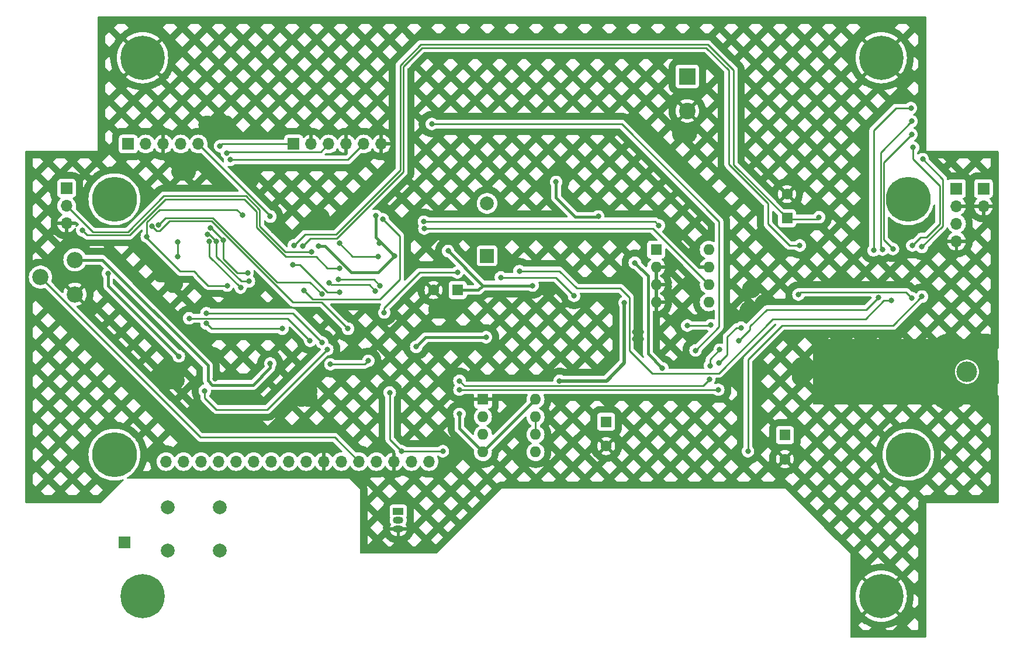
<source format=gbr>
%TF.GenerationSoftware,KiCad,Pcbnew,7.0.0-1.fc37*%
%TF.CreationDate,2023-10-17T19:49:33+02:00*%
%TF.ProjectId,boardConsolePCB,626f6172-6443-46f6-9e73-6f6c65504342,rev?*%
%TF.SameCoordinates,Original*%
%TF.FileFunction,Copper,L2,Bot*%
%TF.FilePolarity,Positive*%
%FSLAX46Y46*%
G04 Gerber Fmt 4.6, Leading zero omitted, Abs format (unit mm)*
G04 Created by KiCad (PCBNEW 7.0.0-1.fc37) date 2023-10-17 19:49:33*
%MOMM*%
%LPD*%
G01*
G04 APERTURE LIST*
%TA.AperFunction,ComponentPad*%
%ADD10R,1.600000X1.600000*%
%TD*%
%TA.AperFunction,ComponentPad*%
%ADD11C,1.600000*%
%TD*%
%TA.AperFunction,ComponentPad*%
%ADD12R,2.400000X2.400000*%
%TD*%
%TA.AperFunction,ComponentPad*%
%ADD13C,2.400000*%
%TD*%
%TA.AperFunction,ComponentPad*%
%ADD14C,2.000000*%
%TD*%
%TA.AperFunction,ComponentPad*%
%ADD15R,1.700000X1.700000*%
%TD*%
%TA.AperFunction,ComponentPad*%
%ADD16O,1.700000X1.700000*%
%TD*%
%TA.AperFunction,ComponentPad*%
%ADD17O,1.600000X1.600000*%
%TD*%
%TA.AperFunction,ComponentPad*%
%ADD18C,6.400000*%
%TD*%
%TA.AperFunction,ComponentPad*%
%ADD19C,3.000000*%
%TD*%
%TA.AperFunction,ComponentPad*%
%ADD20C,6.500000*%
%TD*%
%TA.AperFunction,ComponentPad*%
%ADD21R,2.000000X2.000000*%
%TD*%
%TA.AperFunction,ComponentPad*%
%ADD22R,1.500000X1.050000*%
%TD*%
%TA.AperFunction,ComponentPad*%
%ADD23O,1.500000X1.050000*%
%TD*%
%TA.AperFunction,ComponentPad*%
%ADD24C,2.340000*%
%TD*%
%TA.AperFunction,ViaPad*%
%ADD25C,0.800000*%
%TD*%
%TA.AperFunction,Conductor*%
%ADD26C,0.400000*%
%TD*%
%TA.AperFunction,Conductor*%
%ADD27C,0.500000*%
%TD*%
%TA.AperFunction,Conductor*%
%ADD28C,0.250000*%
%TD*%
%TA.AperFunction,Conductor*%
%ADD29C,0.700000*%
%TD*%
G04 APERTURE END LIST*
D10*
%TO.P,C28,1*%
%TO.N,+3V3*%
X171649999Y-116749999D03*
D11*
%TO.P,C28,2*%
%TO.N,GND*%
X171650000Y-120250000D03*
%TD*%
D10*
%TO.P,C10,1*%
%TO.N,/FUEL*%
X197849999Y-87249999D03*
D11*
%TO.P,C10,2*%
%TO.N,GND*%
X197850000Y-83750000D03*
%TD*%
D12*
%TO.P,C31,1*%
%TO.N,+12V*%
X183399999Y-66699999D03*
D13*
%TO.P,C31,2*%
%TO.N,GND*%
X183400000Y-71700000D03*
%TD*%
D10*
%TO.P,C24,1*%
%TO.N,+5V*%
X197549999Y-118649999D03*
D11*
%TO.P,C24,2*%
%TO.N,GND*%
X197550000Y-122150000D03*
%TD*%
D10*
%TO.P,C18,1*%
%TO.N,+3V3*%
X150149999Y-97649999D03*
D11*
%TO.P,C18,2*%
%TO.N,GND*%
X146650000Y-97650000D03*
%TD*%
D14*
%TO.P,C2,1*%
%TO.N,/IGN_C1*%
X108150000Y-129100000D03*
%TO.P,C2,2*%
%TO.N,/IGN_C2*%
X115650000Y-129100000D03*
%TD*%
D15*
%TO.P,J5,1,Pin_1*%
%TO.N,Net-(D7-A)*%
X226299999Y-82959999D03*
D16*
%TO.P,J5,2,Pin_2*%
%TO.N,GND*%
X226299999Y-85499999D03*
%TD*%
D10*
%TO.P,U9,1,NC*%
%TO.N,unconnected-(U9-NC-Pad1)*%
X178899999Y-91799999D03*
D17*
%TO.P,U9,2,A1*%
%TO.N,GND*%
X178899999Y-94339999D03*
%TO.P,U9,3,A2*%
X178899999Y-96879999D03*
%TO.P,U9,4,GND*%
X178899999Y-99419999D03*
%TO.P,U9,5,SDA*%
%TO.N,/SDA*%
X186519999Y-99419999D03*
%TO.P,U9,6,SCL*%
%TO.N,/SCL*%
X186519999Y-96879999D03*
%TO.P,U9,7,WP*%
%TO.N,GND*%
X186519999Y-94339999D03*
%TO.P,U9,8,VCC*%
%TO.N,+3V3*%
X186519999Y-91799999D03*
%TD*%
D10*
%TO.P,U1,1,GND*%
%TO.N,GND*%
X153799999Y-113499999D03*
D17*
%TO.P,U1,2,TR*%
%TO.N,/TRG*%
X153799999Y-116039999D03*
%TO.P,U1,3,Q*%
%TO.N,/IGNITION*%
X153799999Y-118579999D03*
%TO.P,U1,4,R*%
%TO.N,+5V*%
X153799999Y-121119999D03*
%TO.P,U1,5,CV*%
%TO.N,Net-(U1-CV)*%
X161419999Y-121119999D03*
%TO.P,U1,6,THR*%
%TO.N,Net-(U1-DIS)*%
X161419999Y-118579999D03*
%TO.P,U1,7,DIS*%
X161419999Y-116039999D03*
%TO.P,U1,8,VCC*%
%TO.N,+5V*%
X161419999Y-113499999D03*
%TD*%
D15*
%TO.P,J3,1,Pin_1*%
%TO.N,+3V3*%
X102419999Y-76499999D03*
D16*
%TO.P,J3,2,Pin_2*%
%TO.N,/SYS_SWDCLK*%
X104959999Y-76499999D03*
%TO.P,J3,3,Pin_3*%
%TO.N,GND*%
X107499999Y-76499999D03*
%TO.P,J3,4,Pin_4*%
%TO.N,/SYS_SWDIO*%
X110039999Y-76499999D03*
%TO.P,J3,5,Pin_5*%
%TO.N,/SYS_RST*%
X112579999Y-76499999D03*
%TD*%
D18*
%TO.P,H4,1,1*%
%TO.N,GND*%
X211500000Y-142000000D03*
%TD*%
D15*
%TO.P,J6,1,Pin_1*%
%TO.N,/FUEL_RAW*%
X222399999Y-82959999D03*
D16*
%TO.P,J6,2,Pin_2*%
%TO.N,GND*%
X222399999Y-85499999D03*
%TO.P,J6,3,Pin_3*%
%TO.N,/TRIM_RAW*%
X222399999Y-88039999D03*
%TO.P,J6,4,Pin_4*%
%TO.N,GND*%
X222399999Y-90579999D03*
%TD*%
D19*
%TO.P,J2,1,In*%
%TO.N,/RF_IN_C*%
X223910000Y-109500000D03*
%TO.P,J2,2,Ext*%
%TO.N,GND*%
X221370000Y-106960000D03*
X221370000Y-112040000D03*
X226450000Y-106960000D03*
X226450000Y-112040000D03*
%TD*%
D20*
%TO.P,U7,*%
%TO.N,*%
X100420000Y-84500000D03*
X100420000Y-121500000D03*
X215420000Y-84500000D03*
X215420000Y-121500000D03*
D16*
%TO.P,U7,1,K*%
%TO.N,Net-(JP1-A)*%
X145999999Y-122499999D03*
%TO.P,U7,2,A*%
%TO.N,Net-(JP2-A)*%
X143459999Y-122499999D03*
%TO.P,U7,3,VSS*%
%TO.N,GND*%
X140919999Y-122499999D03*
%TO.P,U7,4,VDD*%
%TO.N,+5V*%
X138379999Y-122499999D03*
%TO.P,U7,5,VO*%
%TO.N,Net-(U7-VO)*%
X135839999Y-122499999D03*
%TO.P,U7,6,RS*%
%TO.N,Net-(U7-RS)*%
X133299999Y-122499999D03*
%TO.P,U7,7,R/W*%
%TO.N,GND*%
X130759999Y-122499999D03*
%TO.P,U7,8,E*%
%TO.N,Net-(U7-E)*%
X128219999Y-122499999D03*
%TO.P,U7,9,DB0*%
%TO.N,unconnected-(U7-DB0-Pad9)*%
X125679999Y-122499999D03*
%TO.P,U7,10,DB1*%
%TO.N,unconnected-(U7-DB1-Pad10)*%
X123139999Y-122499999D03*
%TO.P,U7,11,DB2*%
%TO.N,unconnected-(U7-DB2-Pad11)*%
X120599999Y-122499999D03*
%TO.P,U7,12,DB3*%
%TO.N,unconnected-(U7-DB3-Pad12)*%
X118059999Y-122499999D03*
%TO.P,U7,13,DB4*%
%TO.N,Net-(U7-DB4)*%
X115519999Y-122499999D03*
%TO.P,U7,14,DB5*%
%TO.N,Net-(U7-DB5)*%
X112979999Y-122499999D03*
%TO.P,U7,15,DB6*%
%TO.N,Net-(U7-DB6)*%
X110439999Y-122499999D03*
%TO.P,U7,16,DB7*%
%TO.N,Net-(U7-DB7)*%
X107899999Y-122499999D03*
%TD*%
D15*
%TO.P,J4,1,Pin_1*%
%TO.N,/BUTTON_L*%
X126379999Y-76499999D03*
D16*
%TO.P,J4,2,Pin_2*%
%TO.N,GND*%
X128919999Y-76499999D03*
%TO.P,J4,3,Pin_3*%
%TO.N,/BUTTON_M*%
X131459999Y-76499999D03*
%TO.P,J4,4,Pin_4*%
%TO.N,GND*%
X133999999Y-76499999D03*
%TO.P,J4,5,Pin_5*%
%TO.N,/BUTTON_R*%
X136539999Y-76499999D03*
%TO.P,J4,6,Pin_6*%
%TO.N,GND*%
X139079999Y-76499999D03*
%TD*%
D21*
%TO.P,LS1,1,1*%
%TO.N,+5V*%
X154399999Y-92699999D03*
D14*
%TO.P,LS1,2,2*%
%TO.N,Net-(D13-A)*%
X154400000Y-85100000D03*
%TD*%
D18*
%TO.P,H3,1,1*%
%TO.N,unconnected-(H3-Pad1)*%
X104500000Y-142000000D03*
%TD*%
%TO.P,H2,1,1*%
%TO.N,GND*%
X211500000Y-64000000D03*
%TD*%
D22*
%TO.P,Q1,1,C*%
%TO.N,/TRG*%
X141539999Y-129729999D03*
D23*
%TO.P,Q1,2,B*%
%TO.N,/IGN_B*%
X141539999Y-130999999D03*
%TO.P,Q1,3,E*%
%TO.N,GND*%
X141539999Y-132269999D03*
%TD*%
D15*
%TO.P,J1,1,Pin_1*%
%TO.N,/IGN_IN*%
X101899999Y-134199999D03*
%TD*%
D18*
%TO.P,H1,1,1*%
%TO.N,GND*%
X104500000Y-64000000D03*
%TD*%
D24*
%TO.P,RV1,1,1*%
%TO.N,GND*%
X94700000Y-98275000D03*
%TO.P,RV1,2,2*%
%TO.N,Net-(U7-VO)*%
X89700000Y-95775000D03*
%TO.P,RV1,3,3*%
%TO.N,+5V*%
X94700000Y-93275000D03*
%TD*%
D14*
%TO.P,C3,1*%
%TO.N,/IGN_IN*%
X108150000Y-135400000D03*
%TO.P,C3,2*%
%TO.N,/IGN_C1*%
X115650000Y-135400000D03*
%TD*%
D15*
%TO.P,J7,1,Pin_1*%
%TO.N,/PRG_TX*%
X93499999Y-82919999D03*
D16*
%TO.P,J7,2,Pin_2*%
%TO.N,/PRG_RX*%
X93499999Y-85459999D03*
%TO.P,J7,3,Pin_3*%
%TO.N,GND*%
X93499999Y-87999999D03*
%TD*%
D25*
%TO.N,GND*%
X206000000Y-96500000D03*
X192700000Y-97500000D03*
X194500000Y-99600000D03*
X192300000Y-100600000D03*
X110500000Y-79400000D03*
X110900000Y-80500000D03*
X110000000Y-80500000D03*
X116600000Y-73700000D03*
X115700000Y-73700000D03*
X114800000Y-73700000D03*
X113900000Y-73700000D03*
X114700000Y-75800000D03*
X112100000Y-79100000D03*
X114600000Y-80100000D03*
%TO.N,Net-(U3-PC13)*%
X215900000Y-98800000D03*
X167000000Y-98500000D03*
X183400000Y-102800000D03*
X199500000Y-98300000D03*
X186828569Y-102728569D03*
X156400000Y-95824500D03*
%TO.N,/IGNITION*%
X217400000Y-98600000D03*
X192200000Y-121000000D03*
%TO.N,/1PPS*%
X211100000Y-98700000D03*
X190900000Y-105000000D03*
%TO.N,/MCU_RX*%
X187900000Y-112100000D03*
X150400000Y-112100000D03*
X188000000Y-108200000D03*
X191200000Y-103100000D03*
X138200000Y-97800000D03*
X131500000Y-96600000D03*
%TO.N,/MCU_TX*%
X186700000Y-108600000D03*
X150400000Y-110800000D03*
X132900000Y-96100000D03*
X186600000Y-110600000D03*
X138900000Y-97000000D03*
X188100000Y-106300000D03*
%TO.N,Net-(U3-PC8)*%
X159100000Y-94900000D03*
X150100000Y-95100000D03*
X213000000Y-99200000D03*
X139500000Y-100924500D03*
%TO.N,/VBAT_GPS*%
X146400000Y-73600000D03*
X184600000Y-106400000D03*
%TO.N,/SCL*%
X145314572Y-88747414D03*
%TO.N,/TRIM*%
X199700000Y-91200000D03*
X127700000Y-91300000D03*
%TO.N,/FUEL*%
X126400000Y-91200000D03*
%TO.N,Net-(D4-A)*%
X215800000Y-71300000D03*
X210400000Y-91900000D03*
%TO.N,Net-(D3-A)*%
X215900000Y-73200000D03*
X211700000Y-91800000D03*
%TO.N,Net-(D8-A)*%
X215900000Y-75100000D03*
X213200000Y-91700000D03*
%TO.N,Net-(D6-A)*%
X216100000Y-77000000D03*
X216000000Y-91200000D03*
%TO.N,Net-(D1-A)*%
X217500000Y-78700000D03*
X217400000Y-91400000D03*
%TO.N,Net-(D7-A)*%
X174300500Y-99500000D03*
X164900000Y-110800000D03*
%TO.N,+5V*%
X175800000Y-93700000D03*
X179800000Y-109000000D03*
%TO.N,/FUEL*%
X202500000Y-87100000D03*
%TO.N,+3V3*%
X138750033Y-90864343D03*
X138300000Y-86900000D03*
%TO.N,GND*%
X123500000Y-89100000D03*
%TO.N,/BACKLIGHT*%
X137200000Y-107900500D03*
X133000000Y-98000000D03*
X131700000Y-108400000D03*
X126300000Y-94025500D03*
%TO.N,GND*%
X109000000Y-96750000D03*
X215900000Y-112250000D03*
X206900000Y-106500000D03*
X205900000Y-106500000D03*
X208900000Y-112250000D03*
X112750000Y-115500000D03*
X176750000Y-103750000D03*
X182500000Y-74000000D03*
X183500000Y-74000000D03*
X210900000Y-106500000D03*
X215900000Y-106500000D03*
X206900000Y-112250000D03*
X147250000Y-100500000D03*
X212900000Y-106500000D03*
X218900000Y-112250000D03*
X182500000Y-75000000D03*
X127500000Y-113250000D03*
X176750000Y-104750000D03*
X208900000Y-106500000D03*
X114750000Y-107250000D03*
X216900000Y-112250000D03*
X183500000Y-75000000D03*
X217900000Y-112250000D03*
X209900000Y-106500000D03*
X207900000Y-112250000D03*
X115000000Y-110500000D03*
X205900000Y-112250000D03*
X211900000Y-112250000D03*
X109250000Y-109750000D03*
X214900000Y-112250000D03*
X147250000Y-99500000D03*
X216900000Y-106500000D03*
X209900000Y-112250000D03*
X113750000Y-115500000D03*
X108250000Y-109750000D03*
X199900000Y-108750000D03*
X199900000Y-110250000D03*
X210900000Y-112250000D03*
X128500000Y-112250000D03*
X127500000Y-112250000D03*
X108250000Y-110750000D03*
X128500000Y-113250000D03*
X120100000Y-81500000D03*
X214900000Y-106500000D03*
X175750000Y-103750000D03*
X205400000Y-107250000D03*
X112750000Y-116500000D03*
X207900000Y-106500000D03*
X107250000Y-95250000D03*
X148250000Y-99500000D03*
X205150000Y-111500000D03*
X109250000Y-110750000D03*
X148250000Y-100500000D03*
X211900000Y-106500000D03*
X130275500Y-87100000D03*
X213900000Y-112250000D03*
X218900000Y-106500000D03*
X175750000Y-104750000D03*
X212900000Y-112250000D03*
X113750000Y-116500000D03*
X213900000Y-106500000D03*
%TO.N,+3V3*%
X113750000Y-102500000D03*
X118950000Y-86800000D03*
X124750000Y-103250000D03*
X148750000Y-92000000D03*
X141000000Y-92750000D03*
X116750000Y-97000000D03*
X161000000Y-97000000D03*
X105100000Y-89900000D03*
X130000000Y-91250000D03*
%TO.N,/BUTTON_R*%
X119700000Y-95200000D03*
X114305937Y-88686643D03*
X117176787Y-78784207D03*
X116162701Y-90437299D03*
%TO.N,/BUTTON_M*%
X113900000Y-89600000D03*
X119900000Y-96400000D03*
X116700000Y-77800000D03*
X115181077Y-90625500D03*
%TO.N,/SYS_SWDCLK*%
X134250000Y-103250000D03*
X105824500Y-88400000D03*
%TO.N,+5V*%
X123000000Y-108300000D03*
X150400000Y-115600000D03*
X164400000Y-82000000D03*
X170500000Y-87000000D03*
%TO.N,/BUTTON_L*%
X114181574Y-90625500D03*
X109600000Y-92800000D03*
X109600000Y-90693000D03*
X115700000Y-76800000D03*
X118700000Y-97300000D03*
%TO.N,/SYS_RST*%
X123000000Y-87000000D03*
%TO.N,/SYS_SWDIO*%
X106808142Y-88222650D03*
X130500000Y-98250000D03*
%TO.N,+12V*%
X154250000Y-104500000D03*
X99500000Y-95250000D03*
X109750000Y-107250000D03*
X144125000Y-105875000D03*
%TO.N,Net-(JP3-A)*%
X148000000Y-121000000D03*
X142000000Y-121000000D03*
X140300000Y-112500000D03*
%TO.N,/SDA*%
X179300000Y-88300000D03*
X145250000Y-87750000D03*
%TO.N,Net-(U3-PC13)*%
X133000000Y-90900000D03*
X138600000Y-92800000D03*
%TO.N,/AUX7*%
X111250000Y-101750000D03*
X128750000Y-105000000D03*
%TO.N,/AUX8*%
X113750000Y-101000000D03*
X130500000Y-105250000D03*
%TO.N,/AUX9*%
X131250000Y-106250000D03*
X113500000Y-112250000D03*
%TO.N,/PRG_TX*%
X133000000Y-94500000D03*
X95750000Y-89000000D03*
%TO.N,/PRG_RX*%
X129000000Y-92099500D03*
%TO.N,/BUZZER*%
X127900000Y-97700000D03*
X139300000Y-87400000D03*
%TD*%
D26*
%TO.N,+5V*%
X170500000Y-87000000D02*
X170450000Y-87050000D01*
X170450000Y-87050000D02*
X167168629Y-87050000D01*
X164400000Y-84281371D02*
X164400000Y-82000000D01*
X167168629Y-87050000D02*
X164400000Y-84281371D01*
D27*
%TO.N,Net-(D7-A)*%
X171700000Y-110800000D02*
X164900000Y-110800000D01*
X174300500Y-99500000D02*
X174300500Y-108199500D01*
X174300500Y-108199500D02*
X171700000Y-110800000D01*
D28*
%TO.N,Net-(U3-PC8)*%
X159100000Y-94900000D02*
X164874695Y-94900000D01*
X175025000Y-106425000D02*
X178325000Y-109725000D01*
X211900000Y-99200000D02*
X213000000Y-99200000D01*
X164874695Y-94900000D02*
X167374695Y-97400000D01*
X167374695Y-97400000D02*
X173700000Y-97400000D01*
X175025000Y-98725000D02*
X175025000Y-106425000D01*
X173700000Y-97400000D02*
X175025000Y-98725000D01*
X195800000Y-101900000D02*
X209200000Y-101900000D01*
X209200000Y-101900000D02*
X211900000Y-99200000D01*
X178325000Y-109725000D02*
X187975000Y-109725000D01*
X187975000Y-109725000D02*
X195800000Y-101900000D01*
%TO.N,Net-(U3-PC13)*%
X199500000Y-98300000D02*
X199825000Y-97975000D01*
X156400000Y-95824500D02*
X164324500Y-95824500D01*
X186757138Y-102800000D02*
X186828569Y-102728569D01*
X199825000Y-97975000D02*
X215075000Y-97975000D01*
X183400000Y-102800000D02*
X186757138Y-102800000D01*
X215075000Y-97975000D02*
X215900000Y-98800000D01*
X164324500Y-95824500D02*
X167000000Y-98500000D01*
%TO.N,/IGNITION*%
X213200000Y-102800000D02*
X217400000Y-98600000D01*
X197100000Y-102800000D02*
X213200000Y-102800000D01*
X192200000Y-121000000D02*
X192200000Y-107700000D01*
X192200000Y-107700000D02*
X197100000Y-102800000D01*
%TO.N,/1PPS*%
X209300000Y-100500000D02*
X211100000Y-98700000D01*
X194900000Y-100500000D02*
X209300000Y-100500000D01*
X192500000Y-103400000D02*
X192500000Y-102900000D01*
X190900000Y-105000000D02*
X192500000Y-103400000D01*
X192500000Y-102900000D02*
X194900000Y-100500000D01*
%TO.N,/MCU_RX*%
X188000000Y-108200000D02*
X189200000Y-107000000D01*
X189200000Y-107000000D02*
X189200000Y-104400000D01*
X189200000Y-104400000D02*
X190500000Y-103100000D01*
X190500000Y-103100000D02*
X191200000Y-103100000D01*
X186700000Y-112100000D02*
X187900000Y-112100000D01*
X150400000Y-112100000D02*
X186700000Y-112100000D01*
X137311396Y-96911396D02*
X138200000Y-97800000D01*
X131811396Y-96911396D02*
X137311396Y-96911396D01*
X131500000Y-96600000D02*
X131811396Y-96911396D01*
%TO.N,/MCU_TX*%
X185675000Y-111525000D02*
X186600000Y-110600000D01*
X151125000Y-111525000D02*
X185675000Y-111525000D01*
X186700000Y-107700000D02*
X188100000Y-106300000D01*
X132900000Y-96100000D02*
X138000000Y-96100000D01*
X150400000Y-110800000D02*
X151125000Y-111525000D01*
X186700000Y-108600000D02*
X186700000Y-107700000D01*
X138000000Y-96100000D02*
X138900000Y-97000000D01*
%TO.N,Net-(U3-PC8)*%
X144624695Y-95100000D02*
X150100000Y-95100000D01*
X139500000Y-100924500D02*
X139500000Y-100224695D01*
X139500000Y-100224695D02*
X144624695Y-95100000D01*
%TO.N,/BUZZER*%
X139300000Y-87400000D02*
X141725000Y-89825000D01*
X129175000Y-98975000D02*
X127900000Y-97700000D01*
X141725000Y-89825000D02*
X141725000Y-96150000D01*
X141725000Y-96150000D02*
X138900000Y-98975000D01*
X138900000Y-98975000D02*
X129175000Y-98975000D01*
%TO.N,/VBAT_GPS*%
X173900000Y-73600000D02*
X146400000Y-73600000D01*
X188000000Y-87700000D02*
X173900000Y-73600000D01*
X184600000Y-106400000D02*
X188000000Y-103000000D01*
X188000000Y-103000000D02*
X188000000Y-87700000D01*
%TO.N,/SDA*%
X179300000Y-88300000D02*
X178750000Y-87750000D01*
X178750000Y-87750000D02*
X145250000Y-87750000D01*
%TO.N,/SCL*%
X145314572Y-88747414D02*
X178387414Y-88747414D01*
X178387414Y-88747414D02*
X186520000Y-96880000D01*
D26*
%TO.N,+3V3*%
X153750000Y-97000000D02*
X153100000Y-97650000D01*
X153100000Y-97650000D02*
X150150000Y-97650000D01*
D28*
%TO.N,/TRIM*%
X127700000Y-91300000D02*
X128800000Y-90200000D01*
X142250000Y-80550000D02*
X142250000Y-65300000D01*
X189400000Y-65800000D02*
X189400000Y-79436396D01*
X195100000Y-85136396D02*
X195100000Y-88100000D01*
X128800000Y-90200000D02*
X132600000Y-90200000D01*
X132600000Y-90200000D02*
X142250000Y-80550000D01*
X198200000Y-91200000D02*
X199700000Y-91200000D01*
X142250000Y-65300000D02*
X145000000Y-62550000D01*
X145000000Y-62550000D02*
X186150000Y-62550000D01*
X186150000Y-62550000D02*
X189400000Y-65800000D01*
X189400000Y-79436396D02*
X195100000Y-85136396D01*
X195100000Y-88100000D02*
X198200000Y-91200000D01*
%TO.N,/FUEL*%
X126400000Y-91200000D02*
X128000000Y-89600000D01*
X144800000Y-62100000D02*
X186400000Y-62100000D01*
X128000000Y-89600000D02*
X132500000Y-89600000D01*
X141800000Y-65100000D02*
X144800000Y-62100000D01*
X190100000Y-65800000D02*
X190100000Y-79500000D01*
X132500000Y-89600000D02*
X141800000Y-80300000D01*
X141800000Y-80300000D02*
X141800000Y-65100000D01*
X186400000Y-62100000D02*
X190100000Y-65800000D01*
X190100000Y-79500000D02*
X197850000Y-87250000D01*
%TO.N,Net-(D4-A)*%
X215800000Y-71300000D02*
X213642324Y-71300000D01*
X213642324Y-71300000D02*
X210400000Y-74542324D01*
X210400000Y-74542324D02*
X210400000Y-91900000D01*
%TO.N,Net-(D3-A)*%
X215900000Y-73200000D02*
X211395000Y-77705000D01*
X211395000Y-77705000D02*
X211395000Y-91495000D01*
X211395000Y-91495000D02*
X211700000Y-91800000D01*
%TO.N,Net-(D8-A)*%
X215900000Y-75100000D02*
X211845000Y-79155000D01*
X211845000Y-79155000D02*
X211845000Y-90345000D01*
X211845000Y-90345000D02*
X213200000Y-91700000D01*
%TO.N,Net-(D6-A)*%
X216000000Y-91200000D02*
X217200000Y-90000000D01*
X217200000Y-90000000D02*
X218000000Y-90000000D01*
X218000000Y-90000000D02*
X219950000Y-88050000D01*
X219950000Y-88050000D02*
X219950000Y-82550000D01*
X219950000Y-82550000D02*
X216100000Y-78700000D01*
X216100000Y-78700000D02*
X216100000Y-77000000D01*
%TO.N,Net-(D1-A)*%
X217400000Y-91400000D02*
X220400000Y-88400000D01*
X220400000Y-88400000D02*
X220400000Y-81600000D01*
X220400000Y-81600000D02*
X217500000Y-78700000D01*
D26*
%TO.N,+5V*%
X177700000Y-106900000D02*
X177700000Y-95600000D01*
X177700000Y-95600000D02*
X175800000Y-93700000D01*
X179800000Y-109000000D02*
X177700000Y-106900000D01*
D28*
%TO.N,/FUEL*%
X202500000Y-87100000D02*
X202250000Y-87350000D01*
X202250000Y-87350000D02*
X197950000Y-87350000D01*
D26*
%TO.N,+3V3*%
X138300000Y-90050000D02*
X138300000Y-86900000D01*
X141000000Y-92750000D02*
X138300000Y-90050000D01*
D28*
%TO.N,/SYS_SWDCLK*%
X134250000Y-103250000D02*
X130425000Y-99425000D01*
X130425000Y-99425000D02*
X126288604Y-99425000D01*
X126288604Y-99425000D02*
X114513604Y-87650000D01*
X114513604Y-87650000D02*
X108406097Y-87650000D01*
X108406097Y-87650000D02*
X106956097Y-89100000D01*
X106956097Y-89100000D02*
X106524500Y-89100000D01*
X106524500Y-89100000D02*
X105824500Y-88400000D01*
%TO.N,/BACKLIGHT*%
X137200000Y-107900500D02*
X136700500Y-108400000D01*
X136700500Y-108400000D02*
X131700000Y-108400000D01*
X126300000Y-94025500D02*
X127300805Y-94025500D01*
X127300805Y-94025500D02*
X131275305Y-98000000D01*
X131275305Y-98000000D02*
X133000000Y-98000000D01*
%TO.N,GND*%
X115000000Y-107500000D02*
X114750000Y-107250000D01*
X109000000Y-96750000D02*
X108750000Y-96750000D01*
D29*
X199900000Y-110250000D02*
X199900000Y-108750000D01*
D28*
X108750000Y-96750000D02*
X107250000Y-95250000D01*
X115000000Y-110500000D02*
X115000000Y-107500000D01*
%TO.N,Net-(U1-DIS)*%
X161420000Y-116040000D02*
X161420000Y-118580000D01*
%TO.N,+3V3*%
X116750000Y-97000000D02*
X114000000Y-97000000D01*
D26*
X161000000Y-97000000D02*
X153750000Y-97000000D01*
X130881371Y-91250000D02*
X130000000Y-91250000D01*
X134731371Y-95100000D02*
X130881371Y-91250000D01*
D28*
X106936396Y-86000000D02*
X118150000Y-86000000D01*
D26*
X138650000Y-95100000D02*
X134731371Y-95100000D01*
D28*
X105100000Y-90100000D02*
X105100000Y-89900000D01*
X111984036Y-94958731D02*
X109958731Y-94958731D01*
X105100000Y-87836396D02*
X106936396Y-86000000D01*
X112408731Y-95383426D02*
X111984036Y-94958731D01*
X114500000Y-103250000D02*
X113750000Y-102500000D01*
D26*
X141000000Y-92750000D02*
X138650000Y-95100000D01*
D28*
X105100000Y-89900000D02*
X105100000Y-87836396D01*
X114000000Y-97000000D02*
X112408731Y-95408731D01*
X124750000Y-103250000D02*
X114500000Y-103250000D01*
X109958731Y-94958731D02*
X105100000Y-90100000D01*
X118150000Y-86000000D02*
X118950000Y-86800000D01*
X112408731Y-95408731D02*
X112408731Y-95383426D01*
D26*
X153750000Y-97000000D02*
X148750000Y-92000000D01*
D28*
%TO.N,/BUTTON_R*%
X114412045Y-88686643D02*
X116162701Y-90437299D01*
X117176787Y-78784207D02*
X134255793Y-78784207D01*
X116162701Y-93126305D02*
X118236396Y-95200000D01*
X118236396Y-95200000D02*
X119700000Y-95200000D01*
X134255793Y-78784207D02*
X136540000Y-76500000D01*
X114305937Y-88686643D02*
X114412045Y-88686643D01*
X116162701Y-90437299D02*
X116162701Y-93126305D01*
%TO.N,/BUTTON_M*%
X114181379Y-89600000D02*
X115181077Y-90599698D01*
X113900000Y-89600000D02*
X114181379Y-89600000D01*
X130285000Y-77675000D02*
X131460000Y-76500000D01*
X118800000Y-96400000D02*
X119900000Y-96400000D01*
X116700000Y-77800000D02*
X116825000Y-77675000D01*
X116825000Y-77675000D02*
X130285000Y-77675000D01*
X115181077Y-90625500D02*
X115181077Y-92781077D01*
X115181077Y-92781077D02*
X118800000Y-96400000D01*
X115181077Y-90599698D02*
X115181077Y-90625500D01*
D26*
%TO.N,+5V*%
X123000000Y-108900000D02*
X123000000Y-108300000D01*
X114600000Y-111400000D02*
X120500000Y-111400000D01*
X153800000Y-121120000D02*
X161420000Y-113500000D01*
X150400000Y-115600000D02*
X150400000Y-117720000D01*
X113950000Y-110750000D02*
X114600000Y-111400000D01*
X98656371Y-93275000D02*
X113950000Y-108568629D01*
X94700000Y-93275000D02*
X98656371Y-93275000D01*
X120500000Y-111400000D02*
X123000000Y-108900000D01*
X150400000Y-117720000D02*
X153800000Y-121120000D01*
X113950000Y-108568629D02*
X113950000Y-110750000D01*
D28*
%TO.N,/BUTTON_L*%
X116000000Y-76500000D02*
X126380000Y-76500000D01*
X114181574Y-90625500D02*
X114181574Y-92781574D01*
X115700000Y-76800000D02*
X116000000Y-76500000D01*
X109600000Y-92800000D02*
X109600000Y-90693000D01*
X114181574Y-92781574D02*
X118700000Y-97300000D01*
%TO.N,/SYS_RST*%
X123000000Y-86920000D02*
X112580000Y-76500000D01*
X123000000Y-87000000D02*
X123000000Y-86920000D01*
%TO.N,/SYS_SWDIO*%
X128750000Y-96500000D02*
X130500000Y-98250000D01*
X106808142Y-88222650D02*
X107830792Y-87200000D01*
X124000000Y-96500000D02*
X128750000Y-96500000D01*
X107830792Y-87200000D02*
X114700000Y-87200000D01*
X114700000Y-87200000D02*
X124000000Y-96500000D01*
D26*
%TO.N,+12V*%
X145500000Y-104500000D02*
X154250000Y-104500000D01*
X144125000Y-105875000D02*
X145500000Y-104500000D01*
X109750000Y-107250000D02*
X99500000Y-97000000D01*
X99500000Y-97000000D02*
X99500000Y-95250000D01*
D28*
%TO.N,Net-(JP3-A)*%
X142000000Y-121000000D02*
X148000000Y-121000000D01*
X142000000Y-121000000D02*
X140300000Y-119300000D01*
X140300000Y-119300000D02*
X140300000Y-112500000D01*
%TO.N,Net-(U3-PC13)*%
X138600000Y-92800000D02*
X134900000Y-92800000D01*
X134900000Y-92800000D02*
X133000000Y-90900000D01*
%TO.N,/AUX7*%
X125525305Y-101750000D02*
X128750000Y-104974695D01*
X111250000Y-101750000D02*
X125525305Y-101750000D01*
X128750000Y-104974695D02*
X128750000Y-105000000D01*
%TO.N,/AUX8*%
X113750000Y-101000000D02*
X126250000Y-101000000D01*
X126250000Y-101000000D02*
X130500000Y-105250000D01*
%TO.N,/AUX9*%
X122525000Y-114975000D02*
X131250000Y-106250000D01*
X115199695Y-114975000D02*
X122525000Y-114975000D01*
X113500000Y-112250000D02*
X113500000Y-113275305D01*
X113500000Y-113275305D02*
X115199695Y-114975000D01*
%TO.N,/PRG_TX*%
X133000000Y-94500000D02*
X131288506Y-94500000D01*
X119225000Y-84475000D02*
X107825000Y-84475000D01*
X129613006Y-92824500D02*
X125213409Y-92824500D01*
X107825000Y-84475000D02*
X102600000Y-89700000D01*
X125213409Y-92824500D02*
X121000000Y-88611091D01*
X131288506Y-94500000D02*
X129613006Y-92824500D01*
X102600000Y-89700000D02*
X96450000Y-89700000D01*
X96450000Y-89700000D02*
X95750000Y-89000000D01*
X121000000Y-88611091D02*
X121000000Y-86250000D01*
X121000000Y-86250000D02*
X119225000Y-84475000D01*
%TO.N,/PRG_RX*%
X102350000Y-89250000D02*
X97290000Y-89250000D01*
X119468604Y-84025000D02*
X107575000Y-84025000D01*
X107575000Y-84025000D02*
X102350000Y-89250000D01*
X121471802Y-86028198D02*
X119468604Y-84025000D01*
X121471802Y-88446497D02*
X121471802Y-86028198D01*
X97290000Y-89250000D02*
X93500000Y-85460000D01*
X125124805Y-92099500D02*
X121471802Y-88446497D01*
X129000000Y-92099500D02*
X125124805Y-92099500D01*
%TO.N,Net-(U7-VO)*%
X132340000Y-119000000D02*
X135840000Y-122500000D01*
X112925000Y-119000000D02*
X132340000Y-119000000D01*
X89700000Y-95775000D02*
X112925000Y-119000000D01*
%TD*%
%TA.AperFunction,Conductor*%
%TO.N,GND*%
G36*
X228400000Y-114250000D02*
G01*
X201650000Y-114250000D01*
X201650000Y-109500000D01*
X222154592Y-109500000D01*
X222174198Y-109761630D01*
X222232580Y-110017416D01*
X222234275Y-110021734D01*
X222234276Y-110021738D01*
X222326734Y-110257318D01*
X222326737Y-110257324D01*
X222328432Y-110261643D01*
X222330750Y-110265658D01*
X222330753Y-110265664D01*
X222404973Y-110394216D01*
X222459614Y-110488857D01*
X222623195Y-110693981D01*
X222815521Y-110872433D01*
X223032296Y-111020228D01*
X223268677Y-111134063D01*
X223273105Y-111135428D01*
X223273108Y-111135430D01*
X223376537Y-111167333D01*
X223519385Y-111211396D01*
X223778818Y-111250500D01*
X224036547Y-111250500D01*
X224041182Y-111250500D01*
X224300615Y-111211396D01*
X224551323Y-111134063D01*
X224787704Y-111020228D01*
X225004479Y-110872433D01*
X225196805Y-110693981D01*
X225360386Y-110488857D01*
X225491568Y-110261643D01*
X225587420Y-110017416D01*
X225645802Y-109761630D01*
X225665408Y-109500000D01*
X225645802Y-109238370D01*
X225587420Y-108982584D01*
X225491568Y-108738357D01*
X225360386Y-108511143D01*
X225196805Y-108306019D01*
X225004479Y-108127567D01*
X224787704Y-107979772D01*
X224783518Y-107977756D01*
X224555502Y-107867949D01*
X224555496Y-107867946D01*
X224551323Y-107865937D01*
X224546901Y-107864573D01*
X224546891Y-107864569D01*
X224305048Y-107789971D01*
X224305043Y-107789969D01*
X224300615Y-107788604D01*
X224296035Y-107787913D01*
X224296028Y-107787912D01*
X224045765Y-107750190D01*
X224045754Y-107750189D01*
X224041182Y-107749500D01*
X223778818Y-107749500D01*
X223774246Y-107750189D01*
X223774234Y-107750190D01*
X223523971Y-107787912D01*
X223523961Y-107787914D01*
X223519385Y-107788604D01*
X223514959Y-107789968D01*
X223514951Y-107789971D01*
X223273108Y-107864569D01*
X223273093Y-107864574D01*
X223268677Y-107865937D01*
X223264508Y-107867944D01*
X223264497Y-107867949D01*
X223036481Y-107977756D01*
X223036474Y-107977759D01*
X223032296Y-107979772D01*
X223028463Y-107982385D01*
X223028460Y-107982387D01*
X222819349Y-108124957D01*
X222815521Y-108127567D01*
X222812129Y-108130713D01*
X222812123Y-108130719D01*
X222626596Y-108302863D01*
X222623195Y-108306019D01*
X222620306Y-108309641D01*
X222620302Y-108309646D01*
X222462506Y-108507516D01*
X222459614Y-108511143D01*
X222457295Y-108515159D01*
X222457294Y-108515161D01*
X222330753Y-108734335D01*
X222330747Y-108734346D01*
X222328432Y-108738357D01*
X222326739Y-108742670D01*
X222326734Y-108742681D01*
X222234276Y-108978261D01*
X222234273Y-108978268D01*
X222232580Y-108982584D01*
X222231548Y-108987102D01*
X222231547Y-108987108D01*
X222175229Y-109233850D01*
X222175227Y-109233858D01*
X222174198Y-109238370D01*
X222154592Y-109500000D01*
X201650000Y-109500000D01*
X201650000Y-104750000D01*
X228400000Y-104750000D01*
X228400000Y-114250000D01*
G37*
%TD.AperFunction*%
%TD*%
%TA.AperFunction,Conductor*%
%TO.N,GND*%
G36*
X217937500Y-58017113D02*
G01*
X217982887Y-58062500D01*
X217999500Y-58124500D01*
X217999500Y-77499901D01*
X217999459Y-77500000D01*
X217999500Y-77500099D01*
X217999617Y-77500383D01*
X218000000Y-77500541D01*
X218000099Y-77500500D01*
X228375500Y-77500500D01*
X228437500Y-77517113D01*
X228482887Y-77562500D01*
X228499500Y-77624500D01*
X228499500Y-106054356D01*
X228482591Y-106116866D01*
X228436475Y-106162329D01*
X228400000Y-106171638D01*
X228400000Y-104750000D01*
X223504136Y-104750000D01*
X224450837Y-103803299D01*
X225862222Y-103803299D01*
X226044002Y-103985079D01*
X226089038Y-103980238D01*
X226093447Y-103979843D01*
X226378804Y-103959434D01*
X226383224Y-103959197D01*
X226436728Y-103957286D01*
X226441154Y-103957207D01*
X226458846Y-103957207D01*
X226463272Y-103957286D01*
X226516776Y-103959197D01*
X226521196Y-103959434D01*
X226806553Y-103979843D01*
X226810962Y-103980238D01*
X226864201Y-103985962D01*
X226868594Y-103986513D01*
X226886106Y-103989031D01*
X226890475Y-103989739D01*
X226943157Y-103999244D01*
X226947498Y-104000108D01*
X227227045Y-104060920D01*
X227231350Y-104061937D01*
X227283201Y-104075170D01*
X227287469Y-104076341D01*
X227304445Y-104081325D01*
X227308672Y-104082648D01*
X227359495Y-104099563D01*
X227363671Y-104101036D01*
X227376000Y-104105634D01*
X227376000Y-103192928D01*
X226924297Y-102741225D01*
X225862222Y-103803299D01*
X224450837Y-103803299D01*
X223388763Y-102741225D01*
X222326688Y-103803299D01*
X222906616Y-104383227D01*
X222932335Y-104397271D01*
X222936180Y-104399461D01*
X222982214Y-104426774D01*
X222985979Y-104429099D01*
X223000863Y-104438664D01*
X223004545Y-104441125D01*
X223048534Y-104471667D01*
X223052125Y-104474256D01*
X223194643Y-104580944D01*
X223208014Y-104592530D01*
X223358964Y-104743481D01*
X223364613Y-104750000D01*
X218326470Y-104750000D01*
X218085462Y-104508992D01*
X217844454Y-104750000D01*
X216433071Y-104750000D01*
X217379771Y-103803300D01*
X218791155Y-103803300D01*
X219558763Y-104570908D01*
X219687879Y-104474254D01*
X219691468Y-104471665D01*
X219735436Y-104441137D01*
X219739116Y-104438678D01*
X219753999Y-104429113D01*
X219757766Y-104426787D01*
X219803819Y-104399462D01*
X219807666Y-104397271D01*
X220058758Y-104260165D01*
X220062680Y-104258114D01*
X220110535Y-104234159D01*
X220114525Y-104232249D01*
X220130618Y-104224899D01*
X220134679Y-104223132D01*
X220184161Y-104202635D01*
X220188281Y-104201013D01*
X220456329Y-104101036D01*
X220460505Y-104099563D01*
X220511328Y-104082648D01*
X220515555Y-104081325D01*
X220532531Y-104076341D01*
X220536799Y-104075170D01*
X220588650Y-104061937D01*
X220592954Y-104060920D01*
X220675679Y-104042923D01*
X220915303Y-103803299D01*
X219853229Y-102741225D01*
X218791155Y-103803300D01*
X217379771Y-103803300D01*
X216317696Y-102741225D01*
X215255621Y-103803300D01*
X216202321Y-104750000D01*
X214790937Y-104750000D01*
X214549928Y-104508991D01*
X214308919Y-104750000D01*
X211255403Y-104750000D01*
X211014394Y-104508991D01*
X210773385Y-104750000D01*
X207719869Y-104750000D01*
X207478860Y-104508991D01*
X207237851Y-104750000D01*
X204184335Y-104750000D01*
X203943327Y-104508992D01*
X203702319Y-104750000D01*
X201650000Y-104750000D01*
X201650000Y-106802319D01*
X201113485Y-107338834D01*
X201650000Y-107875349D01*
X201650000Y-110337853D01*
X201113485Y-110874368D01*
X201650000Y-111410883D01*
X201650000Y-113873387D01*
X201113485Y-114409902D01*
X202175560Y-115471977D01*
X203237635Y-114409902D01*
X203077733Y-114250000D01*
X204808919Y-114250000D01*
X204649018Y-114409901D01*
X205711094Y-115471977D01*
X206773169Y-114409902D01*
X206613267Y-114250000D01*
X208344455Y-114250000D01*
X208184553Y-114409902D01*
X209246628Y-115471977D01*
X210308703Y-114409902D01*
X210148801Y-114250000D01*
X211879987Y-114250000D01*
X211720086Y-114409901D01*
X212782162Y-115471977D01*
X213844237Y-114409902D01*
X213684335Y-114250000D01*
X215415521Y-114250000D01*
X215255620Y-114409901D01*
X216317696Y-115471977D01*
X217379771Y-114409902D01*
X217219869Y-114250000D01*
X218951055Y-114250000D01*
X218791154Y-114409901D01*
X219853229Y-115471976D01*
X220434415Y-114890790D01*
X220188281Y-114798987D01*
X220184161Y-114797365D01*
X220134679Y-114776868D01*
X220130618Y-114775101D01*
X220114525Y-114767751D01*
X220110535Y-114765841D01*
X220062680Y-114741886D01*
X220058758Y-114739835D01*
X219807666Y-114602729D01*
X219803820Y-114600539D01*
X219757786Y-114573226D01*
X219754021Y-114570901D01*
X219739137Y-114561336D01*
X219735456Y-114558876D01*
X219691466Y-114528334D01*
X219687874Y-114525744D01*
X219545355Y-114419055D01*
X219531984Y-114407469D01*
X219381035Y-114256518D01*
X219375387Y-114250000D01*
X223364612Y-114250000D01*
X223358964Y-114256518D01*
X223208017Y-114407467D01*
X223194646Y-114419053D01*
X223052128Y-114525742D01*
X223048537Y-114528331D01*
X223004545Y-114558875D01*
X223000863Y-114561336D01*
X222985979Y-114570901D01*
X222982214Y-114573226D01*
X222936180Y-114600539D01*
X222932334Y-114602729D01*
X222681242Y-114739835D01*
X222677320Y-114741886D01*
X222664893Y-114748106D01*
X223388763Y-115471976D01*
X224450838Y-114409902D01*
X224290936Y-114250000D01*
X228400000Y-114250000D01*
X228400000Y-112828362D01*
X228436475Y-112837671D01*
X228482591Y-112883134D01*
X228499500Y-112945644D01*
X228499500Y-128375500D01*
X228482887Y-128437500D01*
X228437500Y-128482887D01*
X228375500Y-128499500D01*
X218000099Y-128499500D01*
X218000000Y-128499459D01*
X217999901Y-128499500D01*
X217999617Y-128499617D01*
X217999459Y-128500000D01*
X217999500Y-128500099D01*
X217999500Y-128512025D01*
X217999500Y-147875500D01*
X217982887Y-147937500D01*
X217937500Y-147982887D01*
X217875500Y-147999500D01*
X207124500Y-147999500D01*
X207062500Y-147982887D01*
X207017113Y-147937500D01*
X207000500Y-147875500D01*
X207000500Y-146229706D01*
X208184552Y-146229706D01*
X208830846Y-146876000D01*
X209662410Y-146876000D01*
X209883977Y-146654432D01*
X212144812Y-146654432D01*
X212366380Y-146876000D01*
X213197944Y-146876000D01*
X213844237Y-146229707D01*
X215255621Y-146229707D01*
X215901914Y-146876000D01*
X216733478Y-146876000D01*
X216876000Y-146733478D01*
X216876000Y-145725936D01*
X216317696Y-145167632D01*
X215255621Y-146229707D01*
X213844237Y-146229707D01*
X213743896Y-146129366D01*
X213460073Y-146273982D01*
X213457163Y-146275417D01*
X213421720Y-146292323D01*
X213418770Y-146293683D01*
X213406913Y-146298962D01*
X213403930Y-146300243D01*
X213367658Y-146315267D01*
X213364644Y-146316470D01*
X213002585Y-146455452D01*
X212999540Y-146456575D01*
X212962519Y-146469685D01*
X212959443Y-146470729D01*
X212947098Y-146474740D01*
X212943998Y-146475703D01*
X212906355Y-146486853D01*
X212903231Y-146487734D01*
X212528628Y-146588108D01*
X212525478Y-146588908D01*
X212487276Y-146598078D01*
X212484110Y-146598794D01*
X212471415Y-146601492D01*
X212468234Y-146602125D01*
X212429649Y-146609276D01*
X212426451Y-146609825D01*
X212144812Y-146654432D01*
X209883977Y-146654432D01*
X210061174Y-146477235D01*
X210056002Y-146475703D01*
X210052902Y-146474740D01*
X210040557Y-146470729D01*
X210037481Y-146469685D01*
X210000460Y-146456575D01*
X209997415Y-146455452D01*
X209635356Y-146316470D01*
X209632342Y-146315267D01*
X209596070Y-146300243D01*
X209593087Y-146298962D01*
X209581230Y-146293683D01*
X209578280Y-146292323D01*
X209542837Y-146275417D01*
X209539927Y-146273982D01*
X209194379Y-146097917D01*
X209191504Y-146096404D01*
X209156971Y-146077653D01*
X209154137Y-146076066D01*
X209142897Y-146069576D01*
X209140109Y-146067917D01*
X209106654Y-146047415D01*
X209103911Y-146045684D01*
X208778660Y-145834463D01*
X208775962Y-145832661D01*
X208743619Y-145810433D01*
X208740969Y-145808560D01*
X208730468Y-145800931D01*
X208727866Y-145798988D01*
X208696700Y-145775074D01*
X208694150Y-145773063D01*
X208664890Y-145749368D01*
X208184552Y-146229706D01*
X207000500Y-146229706D01*
X207000500Y-144788606D01*
X209070305Y-144788606D01*
X209078191Y-144799869D01*
X209319684Y-144995425D01*
X209324938Y-144999242D01*
X209644733Y-145206920D01*
X209650354Y-145210166D01*
X209990116Y-145383283D01*
X209996040Y-145385920D01*
X210352044Y-145522578D01*
X210358197Y-145524577D01*
X210726537Y-145623273D01*
X210732879Y-145624621D01*
X211109508Y-145684273D01*
X211115951Y-145684950D01*
X211496756Y-145704908D01*
X211503244Y-145704908D01*
X211884048Y-145684950D01*
X211890491Y-145684273D01*
X212267120Y-145624621D01*
X212273462Y-145623273D01*
X212641802Y-145524577D01*
X212647955Y-145522578D01*
X213003959Y-145385920D01*
X213009883Y-145383283D01*
X213349645Y-145210166D01*
X213355266Y-145206920D01*
X213675061Y-144999242D01*
X213680315Y-144995425D01*
X213921806Y-144799870D01*
X213929693Y-144788606D01*
X213923027Y-144776580D01*
X211511542Y-142365095D01*
X211500000Y-142358431D01*
X211488457Y-142365095D01*
X209076971Y-144776580D01*
X209070305Y-144788606D01*
X207000500Y-144788606D01*
X207000500Y-142003244D01*
X207795092Y-142003244D01*
X207815049Y-142384048D01*
X207815726Y-142390491D01*
X207875378Y-142767120D01*
X207876726Y-142773462D01*
X207975422Y-143141802D01*
X207977421Y-143147955D01*
X208114079Y-143503959D01*
X208116716Y-143509883D01*
X208289833Y-143849645D01*
X208293079Y-143855266D01*
X208500757Y-144175061D01*
X208504574Y-144180315D01*
X208700129Y-144421807D01*
X208711392Y-144429693D01*
X208723418Y-144423027D01*
X211134904Y-142011542D01*
X211141568Y-141999999D01*
X211858431Y-141999999D01*
X211865095Y-142011542D01*
X214276580Y-144423027D01*
X214288606Y-144429693D01*
X214299870Y-144421806D01*
X214495425Y-144180315D01*
X214499242Y-144175061D01*
X214706920Y-143855266D01*
X214710166Y-143849645D01*
X214883283Y-143509883D01*
X214885920Y-143503959D01*
X214917746Y-143421051D01*
X215982499Y-143421051D01*
X216317696Y-143756248D01*
X216876000Y-143197944D01*
X216876000Y-142190402D01*
X216317695Y-141632097D01*
X216191765Y-141758027D01*
X216201710Y-141947768D01*
X216201837Y-141951012D01*
X216202865Y-141990264D01*
X216202908Y-141993510D01*
X216202908Y-142006490D01*
X216202865Y-142009736D01*
X216201837Y-142048988D01*
X216201710Y-142052232D01*
X216181413Y-142439518D01*
X216181201Y-142442757D01*
X216178119Y-142481919D01*
X216177821Y-142485155D01*
X216176464Y-142498063D01*
X216176083Y-142501287D01*
X216170959Y-142540199D01*
X216170493Y-142543408D01*
X216109825Y-142926451D01*
X216109276Y-142929649D01*
X216102125Y-142968234D01*
X216101492Y-142971415D01*
X216098794Y-142984110D01*
X216098078Y-142987276D01*
X216088908Y-143025478D01*
X216088108Y-143028628D01*
X215987734Y-143403231D01*
X215986853Y-143406355D01*
X215982499Y-143421051D01*
X214917746Y-143421051D01*
X215022578Y-143147955D01*
X215024577Y-143141802D01*
X215123273Y-142773462D01*
X215124621Y-142767120D01*
X215184273Y-142390491D01*
X215184950Y-142384048D01*
X215204908Y-142003244D01*
X215204908Y-141996756D01*
X215184950Y-141615951D01*
X215184273Y-141609508D01*
X215124621Y-141232879D01*
X215123273Y-141226537D01*
X215024577Y-140858197D01*
X215022578Y-140852044D01*
X214885920Y-140496040D01*
X214883283Y-140490116D01*
X214710166Y-140150354D01*
X214706920Y-140144733D01*
X214499242Y-139824938D01*
X214495425Y-139819684D01*
X214299869Y-139578191D01*
X214288606Y-139570305D01*
X214276580Y-139576971D01*
X211865095Y-141988457D01*
X211858431Y-141999999D01*
X211141568Y-141999999D01*
X211134904Y-141988457D01*
X208723418Y-139576971D01*
X208711393Y-139570305D01*
X208700127Y-139578194D01*
X208504578Y-139819678D01*
X208500756Y-139824939D01*
X208293079Y-140144733D01*
X208289833Y-140150354D01*
X208116716Y-140490116D01*
X208114079Y-140496040D01*
X207977421Y-140852044D01*
X207975422Y-140858197D01*
X207876726Y-141226537D01*
X207875378Y-141232879D01*
X207815726Y-141609508D01*
X207815049Y-141615951D01*
X207795092Y-141996756D01*
X207795092Y-142003244D01*
X207000500Y-142003244D01*
X207000500Y-139211393D01*
X209070305Y-139211393D01*
X209076971Y-139223418D01*
X211488457Y-141634904D01*
X211500000Y-141641568D01*
X211511542Y-141634904D01*
X213923027Y-139223418D01*
X213929693Y-139211392D01*
X213921807Y-139200129D01*
X213870570Y-139158638D01*
X215255620Y-139158638D01*
X216317696Y-140220714D01*
X216876000Y-139662410D01*
X216876000Y-138654868D01*
X216317695Y-138096563D01*
X215255620Y-139158638D01*
X213870570Y-139158638D01*
X213680315Y-139004574D01*
X213675061Y-139000757D01*
X213355266Y-138793079D01*
X213349645Y-138789833D01*
X213009883Y-138616716D01*
X213003959Y-138614079D01*
X212647955Y-138477421D01*
X212641802Y-138475422D01*
X212273462Y-138376726D01*
X212267120Y-138375378D01*
X211890491Y-138315726D01*
X211884048Y-138315049D01*
X211503244Y-138295092D01*
X211496756Y-138295092D01*
X211115951Y-138315049D01*
X211109508Y-138315726D01*
X210732879Y-138375378D01*
X210726537Y-138376726D01*
X210358197Y-138475422D01*
X210352044Y-138477421D01*
X209996040Y-138614079D01*
X209990116Y-138616716D01*
X209650354Y-138789833D01*
X209644733Y-138793079D01*
X209324939Y-139000756D01*
X209319678Y-139004578D01*
X209078194Y-139200127D01*
X209070305Y-139211393D01*
X207000500Y-139211393D01*
X207000500Y-137390872D01*
X209952320Y-137390872D01*
X210078948Y-137517500D01*
X210093645Y-137513147D01*
X210096769Y-137512266D01*
X210471372Y-137411892D01*
X210474522Y-137411092D01*
X210512724Y-137401922D01*
X210515890Y-137401206D01*
X210528585Y-137398508D01*
X210531766Y-137397875D01*
X210569552Y-137390872D01*
X213487854Y-137390872D01*
X214400829Y-138303847D01*
X214563411Y-138435503D01*
X214565460Y-138437414D01*
X215612003Y-137390871D01*
X214549929Y-136328797D01*
X213487854Y-137390872D01*
X210569552Y-137390872D01*
X210570351Y-137390724D01*
X210573549Y-137390175D01*
X210956592Y-137329507D01*
X210959801Y-137329041D01*
X210998713Y-137323917D01*
X211001937Y-137323536D01*
X211014845Y-137322179D01*
X211018081Y-137321881D01*
X211057243Y-137318799D01*
X211060482Y-137318587D01*
X211447768Y-137298290D01*
X211451012Y-137298163D01*
X211490264Y-137297135D01*
X211493510Y-137297092D01*
X211506490Y-137297092D01*
X211509736Y-137297135D01*
X211548988Y-137298163D01*
X211552232Y-137298290D01*
X211939518Y-137318587D01*
X211942757Y-137318799D01*
X211981919Y-137321881D01*
X211985155Y-137322179D01*
X211998063Y-137323536D01*
X212001287Y-137323917D01*
X212010762Y-137325164D01*
X211014395Y-136328797D01*
X209952320Y-137390872D01*
X207000500Y-137390872D01*
X207000500Y-135812005D01*
X207000500Y-135800099D01*
X207000541Y-135800000D01*
X207000500Y-135799901D01*
X207000383Y-135799617D01*
X207000282Y-135799575D01*
X206823812Y-135623105D01*
X208184553Y-135623105D01*
X209246628Y-136685180D01*
X210308702Y-135623105D01*
X211720087Y-135623105D01*
X212782162Y-136685180D01*
X213844236Y-135623105D01*
X215255621Y-135623105D01*
X216317696Y-136685180D01*
X216876000Y-136126876D01*
X216876000Y-135119334D01*
X216317696Y-134561030D01*
X215255621Y-135623105D01*
X213844236Y-135623105D01*
X212782162Y-134561030D01*
X211720087Y-135623105D01*
X210308702Y-135623105D01*
X209246628Y-134561030D01*
X208184553Y-135623105D01*
X206823812Y-135623105D01*
X205030724Y-133830016D01*
X206442107Y-133830016D01*
X207504182Y-134892091D01*
X208540934Y-133855338D01*
X209952320Y-133855338D01*
X211014395Y-134917413D01*
X212076469Y-133855338D01*
X213487854Y-133855338D01*
X214549929Y-134917413D01*
X215612003Y-133855338D01*
X214549929Y-132793263D01*
X213487854Y-133855338D01*
X212076469Y-133855338D01*
X211014395Y-132793263D01*
X209952320Y-133855338D01*
X208540934Y-133855338D01*
X208540935Y-133855337D01*
X207478860Y-132793263D01*
X206442107Y-133830016D01*
X205030724Y-133830016D01*
X203262957Y-132062249D01*
X204674340Y-132062249D01*
X205736415Y-133124324D01*
X206773167Y-132087571D01*
X208184553Y-132087571D01*
X209246628Y-133149646D01*
X210308702Y-132087571D01*
X211720087Y-132087571D01*
X212782162Y-133149646D01*
X213844236Y-132087571D01*
X215255621Y-132087571D01*
X216317696Y-133149646D01*
X216876000Y-132591342D01*
X216876000Y-131583800D01*
X216317696Y-131025496D01*
X215255621Y-132087571D01*
X213844236Y-132087571D01*
X212782162Y-131025496D01*
X211720087Y-132087571D01*
X210308702Y-132087571D01*
X209246628Y-131025496D01*
X208184553Y-132087571D01*
X206773167Y-132087571D01*
X206773168Y-132087570D01*
X205711093Y-131025496D01*
X204674340Y-132062249D01*
X203262957Y-132062249D01*
X201495190Y-130294482D01*
X202906574Y-130294482D01*
X203968648Y-131356557D01*
X205005401Y-130319804D01*
X206416786Y-130319804D01*
X207478861Y-131381879D01*
X208540935Y-130319804D01*
X209952320Y-130319804D01*
X211014395Y-131381879D01*
X212076469Y-130319804D01*
X213487854Y-130319804D01*
X214549929Y-131381879D01*
X215612003Y-130319804D01*
X214549929Y-129257730D01*
X213487854Y-130319804D01*
X212076469Y-130319804D01*
X211014395Y-129257730D01*
X209952320Y-130319804D01*
X208540935Y-130319804D01*
X207478861Y-129257730D01*
X206416786Y-130319804D01*
X205005401Y-130319804D01*
X203943326Y-129257729D01*
X202906574Y-130294482D01*
X201495190Y-130294482D01*
X199727423Y-128526715D01*
X201138807Y-128526715D01*
X202200881Y-129588790D01*
X203237634Y-128552037D01*
X204649019Y-128552037D01*
X205711094Y-129614112D01*
X206773168Y-128552037D01*
X208184553Y-128552037D01*
X209246628Y-129614112D01*
X210308702Y-128552037D01*
X211720087Y-128552037D01*
X212782162Y-129614112D01*
X213844236Y-128552037D01*
X215255621Y-128552037D01*
X216317696Y-129614112D01*
X216876000Y-129055809D01*
X216876000Y-128500000D01*
X216878383Y-128475809D01*
X216948921Y-128121188D01*
X216317696Y-127489963D01*
X215255621Y-128552037D01*
X213844236Y-128552037D01*
X212782162Y-127489963D01*
X211720087Y-128552037D01*
X210308702Y-128552037D01*
X209246628Y-127489963D01*
X208184553Y-128552037D01*
X206773168Y-128552037D01*
X205711094Y-127489963D01*
X204649019Y-128552037D01*
X203237634Y-128552037D01*
X202175559Y-127489962D01*
X201138807Y-128526715D01*
X199727423Y-128526715D01*
X197959656Y-126758948D01*
X199371040Y-126758948D01*
X200433114Y-127821023D01*
X201469867Y-126784270D01*
X202881252Y-126784270D01*
X203943327Y-127846345D01*
X205005401Y-126784270D01*
X206416786Y-126784270D01*
X207478861Y-127846345D01*
X208540935Y-126784270D01*
X209952320Y-126784270D01*
X211014395Y-127846345D01*
X212076469Y-126784270D01*
X213487853Y-126784270D01*
X214549929Y-127846345D01*
X215612003Y-126784270D01*
X217023388Y-126784270D01*
X217676947Y-127437829D01*
X217975809Y-127378383D01*
X218000000Y-127376000D01*
X218555808Y-127376000D01*
X219147537Y-126784270D01*
X220558922Y-126784270D01*
X221150652Y-127376000D01*
X222091342Y-127376000D01*
X222683071Y-126784270D01*
X224094455Y-126784270D01*
X224686185Y-127376000D01*
X225626875Y-127376000D01*
X226218604Y-126784270D01*
X225156530Y-125722196D01*
X224094455Y-126784270D01*
X222683071Y-126784270D01*
X221620996Y-125722196D01*
X220558922Y-126784270D01*
X219147537Y-126784270D01*
X218085462Y-125722196D01*
X217023388Y-126784270D01*
X215612003Y-126784270D01*
X215064578Y-126236845D01*
X214750374Y-126204895D01*
X214747254Y-126204538D01*
X214709563Y-126199738D01*
X214706452Y-126199301D01*
X214694036Y-126197399D01*
X214690935Y-126196884D01*
X214653527Y-126190179D01*
X214650443Y-126189586D01*
X214277823Y-126113010D01*
X214274753Y-126112338D01*
X214237707Y-126103741D01*
X214234652Y-126102991D01*
X214222492Y-126099842D01*
X214219461Y-126099016D01*
X214183421Y-126088702D01*
X213487853Y-126784270D01*
X212076469Y-126784270D01*
X211014395Y-125722196D01*
X209952320Y-126784270D01*
X208540935Y-126784270D01*
X207478861Y-125722196D01*
X206416786Y-126784270D01*
X205005401Y-126784270D01*
X203943327Y-125722196D01*
X202881252Y-126784270D01*
X201469867Y-126784270D01*
X200407792Y-125722195D01*
X199371040Y-126758948D01*
X197959656Y-126758948D01*
X197600423Y-126399715D01*
X197600383Y-126399617D01*
X197600284Y-126399576D01*
X197600000Y-126399458D01*
X197599899Y-126399500D01*
X156500099Y-126399500D01*
X156500000Y-126399459D01*
X156499901Y-126399500D01*
X156499617Y-126399617D01*
X156499575Y-126399717D01*
X156491336Y-126407955D01*
X156491334Y-126407957D01*
X147136111Y-135763181D01*
X147095883Y-135790061D01*
X147048430Y-135799500D01*
X136124000Y-135799500D01*
X136062000Y-135782887D01*
X136016613Y-135737500D01*
X136000000Y-135675500D01*
X136000000Y-133149081D01*
X137124000Y-133149081D01*
X137124000Y-134561596D01*
X137830257Y-133855338D01*
X139241642Y-133855338D01*
X140187804Y-134801500D01*
X140419630Y-134801500D01*
X140956478Y-134264650D01*
X140937407Y-134261822D01*
X140931411Y-134260782D01*
X140907570Y-134256040D01*
X140901630Y-134254706D01*
X140830226Y-134236820D01*
X140824361Y-134235197D01*
X140631147Y-134176586D01*
X140625368Y-134174676D01*
X140556065Y-134149879D01*
X140550385Y-134147689D01*
X140527926Y-134138386D01*
X140522363Y-134135920D01*
X140455830Y-134104452D01*
X140450393Y-134101715D01*
X140272327Y-134006536D01*
X140267032Y-134003536D01*
X140203902Y-133965697D01*
X140198760Y-133962441D01*
X140196937Y-133961223D01*
X142883061Y-133961223D01*
X143723338Y-134801500D01*
X143955164Y-134801500D01*
X144901325Y-133855338D01*
X146312710Y-133855338D01*
X146972639Y-134515267D01*
X148034714Y-133453193D01*
X147374784Y-132793263D01*
X146312710Y-133855338D01*
X144901325Y-133855338D01*
X143839250Y-132793263D01*
X143667890Y-132964623D01*
X143644880Y-133028935D01*
X143642689Y-133034615D01*
X143633386Y-133057074D01*
X143630920Y-133062637D01*
X143599452Y-133129170D01*
X143596715Y-133134607D01*
X143501536Y-133312673D01*
X143498536Y-133317968D01*
X143460697Y-133381098D01*
X143457441Y-133386240D01*
X143443937Y-133406450D01*
X143440433Y-133411426D01*
X143396592Y-133470539D01*
X143392848Y-133475336D01*
X143264760Y-133631413D01*
X143260783Y-133636023D01*
X143211353Y-133690560D01*
X143207157Y-133694967D01*
X143189967Y-133712157D01*
X143185560Y-133716353D01*
X143131023Y-133765783D01*
X143126413Y-133769760D01*
X142970336Y-133897848D01*
X142965539Y-133901592D01*
X142906426Y-133945433D01*
X142901450Y-133948937D01*
X142883061Y-133961223D01*
X140196937Y-133961223D01*
X140178550Y-133948937D01*
X140173574Y-133945433D01*
X140114461Y-133901592D01*
X140109664Y-133897848D01*
X139953587Y-133769760D01*
X139948977Y-133765783D01*
X139894440Y-133716353D01*
X139890033Y-133712157D01*
X139872843Y-133694967D01*
X139868647Y-133690560D01*
X139819217Y-133636023D01*
X139815240Y-133631413D01*
X139687152Y-133475336D01*
X139683408Y-133470539D01*
X139659149Y-133437830D01*
X139241642Y-133855338D01*
X137830257Y-133855338D01*
X137124000Y-133149081D01*
X136000000Y-133149081D01*
X136000000Y-132087571D01*
X137473875Y-132087571D01*
X138535949Y-133149645D01*
X139162982Y-132522612D01*
X140323236Y-132522612D01*
X140323929Y-132533897D01*
X140361672Y-132658317D01*
X140366313Y-132669523D01*
X140455749Y-132836844D01*
X140462483Y-132846922D01*
X140582845Y-132993585D01*
X140591414Y-133002154D01*
X140738077Y-133122516D01*
X140748155Y-133129250D01*
X140915476Y-133218686D01*
X140926682Y-133223327D01*
X141108234Y-133278401D01*
X141120129Y-133280767D01*
X141261604Y-133294701D01*
X141267689Y-133295000D01*
X141273674Y-133295000D01*
X141286549Y-133291549D01*
X141290000Y-133278674D01*
X141790000Y-133278674D01*
X141793450Y-133291549D01*
X141806326Y-133295000D01*
X141812311Y-133295000D01*
X141818395Y-133294701D01*
X141959870Y-133280767D01*
X141971765Y-133278401D01*
X142153317Y-133223327D01*
X142164523Y-133218686D01*
X142331844Y-133129250D01*
X142341922Y-133122516D01*
X142488585Y-133002154D01*
X142497154Y-132993585D01*
X142617516Y-132846922D01*
X142624250Y-132836844D01*
X142713686Y-132669523D01*
X142718327Y-132658317D01*
X142756070Y-132533897D01*
X142756763Y-132522612D01*
X142745762Y-132520000D01*
X141806326Y-132520000D01*
X141793450Y-132523450D01*
X141790000Y-132536326D01*
X141790000Y-133278674D01*
X141290000Y-133278674D01*
X141290000Y-132536326D01*
X141286549Y-132523450D01*
X141273674Y-132520000D01*
X140334238Y-132520000D01*
X140323236Y-132522612D01*
X139162982Y-132522612D01*
X139337481Y-132348113D01*
X139339702Y-132335316D01*
X139359077Y-132270000D01*
X139339702Y-132204684D01*
X139334771Y-132176265D01*
X139329867Y-132087571D01*
X144544943Y-132087571D01*
X145607017Y-133149645D01*
X146669092Y-132087571D01*
X148080476Y-132087571D01*
X148740406Y-132747500D01*
X149802480Y-131685426D01*
X149142551Y-131025496D01*
X148080476Y-132087571D01*
X146669092Y-132087571D01*
X145607017Y-131025496D01*
X144544943Y-132087571D01*
X139329867Y-132087571D01*
X139325140Y-132002064D01*
X139325184Y-131987617D01*
X139328697Y-131930423D01*
X139330422Y-131916077D01*
X139345071Y-131834617D01*
X138535950Y-131025496D01*
X137473875Y-132087571D01*
X136000000Y-132087571D01*
X136000000Y-129613547D01*
X137124000Y-129613547D01*
X137124000Y-131026062D01*
X137150062Y-131000000D01*
X140284538Y-131000000D01*
X140285135Y-131006061D01*
X140303740Y-131194968D01*
X140303741Y-131194974D01*
X140304338Y-131201033D01*
X140306105Y-131206858D01*
X140306106Y-131206863D01*
X140335844Y-131304896D01*
X140362977Y-131394341D01*
X140365846Y-131399709D01*
X140365848Y-131399713D01*
X140458202Y-131572494D01*
X140457557Y-131572838D01*
X140473469Y-131611255D01*
X140473474Y-131659623D01*
X140457847Y-131697372D01*
X140458620Y-131697785D01*
X140366313Y-131870476D01*
X140361672Y-131881682D01*
X140323929Y-132006102D01*
X140323236Y-132017387D01*
X140334238Y-132020000D01*
X141202685Y-132020000D01*
X141214838Y-132020596D01*
X141264620Y-132025500D01*
X141812330Y-132025500D01*
X141815380Y-132025500D01*
X141865161Y-132020596D01*
X141877315Y-132020000D01*
X142745762Y-132020000D01*
X142756763Y-132017387D01*
X142756070Y-132006102D01*
X142718327Y-131881682D01*
X142713686Y-131870476D01*
X142621380Y-131697785D01*
X142622156Y-131697369D01*
X142606527Y-131659639D01*
X142606531Y-131611244D01*
X142622446Y-131572840D01*
X142621798Y-131572494D01*
X142700298Y-131425631D01*
X142717023Y-131394341D01*
X142775662Y-131201033D01*
X142795462Y-131000000D01*
X142775662Y-130798967D01*
X142717023Y-130605659D01*
X142717023Y-130605658D01*
X142718682Y-130605155D01*
X142717575Y-130598685D01*
X143752767Y-130598685D01*
X143756274Y-130616313D01*
X143757314Y-130622309D01*
X143768112Y-130695106D01*
X143768857Y-130701146D01*
X143788657Y-130902179D01*
X143789105Y-130908249D01*
X143792716Y-130981762D01*
X143792865Y-130987846D01*
X143792865Y-131012154D01*
X143792716Y-131018238D01*
X143789105Y-131091751D01*
X143788657Y-131097821D01*
X143768857Y-131298854D01*
X143768112Y-131304896D01*
X143767356Y-131309985D01*
X143839250Y-131381879D01*
X144901325Y-130319804D01*
X146312710Y-130319804D01*
X147374784Y-131381879D01*
X148436859Y-130319804D01*
X149848243Y-130319804D01*
X150508173Y-130979734D01*
X151570247Y-129917659D01*
X150910318Y-129257730D01*
X149848243Y-130319804D01*
X148436859Y-130319804D01*
X147374784Y-129257730D01*
X146312710Y-130319804D01*
X144901325Y-130319804D01*
X143839250Y-129257729D01*
X143788499Y-129308481D01*
X143788500Y-130302872D01*
X143788456Y-130306192D01*
X143787380Y-130346362D01*
X143787246Y-130349683D01*
X143786535Y-130362939D01*
X143786313Y-130366252D01*
X143783091Y-130406258D01*
X143782780Y-130409560D01*
X143776371Y-130469170D01*
X143775304Y-130476840D01*
X143759502Y-130569136D01*
X143757957Y-130576725D01*
X143752767Y-130598685D01*
X142717575Y-130598685D01*
X142711197Y-130561412D01*
X142726188Y-130508629D01*
X142728478Y-130504434D01*
X142733796Y-130497331D01*
X142784091Y-130362483D01*
X142790500Y-130302873D01*
X142790499Y-129157128D01*
X142784091Y-129097517D01*
X142733796Y-128962669D01*
X142647546Y-128847454D01*
X142532331Y-128761204D01*
X142397483Y-128710909D01*
X142389770Y-128710079D01*
X142389767Y-128710079D01*
X142341180Y-128704855D01*
X142341169Y-128704854D01*
X142337873Y-128704500D01*
X142334550Y-128704500D01*
X140745439Y-128704500D01*
X140745420Y-128704500D01*
X140742128Y-128704501D01*
X140738850Y-128704853D01*
X140738838Y-128704854D01*
X140690231Y-128710079D01*
X140690225Y-128710080D01*
X140682517Y-128710909D01*
X140675252Y-128713618D01*
X140675246Y-128713620D01*
X140555980Y-128758104D01*
X140555978Y-128758104D01*
X140547669Y-128761204D01*
X140540572Y-128766516D01*
X140540568Y-128766519D01*
X140439550Y-128842141D01*
X140439546Y-128842144D01*
X140432454Y-128847454D01*
X140427144Y-128854546D01*
X140427141Y-128854550D01*
X140351519Y-128955568D01*
X140351516Y-128955572D01*
X140346204Y-128962669D01*
X140343104Y-128970978D01*
X140343104Y-128970980D01*
X140298620Y-129090247D01*
X140298619Y-129090250D01*
X140295909Y-129097517D01*
X140295079Y-129105227D01*
X140295079Y-129105232D01*
X140289855Y-129153819D01*
X140289854Y-129153831D01*
X140289500Y-129157127D01*
X140289500Y-129160448D01*
X140289500Y-129160449D01*
X140289500Y-130299560D01*
X140289500Y-130299578D01*
X140289501Y-130302872D01*
X140289853Y-130306150D01*
X140289854Y-130306161D01*
X140295079Y-130354768D01*
X140295080Y-130354773D01*
X140295909Y-130362483D01*
X140298619Y-130369749D01*
X140298620Y-130369753D01*
X140343104Y-130489021D01*
X140343105Y-130489024D01*
X140346204Y-130497331D01*
X140351516Y-130504428D01*
X140353814Y-130508635D01*
X140368801Y-130561397D01*
X140361322Y-130605157D01*
X140362977Y-130605659D01*
X140306106Y-130793136D01*
X140306104Y-130793143D01*
X140304338Y-130798967D01*
X140303741Y-130805023D01*
X140303740Y-130805031D01*
X140286534Y-130979734D01*
X140284538Y-131000000D01*
X137150062Y-131000000D01*
X137830257Y-130319804D01*
X137124000Y-129613547D01*
X136000000Y-129613547D01*
X136000000Y-128552037D01*
X137473875Y-128552037D01*
X138535949Y-129614111D01*
X139342845Y-128807215D01*
X139358354Y-128756092D01*
X139360832Y-128748756D01*
X139411127Y-128613908D01*
X139414514Y-128605731D01*
X139439035Y-128552037D01*
X144544943Y-128552037D01*
X145607017Y-129614112D01*
X146669092Y-128552037D01*
X148080476Y-128552037D01*
X149142551Y-129614112D01*
X150204625Y-128552037D01*
X151616010Y-128552037D01*
X152275939Y-129211967D01*
X153338014Y-128149892D01*
X152678085Y-127489963D01*
X151616010Y-128552037D01*
X150204625Y-128552037D01*
X149142551Y-127489963D01*
X148080476Y-128552037D01*
X146669092Y-128552037D01*
X145607017Y-127489963D01*
X144544943Y-128552037D01*
X139439035Y-128552037D01*
X139458965Y-128508394D01*
X139462927Y-128500478D01*
X139479842Y-128469500D01*
X139484360Y-128461886D01*
X139493559Y-128447572D01*
X138535950Y-127489963D01*
X137473875Y-128552037D01*
X136000000Y-128552037D01*
X136000000Y-126512211D01*
X136000000Y-126500000D01*
X135345211Y-125845211D01*
X136891198Y-125845211D01*
X137026982Y-126048426D01*
X137045497Y-126093126D01*
X137121617Y-126475809D01*
X137124000Y-126500000D01*
X137124000Y-127490528D01*
X137830257Y-126784270D01*
X139241642Y-126784270D01*
X140260519Y-127803147D01*
X140333756Y-127775832D01*
X140341093Y-127773353D01*
X140392216Y-127757844D01*
X141365791Y-126784270D01*
X142777176Y-126784270D01*
X143839250Y-127846345D01*
X144901325Y-126784270D01*
X146312710Y-126784270D01*
X147374784Y-127846345D01*
X148436859Y-126784270D01*
X149848243Y-126784270D01*
X150910318Y-127846345D01*
X151972392Y-126784270D01*
X153383777Y-126784270D01*
X154043706Y-127444200D01*
X155105781Y-126382125D01*
X154445852Y-125722196D01*
X153383777Y-126784270D01*
X151972392Y-126784270D01*
X150910318Y-125722196D01*
X149848243Y-126784270D01*
X148436859Y-126784270D01*
X147374784Y-125722196D01*
X146312710Y-126784270D01*
X144901325Y-126784270D01*
X143839250Y-125722196D01*
X142777176Y-126784270D01*
X141365791Y-126784270D01*
X140303717Y-125722196D01*
X139241642Y-126784270D01*
X137830257Y-126784270D01*
X136891198Y-125845211D01*
X135345211Y-125845211D01*
X134516503Y-125016503D01*
X137473874Y-125016503D01*
X138535950Y-126078579D01*
X139598025Y-125016504D01*
X139598024Y-125016503D01*
X141009408Y-125016503D01*
X142071484Y-126078579D01*
X143133559Y-125016504D01*
X143133558Y-125016503D01*
X144544942Y-125016503D01*
X145607017Y-126078578D01*
X146669092Y-125016504D01*
X148080476Y-125016504D01*
X149142551Y-126078578D01*
X150204626Y-125016504D01*
X151616010Y-125016504D01*
X152678085Y-126078579D01*
X153740160Y-125016504D01*
X155151544Y-125016504D01*
X155813255Y-125678215D01*
X155864442Y-125644012D01*
X155909870Y-125598918D01*
X155928613Y-125583636D01*
X155968761Y-125556965D01*
X155979174Y-125550759D01*
X156108497Y-125482015D01*
X156119466Y-125476855D01*
X156119750Y-125476738D01*
X156138296Y-125470754D01*
X156247438Y-125444799D01*
X156282205Y-125427657D01*
X156329528Y-125418246D01*
X156341567Y-125416460D01*
X156487911Y-125402055D01*
X156500474Y-125402056D01*
X156500474Y-125401500D01*
X156890698Y-125401500D01*
X157275694Y-125016504D01*
X158687078Y-125016504D01*
X159072074Y-125401500D01*
X160426232Y-125401500D01*
X160811228Y-125016504D01*
X162222612Y-125016504D01*
X162607608Y-125401500D01*
X163961766Y-125401500D01*
X164346762Y-125016504D01*
X165758146Y-125016504D01*
X166143142Y-125401500D01*
X167497300Y-125401500D01*
X167882296Y-125016504D01*
X169293680Y-125016504D01*
X169678676Y-125401500D01*
X171032834Y-125401500D01*
X171417830Y-125016504D01*
X172829214Y-125016504D01*
X173214210Y-125401500D01*
X174568368Y-125401500D01*
X174953364Y-125016504D01*
X176364748Y-125016504D01*
X176749744Y-125401500D01*
X178103902Y-125401500D01*
X178488898Y-125016504D01*
X179900282Y-125016504D01*
X180285278Y-125401500D01*
X181639435Y-125401500D01*
X182024430Y-125016504D01*
X183435816Y-125016504D01*
X183820812Y-125401500D01*
X185174969Y-125401500D01*
X185559965Y-125016503D01*
X186971349Y-125016503D01*
X187356346Y-125401500D01*
X188710503Y-125401500D01*
X189095499Y-125016504D01*
X190506883Y-125016504D01*
X190891879Y-125401500D01*
X192246037Y-125401500D01*
X192631033Y-125016504D01*
X194042417Y-125016504D01*
X194427413Y-125401500D01*
X195781571Y-125401500D01*
X196166567Y-125016504D01*
X196166566Y-125016503D01*
X197577950Y-125016503D01*
X198113065Y-125551618D01*
X198113340Y-125551818D01*
X198134331Y-125558974D01*
X198174574Y-125585936D01*
X198174674Y-125586050D01*
X198174822Y-125586101D01*
X198174998Y-125586219D01*
X198184845Y-125593553D01*
X198294348Y-125683870D01*
X198294303Y-125683924D01*
X198297016Y-125686243D01*
X198297101Y-125686141D01*
X198297418Y-125686402D01*
X198297328Y-125686510D01*
X198298886Y-125687842D01*
X198298999Y-125687707D01*
X198299302Y-125687957D01*
X198300886Y-125689553D01*
X198306115Y-125694023D01*
X198306123Y-125694031D01*
X198306228Y-125694213D01*
X198306412Y-125694320D01*
X198307764Y-125695672D01*
X198307362Y-125696073D01*
X198307894Y-125696609D01*
X198308298Y-125696206D01*
X198665348Y-126053256D01*
X199702099Y-125016504D01*
X201113485Y-125016504D01*
X202175560Y-126078579D01*
X203237635Y-125016504D01*
X204649019Y-125016504D01*
X205711094Y-126078579D01*
X206773169Y-125016504D01*
X208184553Y-125016504D01*
X209246628Y-126078579D01*
X210308703Y-125016504D01*
X210308702Y-125016503D01*
X211720086Y-125016503D01*
X212782161Y-126078578D01*
X213175582Y-125685158D01*
X212949241Y-125559529D01*
X212946517Y-125557972D01*
X212913788Y-125538707D01*
X212911101Y-125537079D01*
X212900441Y-125530435D01*
X212897794Y-125528738D01*
X212866048Y-125507816D01*
X212863446Y-125506054D01*
X212551221Y-125288739D01*
X212548664Y-125286911D01*
X212518025Y-125264412D01*
X212515516Y-125262520D01*
X212505583Y-125254831D01*
X212503124Y-125252877D01*
X212473684Y-125228871D01*
X212471276Y-125226856D01*
X212182639Y-124979069D01*
X212180282Y-124976993D01*
X212152087Y-124951520D01*
X212149782Y-124949384D01*
X212140678Y-124940730D01*
X212138429Y-124938537D01*
X212111560Y-124911668D01*
X212109367Y-124909419D01*
X211971844Y-124764745D01*
X211720086Y-125016503D01*
X210308702Y-125016503D01*
X209246628Y-123954429D01*
X208184553Y-125016504D01*
X206773169Y-125016504D01*
X205711094Y-123954429D01*
X204649019Y-125016504D01*
X203237635Y-125016504D01*
X202175560Y-123954429D01*
X201113485Y-125016504D01*
X199702099Y-125016504D01*
X199702100Y-125016503D01*
X198779812Y-124094215D01*
X198774916Y-124097644D01*
X198770418Y-124100650D01*
X198715248Y-124135798D01*
X198710624Y-124138604D01*
X198691905Y-124149412D01*
X198687162Y-124152014D01*
X198629111Y-124182235D01*
X198624257Y-124184629D01*
X198418099Y-124280762D01*
X198413147Y-124282941D01*
X198352710Y-124307975D01*
X198347670Y-124309935D01*
X198327359Y-124317328D01*
X198322235Y-124319068D01*
X198259823Y-124338747D01*
X198254624Y-124340262D01*
X198254033Y-124340420D01*
X197577950Y-125016503D01*
X196166566Y-125016503D01*
X195104492Y-123954429D01*
X194042417Y-125016504D01*
X192631033Y-125016504D01*
X191568958Y-123954429D01*
X190506883Y-125016504D01*
X189095499Y-125016504D01*
X188033424Y-123954429D01*
X186971349Y-125016503D01*
X185559965Y-125016503D01*
X184497890Y-123954429D01*
X183435816Y-125016504D01*
X182024430Y-125016504D01*
X182024431Y-125016503D01*
X180962356Y-123954429D01*
X179900282Y-125016504D01*
X178488898Y-125016504D01*
X177426823Y-123954429D01*
X176364748Y-125016504D01*
X174953364Y-125016504D01*
X173891289Y-123954429D01*
X172829214Y-125016504D01*
X171417830Y-125016504D01*
X170355755Y-123954429D01*
X169293680Y-125016504D01*
X167882296Y-125016504D01*
X166820221Y-123954429D01*
X165758146Y-125016504D01*
X164346762Y-125016504D01*
X163284687Y-123954429D01*
X162222612Y-125016504D01*
X160811228Y-125016504D01*
X159749153Y-123954429D01*
X158687078Y-125016504D01*
X157275694Y-125016504D01*
X156213619Y-123954429D01*
X155151544Y-125016504D01*
X153740160Y-125016504D01*
X152678085Y-123954429D01*
X151616010Y-125016504D01*
X150204626Y-125016504D01*
X149142551Y-123954429D01*
X148080476Y-125016504D01*
X146669092Y-125016504D01*
X146459377Y-124806789D01*
X146424572Y-124814506D01*
X146419265Y-124815561D01*
X146397980Y-124819314D01*
X146392632Y-124820137D01*
X146327768Y-124828676D01*
X146322392Y-124829265D01*
X146086984Y-124849861D01*
X146081585Y-124850215D01*
X146016217Y-124853069D01*
X146010808Y-124853187D01*
X145989192Y-124853187D01*
X145983783Y-124853069D01*
X145918415Y-124850215D01*
X145913016Y-124849861D01*
X145677608Y-124829265D01*
X145672232Y-124828676D01*
X145607368Y-124820137D01*
X145602020Y-124819314D01*
X145580735Y-124815561D01*
X145575428Y-124814506D01*
X145511548Y-124800344D01*
X145506294Y-124799058D01*
X145278039Y-124737898D01*
X145272844Y-124736384D01*
X145210440Y-124716708D01*
X145205317Y-124714969D01*
X145185005Y-124707576D01*
X145179962Y-124705615D01*
X145119514Y-124680576D01*
X145114563Y-124678397D01*
X144956674Y-124604771D01*
X144544942Y-125016503D01*
X143133558Y-125016503D01*
X142897745Y-124780690D01*
X142738039Y-124737898D01*
X142732844Y-124736384D01*
X142670440Y-124716708D01*
X142665317Y-124714969D01*
X142645005Y-124707576D01*
X142639962Y-124705615D01*
X142579514Y-124680576D01*
X142574563Y-124678397D01*
X142360396Y-124578529D01*
X142355546Y-124576137D01*
X142297521Y-124545932D01*
X142292778Y-124543330D01*
X142274059Y-124532523D01*
X142269434Y-124529717D01*
X142214240Y-124494556D01*
X142209739Y-124491549D01*
X142189563Y-124477421D01*
X142170010Y-124491113D01*
X142165511Y-124494119D01*
X142110317Y-124529281D01*
X142105690Y-124532088D01*
X142086971Y-124542895D01*
X142082230Y-124545496D01*
X142024205Y-124575702D01*
X142019353Y-124578095D01*
X141805265Y-124677926D01*
X141800313Y-124680105D01*
X141739876Y-124705139D01*
X141734836Y-124707099D01*
X141714525Y-124714492D01*
X141709401Y-124716232D01*
X141646989Y-124735911D01*
X141641794Y-124737425D01*
X141428303Y-124794630D01*
X141414403Y-124797513D01*
X141244820Y-124822668D01*
X141230682Y-124823944D01*
X141200996Y-124824915D01*
X141009408Y-125016503D01*
X139598024Y-125016503D01*
X139261604Y-124680083D01*
X139260486Y-124680576D01*
X139200038Y-124705615D01*
X139194995Y-124707576D01*
X139174683Y-124714969D01*
X139169560Y-124716708D01*
X139107156Y-124736384D01*
X139101961Y-124737898D01*
X138873706Y-124799058D01*
X138868452Y-124800344D01*
X138804572Y-124814506D01*
X138799265Y-124815561D01*
X138777980Y-124819314D01*
X138772632Y-124820137D01*
X138707768Y-124828676D01*
X138702392Y-124829265D01*
X138466984Y-124849861D01*
X138461585Y-124850215D01*
X138396217Y-124853069D01*
X138390808Y-124853187D01*
X138369192Y-124853187D01*
X138363783Y-124853069D01*
X138298415Y-124850215D01*
X138293016Y-124849861D01*
X138057608Y-124829265D01*
X138052232Y-124828676D01*
X137987368Y-124820137D01*
X137982020Y-124819314D01*
X137960735Y-124815561D01*
X137955428Y-124814506D01*
X137891548Y-124800344D01*
X137886293Y-124799058D01*
X137732522Y-124757855D01*
X137473874Y-125016503D01*
X134516503Y-125016503D01*
X134500000Y-125000000D01*
X134487789Y-125000000D01*
X102321302Y-125000000D01*
X102258940Y-124983177D01*
X102213498Y-124937273D01*
X102197308Y-124874743D01*
X102214762Y-124812555D01*
X102261125Y-124767581D01*
X102406429Y-124686931D01*
X102718654Y-124469616D01*
X103007291Y-124221829D01*
X103269380Y-123946112D01*
X103323651Y-123876000D01*
X104534423Y-123876000D01*
X105383190Y-123876000D01*
X105769988Y-123489200D01*
X105721603Y-123385437D01*
X105719424Y-123380486D01*
X105694385Y-123320038D01*
X105692424Y-123314995D01*
X105685031Y-123294683D01*
X105683292Y-123289560D01*
X105663616Y-123227156D01*
X105662102Y-123221961D01*
X105600942Y-122993706D01*
X105599656Y-122988452D01*
X105585494Y-122924572D01*
X105584439Y-122919265D01*
X105580686Y-122897980D01*
X105579863Y-122892632D01*
X105571324Y-122827768D01*
X105570735Y-122822392D01*
X105569452Y-122807736D01*
X105261716Y-122500000D01*
X106544341Y-122500000D01*
X106544813Y-122505395D01*
X106561477Y-122695867D01*
X106564937Y-122735408D01*
X106566336Y-122740630D01*
X106566337Y-122740634D01*
X106624694Y-122958430D01*
X106624697Y-122958438D01*
X106626097Y-122963663D01*
X106628385Y-122968570D01*
X106628386Y-122968572D01*
X106723678Y-123172927D01*
X106723681Y-123172933D01*
X106725965Y-123177830D01*
X106729064Y-123182257D01*
X106729066Y-123182259D01*
X106858399Y-123366966D01*
X106858402Y-123366970D01*
X106861505Y-123371401D01*
X107028599Y-123538495D01*
X107222170Y-123674035D01*
X107436337Y-123773903D01*
X107664592Y-123835063D01*
X107900000Y-123855659D01*
X108135408Y-123835063D01*
X108363663Y-123773903D01*
X108577830Y-123674035D01*
X108771401Y-123538495D01*
X108938495Y-123371401D01*
X109068426Y-123185839D01*
X109112742Y-123146976D01*
X109169999Y-123132965D01*
X109227256Y-123146976D01*
X109271574Y-123185841D01*
X109398399Y-123366966D01*
X109398402Y-123366970D01*
X109401505Y-123371401D01*
X109568599Y-123538495D01*
X109762170Y-123674035D01*
X109976337Y-123773903D01*
X110204592Y-123835063D01*
X110440000Y-123855659D01*
X110675408Y-123835063D01*
X110903663Y-123773903D01*
X111117830Y-123674035D01*
X111311401Y-123538495D01*
X111478495Y-123371401D01*
X111608426Y-123185839D01*
X111652742Y-123146976D01*
X111709999Y-123132965D01*
X111767256Y-123146976D01*
X111811574Y-123185841D01*
X111938399Y-123366966D01*
X111938402Y-123366970D01*
X111941505Y-123371401D01*
X112108599Y-123538495D01*
X112302170Y-123674035D01*
X112516337Y-123773903D01*
X112744592Y-123835063D01*
X112980000Y-123855659D01*
X113215408Y-123835063D01*
X113443663Y-123773903D01*
X113657830Y-123674035D01*
X113851401Y-123538495D01*
X114018495Y-123371401D01*
X114148426Y-123185839D01*
X114192742Y-123146976D01*
X114249999Y-123132965D01*
X114307256Y-123146976D01*
X114351574Y-123185841D01*
X114478399Y-123366966D01*
X114478402Y-123366970D01*
X114481505Y-123371401D01*
X114648599Y-123538495D01*
X114842170Y-123674035D01*
X115056337Y-123773903D01*
X115284592Y-123835063D01*
X115520000Y-123855659D01*
X115755408Y-123835063D01*
X115983663Y-123773903D01*
X116197830Y-123674035D01*
X116391401Y-123538495D01*
X116558495Y-123371401D01*
X116688426Y-123185839D01*
X116732742Y-123146976D01*
X116789999Y-123132965D01*
X116847256Y-123146976D01*
X116891574Y-123185841D01*
X117018399Y-123366966D01*
X117018402Y-123366970D01*
X117021505Y-123371401D01*
X117188599Y-123538495D01*
X117382170Y-123674035D01*
X117596337Y-123773903D01*
X117824592Y-123835063D01*
X118060000Y-123855659D01*
X118295408Y-123835063D01*
X118523663Y-123773903D01*
X118737830Y-123674035D01*
X118931401Y-123538495D01*
X119098495Y-123371401D01*
X119228426Y-123185839D01*
X119272742Y-123146976D01*
X119329999Y-123132965D01*
X119387256Y-123146976D01*
X119431574Y-123185841D01*
X119558399Y-123366966D01*
X119558402Y-123366970D01*
X119561505Y-123371401D01*
X119728599Y-123538495D01*
X119922170Y-123674035D01*
X120136337Y-123773903D01*
X120364592Y-123835063D01*
X120600000Y-123855659D01*
X120835408Y-123835063D01*
X121063663Y-123773903D01*
X121277830Y-123674035D01*
X121471401Y-123538495D01*
X121638495Y-123371401D01*
X121768426Y-123185839D01*
X121812742Y-123146976D01*
X121869999Y-123132965D01*
X121927256Y-123146976D01*
X121971574Y-123185841D01*
X122098399Y-123366966D01*
X122098402Y-123366970D01*
X122101505Y-123371401D01*
X122268599Y-123538495D01*
X122462170Y-123674035D01*
X122676337Y-123773903D01*
X122904592Y-123835063D01*
X123140000Y-123855659D01*
X123375408Y-123835063D01*
X123603663Y-123773903D01*
X123817830Y-123674035D01*
X124011401Y-123538495D01*
X124178495Y-123371401D01*
X124308426Y-123185839D01*
X124352742Y-123146976D01*
X124409999Y-123132965D01*
X124467256Y-123146976D01*
X124511574Y-123185841D01*
X124638399Y-123366966D01*
X124638402Y-123366970D01*
X124641505Y-123371401D01*
X124808599Y-123538495D01*
X125002170Y-123674035D01*
X125216337Y-123773903D01*
X125444592Y-123835063D01*
X125680000Y-123855659D01*
X125915408Y-123835063D01*
X126143663Y-123773903D01*
X126357830Y-123674035D01*
X126551401Y-123538495D01*
X126718495Y-123371401D01*
X126848426Y-123185839D01*
X126892742Y-123146976D01*
X126949999Y-123132965D01*
X127007256Y-123146976D01*
X127051574Y-123185841D01*
X127178399Y-123366966D01*
X127178402Y-123366970D01*
X127181505Y-123371401D01*
X127348599Y-123538495D01*
X127542170Y-123674035D01*
X127756337Y-123773903D01*
X127984592Y-123835063D01*
X128220000Y-123855659D01*
X128455408Y-123835063D01*
X128683663Y-123773903D01*
X128897830Y-123674035D01*
X129091401Y-123538495D01*
X129258495Y-123371401D01*
X129388730Y-123185405D01*
X129433048Y-123146540D01*
X129490305Y-123132529D01*
X129547562Y-123146540D01*
X129591880Y-123185405D01*
X129718784Y-123366643D01*
X129725721Y-123374909D01*
X129885090Y-123534278D01*
X129893356Y-123541215D01*
X130077991Y-123670498D01*
X130087323Y-123675886D01*
X130291602Y-123771143D01*
X130301736Y-123774831D01*
X130496219Y-123826943D01*
X130507448Y-123827311D01*
X130510000Y-123816369D01*
X130510000Y-121183631D01*
X130507448Y-121172688D01*
X130496219Y-121173056D01*
X130301736Y-121225168D01*
X130291602Y-121228856D01*
X130087332Y-121324110D01*
X130077982Y-121329508D01*
X129893357Y-121458784D01*
X129885092Y-121465719D01*
X129725719Y-121625092D01*
X129718788Y-121633352D01*
X129591880Y-121814596D01*
X129547562Y-121853461D01*
X129490305Y-121867472D01*
X129433048Y-121853461D01*
X129388730Y-121814595D01*
X129388425Y-121814159D01*
X129258495Y-121628599D01*
X129091401Y-121461505D01*
X129086970Y-121458402D01*
X129086966Y-121458399D01*
X128902259Y-121329066D01*
X128902257Y-121329064D01*
X128897830Y-121325965D01*
X128892933Y-121323681D01*
X128892927Y-121323678D01*
X128688572Y-121228386D01*
X128688570Y-121228385D01*
X128683663Y-121226097D01*
X128678438Y-121224697D01*
X128678430Y-121224694D01*
X128460634Y-121166337D01*
X128460630Y-121166336D01*
X128455408Y-121164937D01*
X128450020Y-121164465D01*
X128450017Y-121164465D01*
X128225395Y-121144813D01*
X128220000Y-121144341D01*
X128214605Y-121144813D01*
X127989982Y-121164465D01*
X127989977Y-121164465D01*
X127984592Y-121164937D01*
X127979371Y-121166335D01*
X127979365Y-121166337D01*
X127761569Y-121224694D01*
X127761557Y-121224698D01*
X127756337Y-121226097D01*
X127751432Y-121228383D01*
X127751427Y-121228386D01*
X127547081Y-121323675D01*
X127547077Y-121323677D01*
X127542171Y-121325965D01*
X127537738Y-121329068D01*
X127537731Y-121329073D01*
X127353034Y-121458399D01*
X127353029Y-121458402D01*
X127348599Y-121461505D01*
X127344775Y-121465328D01*
X127344769Y-121465334D01*
X127185334Y-121624769D01*
X127185328Y-121624775D01*
X127181505Y-121628599D01*
X127178402Y-121633029D01*
X127178399Y-121633034D01*
X127051575Y-121814159D01*
X127007257Y-121853025D01*
X126950000Y-121867036D01*
X126892743Y-121853025D01*
X126848425Y-121814159D01*
X126787562Y-121727238D01*
X126718495Y-121628599D01*
X126551401Y-121461505D01*
X126546970Y-121458402D01*
X126546966Y-121458399D01*
X126362259Y-121329066D01*
X126362257Y-121329064D01*
X126357830Y-121325965D01*
X126352933Y-121323681D01*
X126352927Y-121323678D01*
X126148572Y-121228386D01*
X126148570Y-121228385D01*
X126143663Y-121226097D01*
X126138438Y-121224697D01*
X126138430Y-121224694D01*
X125920634Y-121166337D01*
X125920630Y-121166336D01*
X125915408Y-121164937D01*
X125910020Y-121164465D01*
X125910017Y-121164465D01*
X125685395Y-121144813D01*
X125680000Y-121144341D01*
X125674605Y-121144813D01*
X125449982Y-121164465D01*
X125449977Y-121164465D01*
X125444592Y-121164937D01*
X125439371Y-121166335D01*
X125439365Y-121166337D01*
X125221569Y-121224694D01*
X125221557Y-121224698D01*
X125216337Y-121226097D01*
X125211432Y-121228383D01*
X125211427Y-121228386D01*
X125007081Y-121323675D01*
X125007077Y-121323677D01*
X125002171Y-121325965D01*
X124997738Y-121329068D01*
X124997731Y-121329073D01*
X124813034Y-121458399D01*
X124813029Y-121458402D01*
X124808599Y-121461505D01*
X124804775Y-121465328D01*
X124804769Y-121465334D01*
X124645334Y-121624769D01*
X124645328Y-121624775D01*
X124641505Y-121628599D01*
X124638402Y-121633029D01*
X124638399Y-121633034D01*
X124511575Y-121814159D01*
X124467257Y-121853025D01*
X124410000Y-121867036D01*
X124352743Y-121853025D01*
X124308425Y-121814159D01*
X124247562Y-121727238D01*
X124178495Y-121628599D01*
X124011401Y-121461505D01*
X124006970Y-121458402D01*
X124006966Y-121458399D01*
X123822259Y-121329066D01*
X123822257Y-121329064D01*
X123817830Y-121325965D01*
X123812933Y-121323681D01*
X123812927Y-121323678D01*
X123608572Y-121228386D01*
X123608570Y-121228385D01*
X123603663Y-121226097D01*
X123598438Y-121224697D01*
X123598430Y-121224694D01*
X123380634Y-121166337D01*
X123380630Y-121166336D01*
X123375408Y-121164937D01*
X123370020Y-121164465D01*
X123370017Y-121164465D01*
X123145395Y-121144813D01*
X123140000Y-121144341D01*
X123134605Y-121144813D01*
X122909982Y-121164465D01*
X122909977Y-121164465D01*
X122904592Y-121164937D01*
X122899371Y-121166335D01*
X122899365Y-121166337D01*
X122681569Y-121224694D01*
X122681557Y-121224698D01*
X122676337Y-121226097D01*
X122671432Y-121228383D01*
X122671427Y-121228386D01*
X122467081Y-121323675D01*
X122467077Y-121323677D01*
X122462171Y-121325965D01*
X122457738Y-121329068D01*
X122457731Y-121329073D01*
X122273034Y-121458399D01*
X122273029Y-121458402D01*
X122268599Y-121461505D01*
X122264775Y-121465328D01*
X122264769Y-121465334D01*
X122105334Y-121624769D01*
X122105328Y-121624775D01*
X122101505Y-121628599D01*
X122098402Y-121633029D01*
X122098399Y-121633034D01*
X121971575Y-121814159D01*
X121927257Y-121853025D01*
X121870000Y-121867036D01*
X121812743Y-121853025D01*
X121768425Y-121814159D01*
X121707562Y-121727238D01*
X121638495Y-121628599D01*
X121471401Y-121461505D01*
X121466970Y-121458402D01*
X121466966Y-121458399D01*
X121282259Y-121329066D01*
X121282257Y-121329064D01*
X121277830Y-121325965D01*
X121272933Y-121323681D01*
X121272927Y-121323678D01*
X121068572Y-121228386D01*
X121068570Y-121228385D01*
X121063663Y-121226097D01*
X121058438Y-121224697D01*
X121058430Y-121224694D01*
X120840634Y-121166337D01*
X120840630Y-121166336D01*
X120835408Y-121164937D01*
X120830020Y-121164465D01*
X120830017Y-121164465D01*
X120605395Y-121144813D01*
X120600000Y-121144341D01*
X120594605Y-121144813D01*
X120369982Y-121164465D01*
X120369977Y-121164465D01*
X120364592Y-121164937D01*
X120359371Y-121166335D01*
X120359365Y-121166337D01*
X120141569Y-121224694D01*
X120141557Y-121224698D01*
X120136337Y-121226097D01*
X120131432Y-121228383D01*
X120131427Y-121228386D01*
X119927081Y-121323675D01*
X119927077Y-121323677D01*
X119922171Y-121325965D01*
X119917738Y-121329068D01*
X119917731Y-121329073D01*
X119733034Y-121458399D01*
X119733029Y-121458402D01*
X119728599Y-121461505D01*
X119724775Y-121465328D01*
X119724769Y-121465334D01*
X119565334Y-121624769D01*
X119565328Y-121624775D01*
X119561505Y-121628599D01*
X119558402Y-121633029D01*
X119558399Y-121633034D01*
X119431575Y-121814159D01*
X119387257Y-121853025D01*
X119330000Y-121867036D01*
X119272743Y-121853025D01*
X119228425Y-121814159D01*
X119167562Y-121727238D01*
X119098495Y-121628599D01*
X118931401Y-121461505D01*
X118926970Y-121458402D01*
X118926966Y-121458399D01*
X118742259Y-121329066D01*
X118742257Y-121329064D01*
X118737830Y-121325965D01*
X118732933Y-121323681D01*
X118732927Y-121323678D01*
X118528572Y-121228386D01*
X118528570Y-121228385D01*
X118523663Y-121226097D01*
X118518438Y-121224697D01*
X118518430Y-121224694D01*
X118300634Y-121166337D01*
X118300630Y-121166336D01*
X118295408Y-121164937D01*
X118290020Y-121164465D01*
X118290017Y-121164465D01*
X118065395Y-121144813D01*
X118060000Y-121144341D01*
X118054605Y-121144813D01*
X117829982Y-121164465D01*
X117829977Y-121164465D01*
X117824592Y-121164937D01*
X117819371Y-121166335D01*
X117819365Y-121166337D01*
X117601569Y-121224694D01*
X117601557Y-121224698D01*
X117596337Y-121226097D01*
X117591432Y-121228383D01*
X117591427Y-121228386D01*
X117387081Y-121323675D01*
X117387077Y-121323677D01*
X117382171Y-121325965D01*
X117377738Y-121329068D01*
X117377731Y-121329073D01*
X117193034Y-121458399D01*
X117193029Y-121458402D01*
X117188599Y-121461505D01*
X117184775Y-121465328D01*
X117184769Y-121465334D01*
X117025334Y-121624769D01*
X117025328Y-121624775D01*
X117021505Y-121628599D01*
X117018402Y-121633029D01*
X117018399Y-121633034D01*
X116891575Y-121814159D01*
X116847257Y-121853025D01*
X116790000Y-121867036D01*
X116732743Y-121853025D01*
X116688425Y-121814159D01*
X116627562Y-121727238D01*
X116558495Y-121628599D01*
X116391401Y-121461505D01*
X116386970Y-121458402D01*
X116386966Y-121458399D01*
X116202259Y-121329066D01*
X116202257Y-121329064D01*
X116197830Y-121325965D01*
X116192933Y-121323681D01*
X116192927Y-121323678D01*
X115988572Y-121228386D01*
X115988570Y-121228385D01*
X115983663Y-121226097D01*
X115978438Y-121224697D01*
X115978430Y-121224694D01*
X115760634Y-121166337D01*
X115760630Y-121166336D01*
X115755408Y-121164937D01*
X115750020Y-121164465D01*
X115750017Y-121164465D01*
X115525395Y-121144813D01*
X115520000Y-121144341D01*
X115514605Y-121144813D01*
X115289982Y-121164465D01*
X115289977Y-121164465D01*
X115284592Y-121164937D01*
X115279371Y-121166335D01*
X115279365Y-121166337D01*
X115061569Y-121224694D01*
X115061557Y-121224698D01*
X115056337Y-121226097D01*
X115051432Y-121228383D01*
X115051427Y-121228386D01*
X114847081Y-121323675D01*
X114847077Y-121323677D01*
X114842171Y-121325965D01*
X114837738Y-121329068D01*
X114837731Y-121329073D01*
X114653034Y-121458399D01*
X114653029Y-121458402D01*
X114648599Y-121461505D01*
X114644775Y-121465328D01*
X114644769Y-121465334D01*
X114485334Y-121624769D01*
X114485328Y-121624775D01*
X114481505Y-121628599D01*
X114478402Y-121633029D01*
X114478399Y-121633034D01*
X114351575Y-121814159D01*
X114307257Y-121853025D01*
X114250000Y-121867036D01*
X114192743Y-121853025D01*
X114148425Y-121814159D01*
X114087562Y-121727238D01*
X114018495Y-121628599D01*
X113851401Y-121461505D01*
X113846970Y-121458402D01*
X113846966Y-121458399D01*
X113662259Y-121329066D01*
X113662257Y-121329064D01*
X113657830Y-121325965D01*
X113652933Y-121323681D01*
X113652927Y-121323678D01*
X113448572Y-121228386D01*
X113448570Y-121228385D01*
X113443663Y-121226097D01*
X113438438Y-121224697D01*
X113438430Y-121224694D01*
X113220634Y-121166337D01*
X113220630Y-121166336D01*
X113215408Y-121164937D01*
X113210020Y-121164465D01*
X113210017Y-121164465D01*
X112985395Y-121144813D01*
X112980000Y-121144341D01*
X112974605Y-121144813D01*
X112749982Y-121164465D01*
X112749977Y-121164465D01*
X112744592Y-121164937D01*
X112739371Y-121166335D01*
X112739365Y-121166337D01*
X112521569Y-121224694D01*
X112521557Y-121224698D01*
X112516337Y-121226097D01*
X112511432Y-121228383D01*
X112511427Y-121228386D01*
X112307081Y-121323675D01*
X112307077Y-121323677D01*
X112302171Y-121325965D01*
X112297738Y-121329068D01*
X112297731Y-121329073D01*
X112113034Y-121458399D01*
X112113029Y-121458402D01*
X112108599Y-121461505D01*
X112104775Y-121465328D01*
X112104769Y-121465334D01*
X111945334Y-121624769D01*
X111945328Y-121624775D01*
X111941505Y-121628599D01*
X111938402Y-121633029D01*
X111938399Y-121633034D01*
X111811575Y-121814159D01*
X111767257Y-121853025D01*
X111710000Y-121867036D01*
X111652743Y-121853025D01*
X111608425Y-121814159D01*
X111547562Y-121727238D01*
X111478495Y-121628599D01*
X111311401Y-121461505D01*
X111306970Y-121458402D01*
X111306966Y-121458399D01*
X111122259Y-121329066D01*
X111122257Y-121329064D01*
X111117830Y-121325965D01*
X111112933Y-121323681D01*
X111112927Y-121323678D01*
X110908572Y-121228386D01*
X110908570Y-121228385D01*
X110903663Y-121226097D01*
X110898438Y-121224697D01*
X110898430Y-121224694D01*
X110680634Y-121166337D01*
X110680630Y-121166336D01*
X110675408Y-121164937D01*
X110670020Y-121164465D01*
X110670017Y-121164465D01*
X110445395Y-121144813D01*
X110440000Y-121144341D01*
X110434605Y-121144813D01*
X110209982Y-121164465D01*
X110209977Y-121164465D01*
X110204592Y-121164937D01*
X110199371Y-121166335D01*
X110199365Y-121166337D01*
X109981569Y-121224694D01*
X109981557Y-121224698D01*
X109976337Y-121226097D01*
X109971432Y-121228383D01*
X109971427Y-121228386D01*
X109767081Y-121323675D01*
X109767077Y-121323677D01*
X109762171Y-121325965D01*
X109757738Y-121329068D01*
X109757731Y-121329073D01*
X109573034Y-121458399D01*
X109573029Y-121458402D01*
X109568599Y-121461505D01*
X109564775Y-121465328D01*
X109564769Y-121465334D01*
X109405334Y-121624769D01*
X109405328Y-121624775D01*
X109401505Y-121628599D01*
X109398402Y-121633029D01*
X109398399Y-121633034D01*
X109271575Y-121814159D01*
X109227257Y-121853025D01*
X109170000Y-121867036D01*
X109112743Y-121853025D01*
X109068425Y-121814159D01*
X109007562Y-121727238D01*
X108938495Y-121628599D01*
X108771401Y-121461505D01*
X108766970Y-121458402D01*
X108766966Y-121458399D01*
X108582259Y-121329066D01*
X108582257Y-121329064D01*
X108577830Y-121325965D01*
X108572933Y-121323681D01*
X108572927Y-121323678D01*
X108368572Y-121228386D01*
X108368570Y-121228385D01*
X108363663Y-121226097D01*
X108358438Y-121224697D01*
X108358430Y-121224694D01*
X108140634Y-121166337D01*
X108140630Y-121166336D01*
X108135408Y-121164937D01*
X108130020Y-121164465D01*
X108130017Y-121164465D01*
X107905395Y-121144813D01*
X107900000Y-121144341D01*
X107894605Y-121144813D01*
X107669982Y-121164465D01*
X107669977Y-121164465D01*
X107664592Y-121164937D01*
X107659371Y-121166335D01*
X107659365Y-121166337D01*
X107441569Y-121224694D01*
X107441557Y-121224698D01*
X107436337Y-121226097D01*
X107431432Y-121228383D01*
X107431427Y-121228386D01*
X107227081Y-121323675D01*
X107227077Y-121323677D01*
X107222171Y-121325965D01*
X107217738Y-121329068D01*
X107217731Y-121329073D01*
X107033034Y-121458399D01*
X107033029Y-121458402D01*
X107028599Y-121461505D01*
X107024775Y-121465328D01*
X107024769Y-121465334D01*
X106865334Y-121624769D01*
X106865328Y-121624775D01*
X106861505Y-121628599D01*
X106858402Y-121633029D01*
X106858399Y-121633034D01*
X106729073Y-121817731D01*
X106729068Y-121817738D01*
X106725965Y-121822171D01*
X106723677Y-121827077D01*
X106723675Y-121827081D01*
X106628386Y-122031427D01*
X106628383Y-122031432D01*
X106626097Y-122036337D01*
X106624698Y-122041557D01*
X106624694Y-122041569D01*
X106566337Y-122259365D01*
X106566335Y-122259371D01*
X106564937Y-122264592D01*
X106564465Y-122269977D01*
X106564465Y-122269982D01*
X106548931Y-122447533D01*
X106544341Y-122500000D01*
X105261716Y-122500000D01*
X105096077Y-122334361D01*
X105084939Y-122407066D01*
X105084425Y-122410162D01*
X105077728Y-122447533D01*
X105077135Y-122450616D01*
X105074607Y-122462920D01*
X105073935Y-122465992D01*
X105065339Y-122503038D01*
X105064590Y-122506091D01*
X104969240Y-122874355D01*
X104968413Y-122877389D01*
X104957948Y-122913959D01*
X104957044Y-122916971D01*
X104953283Y-122928956D01*
X104952305Y-122931940D01*
X104940026Y-122967859D01*
X104938974Y-122970814D01*
X104806857Y-123327542D01*
X104805730Y-123330470D01*
X104791645Y-123365734D01*
X104790444Y-123368636D01*
X104785491Y-123380179D01*
X104784214Y-123383053D01*
X104768338Y-123417607D01*
X104766990Y-123420446D01*
X104599460Y-123761978D01*
X104598042Y-123764778D01*
X104580451Y-123798456D01*
X104578960Y-123801224D01*
X104572864Y-123812207D01*
X104571304Y-123814937D01*
X104552025Y-123847686D01*
X104550398Y-123850371D01*
X104534423Y-123876000D01*
X103323651Y-123876000D01*
X103502229Y-123645295D01*
X103703451Y-123322464D01*
X103870981Y-122980932D01*
X104003098Y-122624204D01*
X104098448Y-122255940D01*
X104156053Y-121879919D01*
X104175320Y-121500000D01*
X104156053Y-121120081D01*
X104098448Y-120744060D01*
X104003098Y-120375796D01*
X103870981Y-120019068D01*
X103703451Y-119677536D01*
X103685553Y-119648822D01*
X103618573Y-119541362D01*
X103502229Y-119354705D01*
X103490343Y-119339350D01*
X103360260Y-119171296D01*
X103295556Y-119087705D01*
X104511800Y-119087705D01*
X104550398Y-119149630D01*
X104552025Y-119152314D01*
X104571304Y-119185063D01*
X104572864Y-119187793D01*
X104578960Y-119198776D01*
X104580451Y-119201544D01*
X104598042Y-119235222D01*
X104599460Y-119238022D01*
X104766990Y-119579554D01*
X104768338Y-119582393D01*
X104784214Y-119616947D01*
X104785491Y-119619821D01*
X104790444Y-119631364D01*
X104791645Y-119634266D01*
X104805730Y-119669530D01*
X104806857Y-119672458D01*
X104938974Y-120029186D01*
X104940026Y-120032141D01*
X104952305Y-120068060D01*
X104953283Y-120071044D01*
X104957044Y-120083029D01*
X104957948Y-120086041D01*
X104968413Y-120122611D01*
X104969240Y-120125645D01*
X105064590Y-120493909D01*
X105065339Y-120496962D01*
X105073935Y-120534008D01*
X105074607Y-120537080D01*
X105077135Y-120549384D01*
X105077728Y-120552467D01*
X105084425Y-120589838D01*
X105084939Y-120592934D01*
X105091020Y-120632634D01*
X106010451Y-119713203D01*
X107421837Y-119713203D01*
X107856745Y-120148111D01*
X107883783Y-120146931D01*
X107889192Y-120146813D01*
X107910808Y-120146813D01*
X107916217Y-120146931D01*
X107981585Y-120149785D01*
X107986984Y-120150139D01*
X108222392Y-120170735D01*
X108227768Y-120171324D01*
X108292632Y-120179863D01*
X108297980Y-120180686D01*
X108319265Y-120184439D01*
X108324572Y-120185494D01*
X108388452Y-120199656D01*
X108393706Y-120200942D01*
X108621961Y-120262102D01*
X108627156Y-120263616D01*
X108689560Y-120283292D01*
X108694683Y-120285031D01*
X108714995Y-120292424D01*
X108720038Y-120294385D01*
X108780486Y-120319424D01*
X108785437Y-120321603D01*
X108889200Y-120369988D01*
X109545986Y-119713202D01*
X108483911Y-118651128D01*
X107421837Y-119713203D01*
X106010451Y-119713203D01*
X106010452Y-119713202D01*
X104948377Y-118651127D01*
X104511800Y-119087705D01*
X103295556Y-119087705D01*
X103269380Y-119053888D01*
X103248008Y-119031405D01*
X103090563Y-118865773D01*
X103007291Y-118778171D01*
X102718654Y-118530384D01*
X102406429Y-118313069D01*
X102356759Y-118285500D01*
X102076566Y-118129980D01*
X102076556Y-118129975D01*
X102073821Y-118128457D01*
X102070951Y-118127225D01*
X102070938Y-118127219D01*
X101727133Y-117979681D01*
X101727122Y-117979677D01*
X101724242Y-117978441D01*
X101721244Y-117977500D01*
X101721235Y-117977497D01*
X101364276Y-117865501D01*
X101364275Y-117865500D01*
X101361280Y-117864561D01*
X101358225Y-117863933D01*
X101358209Y-117863929D01*
X100991728Y-117788615D01*
X100991718Y-117788613D01*
X100988660Y-117787985D01*
X100985543Y-117787668D01*
X100613327Y-117749817D01*
X100613315Y-117749816D01*
X100610204Y-117749500D01*
X100229796Y-117749500D01*
X100226685Y-117749816D01*
X100226672Y-117749817D01*
X99854456Y-117787668D01*
X99854453Y-117787668D01*
X99851340Y-117787985D01*
X99848284Y-117788612D01*
X99848271Y-117788615D01*
X99481790Y-117863929D01*
X99481769Y-117863934D01*
X99478720Y-117864561D01*
X99475728Y-117865499D01*
X99475723Y-117865501D01*
X99118764Y-117977497D01*
X99118748Y-117977502D01*
X99115758Y-117978441D01*
X99112883Y-117979674D01*
X99112866Y-117979681D01*
X98769061Y-118127219D01*
X98769040Y-118127228D01*
X98766179Y-118128457D01*
X98763450Y-118129971D01*
X98763433Y-118129980D01*
X98436319Y-118311543D01*
X98436308Y-118311549D01*
X98433571Y-118313069D01*
X98431002Y-118314856D01*
X98430994Y-118314862D01*
X98123927Y-118528587D01*
X98123919Y-118528592D01*
X98121346Y-118530384D01*
X98118967Y-118532425D01*
X98118957Y-118532434D01*
X97852833Y-118760895D01*
X97832709Y-118778171D01*
X97830549Y-118780442D01*
X97830544Y-118780448D01*
X97572785Y-119051609D01*
X97572772Y-119051623D01*
X97570620Y-119053888D01*
X97568702Y-119056365D01*
X97568695Y-119056374D01*
X97339691Y-119352223D01*
X97339680Y-119352238D01*
X97337771Y-119354705D01*
X97336116Y-119357359D01*
X97336114Y-119357363D01*
X97138205Y-119674877D01*
X97138193Y-119674896D01*
X97136549Y-119677536D01*
X97135174Y-119680338D01*
X97135169Y-119680348D01*
X96979355Y-119997996D01*
X96969019Y-120019068D01*
X96967928Y-120022012D01*
X96967924Y-120022023D01*
X96841352Y-120363781D01*
X96836902Y-120375796D01*
X96836121Y-120378811D01*
X96836117Y-120378825D01*
X96742339Y-120741019D01*
X96741552Y-120744060D01*
X96741077Y-120747159D01*
X96741075Y-120747170D01*
X96685615Y-121109193D01*
X96683947Y-121120081D01*
X96683788Y-121123216D01*
X96683787Y-121123226D01*
X96666418Y-121465721D01*
X96664680Y-121500000D01*
X96664839Y-121503135D01*
X96683315Y-121867472D01*
X96683947Y-121879919D01*
X96684423Y-121883031D01*
X96684424Y-121883033D01*
X96740951Y-122252022D01*
X96741552Y-122255940D01*
X96742338Y-122258977D01*
X96742339Y-122258980D01*
X96830953Y-122601231D01*
X96836902Y-122624204D01*
X96837991Y-122627144D01*
X96948145Y-122924572D01*
X96969019Y-122980932D01*
X97075099Y-123197192D01*
X97114959Y-123278451D01*
X97136549Y-123322464D01*
X97138198Y-123325111D01*
X97138205Y-123325122D01*
X97199137Y-123422878D01*
X97337771Y-123645295D01*
X97339687Y-123647770D01*
X97339691Y-123647776D01*
X97494433Y-123847686D01*
X97570620Y-123946112D01*
X97832709Y-124221829D01*
X98121346Y-124469616D01*
X98433571Y-124686931D01*
X98766179Y-124871543D01*
X98769057Y-124872778D01*
X98769061Y-124872780D01*
X99103976Y-125016503D01*
X99115758Y-125021559D01*
X99478720Y-125135439D01*
X99851340Y-125212015D01*
X100229796Y-125250500D01*
X100607062Y-125250500D01*
X100610204Y-125250500D01*
X100988660Y-125212015D01*
X101361280Y-125135439D01*
X101612625Y-125056578D01*
X101677775Y-125054102D01*
X101735177Y-125085018D01*
X101768961Y-125140780D01*
X101769787Y-125205973D01*
X101737426Y-125262573D01*
X98536319Y-128463681D01*
X98496091Y-128490561D01*
X98448638Y-128500000D01*
X98002720Y-128500000D01*
X98000448Y-128499776D01*
X98000383Y-128499617D01*
X98000099Y-128499500D01*
X98000000Y-128499459D01*
X97999901Y-128499500D01*
X87624500Y-128499500D01*
X87562500Y-128482887D01*
X87517113Y-128437500D01*
X87500500Y-128375500D01*
X87500500Y-126784270D01*
X89744167Y-126784270D01*
X90335897Y-127376000D01*
X91276587Y-127376000D01*
X91868316Y-126784270D01*
X93279701Y-126784270D01*
X93871431Y-127376000D01*
X94812121Y-127376000D01*
X95403850Y-126784270D01*
X96815235Y-126784270D01*
X97406965Y-127376000D01*
X98034424Y-127376000D01*
X98782769Y-126627655D01*
X97877310Y-125722196D01*
X96815235Y-126784270D01*
X95403850Y-126784270D01*
X94341776Y-125722196D01*
X93279701Y-126784270D01*
X91868316Y-126784270D01*
X90806242Y-125722196D01*
X89744167Y-126784270D01*
X87500500Y-126784270D01*
X87500500Y-125664104D01*
X88624000Y-125664104D01*
X89038475Y-126078579D01*
X90100550Y-125016504D01*
X91511934Y-125016504D01*
X92574009Y-126078579D01*
X93636084Y-125016504D01*
X95047468Y-125016504D01*
X96109543Y-126078579D01*
X97171618Y-125016504D01*
X96109543Y-123954429D01*
X95047468Y-125016504D01*
X93636084Y-125016504D01*
X92574009Y-123954429D01*
X91511934Y-125016504D01*
X90100550Y-125016504D01*
X89038475Y-123954429D01*
X88624000Y-124368904D01*
X88624000Y-125664104D01*
X87500500Y-125664104D01*
X87500500Y-123248737D01*
X89744167Y-123248737D01*
X90806242Y-124310812D01*
X91868317Y-123248737D01*
X93279701Y-123248737D01*
X94341776Y-124310812D01*
X95403851Y-123248737D01*
X94341776Y-122186662D01*
X93279701Y-123248737D01*
X91868317Y-123248737D01*
X90806242Y-122186662D01*
X89744167Y-123248737D01*
X87500500Y-123248737D01*
X87500500Y-122128570D01*
X88624000Y-122128570D01*
X89038475Y-122543045D01*
X90100550Y-121480970D01*
X91511934Y-121480970D01*
X92574009Y-122543045D01*
X93636084Y-121480970D01*
X92574009Y-120418895D01*
X91511934Y-121480970D01*
X90100550Y-121480970D01*
X89038475Y-120418895D01*
X88624000Y-120833370D01*
X88624000Y-122128570D01*
X87500500Y-122128570D01*
X87500500Y-119713203D01*
X89744167Y-119713203D01*
X90806242Y-120775278D01*
X91868317Y-119713203D01*
X93279701Y-119713203D01*
X94341776Y-120775278D01*
X95403851Y-119713203D01*
X94341776Y-118651128D01*
X93279701Y-119713203D01*
X91868317Y-119713203D01*
X90806242Y-118651128D01*
X89744167Y-119713203D01*
X87500500Y-119713203D01*
X87500500Y-118593036D01*
X88624000Y-118593036D01*
X89038475Y-119007511D01*
X90100550Y-117945436D01*
X91511934Y-117945436D01*
X92574009Y-119007511D01*
X93636084Y-117945436D01*
X95047468Y-117945436D01*
X96109543Y-119007511D01*
X97171618Y-117945436D01*
X96571259Y-117345077D01*
X102718893Y-117345077D01*
X102890760Y-117440471D01*
X102893483Y-117442028D01*
X102926212Y-117461293D01*
X102928899Y-117462921D01*
X102939559Y-117469565D01*
X102942206Y-117471262D01*
X102973952Y-117492184D01*
X102976554Y-117493946D01*
X103288779Y-117711261D01*
X103291336Y-117713089D01*
X103321975Y-117735588D01*
X103324484Y-117737480D01*
X103334417Y-117745169D01*
X103336876Y-117747123D01*
X103366316Y-117771129D01*
X103368724Y-117773144D01*
X103657361Y-118020931D01*
X103659718Y-118023007D01*
X103687913Y-118048480D01*
X103690218Y-118050616D01*
X103699322Y-118059270D01*
X103701571Y-118061463D01*
X103728440Y-118088332D01*
X103730633Y-118090581D01*
X103909437Y-118278683D01*
X104242684Y-117945436D01*
X105654070Y-117945436D01*
X106716144Y-119007510D01*
X107778219Y-117945436D01*
X106716144Y-116883361D01*
X105654070Y-117945436D01*
X104242684Y-117945436D01*
X104242685Y-117945435D01*
X103180610Y-116883360D01*
X102718893Y-117345077D01*
X96571259Y-117345077D01*
X96109543Y-116883361D01*
X95047468Y-117945436D01*
X93636084Y-117945436D01*
X92574009Y-116883361D01*
X91511934Y-117945436D01*
X90100550Y-117945436D01*
X89038475Y-116883361D01*
X88624000Y-117297836D01*
X88624000Y-118593036D01*
X87500500Y-118593036D01*
X87500500Y-116177669D01*
X89744167Y-116177669D01*
X90806242Y-117239744D01*
X91868317Y-116177669D01*
X93279701Y-116177669D01*
X94341776Y-117239744D01*
X95403851Y-116177669D01*
X96815235Y-116177669D01*
X97877310Y-117239744D01*
X98939385Y-116177669D01*
X100350769Y-116177669D01*
X100954459Y-116781359D01*
X101089626Y-116795105D01*
X101092746Y-116795462D01*
X101130437Y-116800262D01*
X101133548Y-116800699D01*
X101145964Y-116802601D01*
X101149065Y-116803116D01*
X101186473Y-116809821D01*
X101189557Y-116810414D01*
X101562177Y-116886990D01*
X101565247Y-116887662D01*
X101602293Y-116896259D01*
X101605348Y-116897009D01*
X101617508Y-116900158D01*
X101620539Y-116900984D01*
X101657040Y-116911430D01*
X101660044Y-116912331D01*
X101721099Y-116931487D01*
X102474917Y-116177669D01*
X103886303Y-116177669D01*
X104948378Y-117239744D01*
X106010453Y-116177669D01*
X104948378Y-115115594D01*
X103886303Y-116177669D01*
X102474917Y-116177669D01*
X102474918Y-116177668D01*
X101412844Y-115115594D01*
X100350769Y-116177669D01*
X98939385Y-116177669D01*
X97877310Y-115115594D01*
X96815235Y-116177669D01*
X95403851Y-116177669D01*
X94341776Y-115115594D01*
X93279701Y-116177669D01*
X91868317Y-116177669D01*
X90806242Y-115115594D01*
X89744167Y-116177669D01*
X87500500Y-116177669D01*
X87500500Y-115057502D01*
X88624000Y-115057502D01*
X89038475Y-115471977D01*
X90100550Y-114409902D01*
X91511934Y-114409902D01*
X92574009Y-115471977D01*
X93636084Y-114409902D01*
X95047468Y-114409902D01*
X96109543Y-115471977D01*
X97171618Y-114409902D01*
X98583002Y-114409902D01*
X99645077Y-115471977D01*
X100707152Y-114409902D01*
X102118536Y-114409902D01*
X103180611Y-115471977D01*
X104242686Y-114409902D01*
X103180611Y-113347827D01*
X102118536Y-114409902D01*
X100707152Y-114409902D01*
X99645077Y-113347827D01*
X98583002Y-114409902D01*
X97171618Y-114409902D01*
X96109543Y-113347827D01*
X95047468Y-114409902D01*
X93636084Y-114409902D01*
X92574009Y-113347827D01*
X91511934Y-114409902D01*
X90100550Y-114409902D01*
X89038475Y-113347827D01*
X88624000Y-113762302D01*
X88624000Y-115057502D01*
X87500500Y-115057502D01*
X87500500Y-112642135D01*
X89744167Y-112642135D01*
X90806242Y-113704210D01*
X91868317Y-112642135D01*
X93279701Y-112642135D01*
X94341776Y-113704210D01*
X95403851Y-112642135D01*
X96815235Y-112642135D01*
X97877310Y-113704210D01*
X98939385Y-112642135D01*
X100350769Y-112642135D01*
X101412844Y-113704210D01*
X102474919Y-112642135D01*
X101412844Y-111580060D01*
X100350769Y-112642135D01*
X98939385Y-112642135D01*
X97877310Y-111580060D01*
X96815235Y-112642135D01*
X95403851Y-112642135D01*
X94341776Y-111580060D01*
X93279701Y-112642135D01*
X91868317Y-112642135D01*
X90806242Y-111580060D01*
X89744167Y-112642135D01*
X87500500Y-112642135D01*
X87500500Y-111521968D01*
X88624000Y-111521968D01*
X89038475Y-111936443D01*
X90100550Y-110874368D01*
X91511934Y-110874368D01*
X92574009Y-111936443D01*
X93636084Y-110874368D01*
X95047468Y-110874368D01*
X96109543Y-111936443D01*
X97171618Y-110874368D01*
X98583002Y-110874368D01*
X99645077Y-111936443D01*
X100707152Y-110874368D01*
X99645077Y-109812293D01*
X98583002Y-110874368D01*
X97171618Y-110874368D01*
X96109543Y-109812293D01*
X95047468Y-110874368D01*
X93636084Y-110874368D01*
X92574009Y-109812293D01*
X91511934Y-110874368D01*
X90100550Y-110874368D01*
X89038475Y-109812293D01*
X88624000Y-110226768D01*
X88624000Y-111521968D01*
X87500500Y-111521968D01*
X87500500Y-109106601D01*
X89744167Y-109106601D01*
X90806242Y-110168676D01*
X91868317Y-109106601D01*
X93279701Y-109106601D01*
X94341776Y-110168676D01*
X95403851Y-109106601D01*
X96815235Y-109106601D01*
X97877310Y-110168676D01*
X98939385Y-109106601D01*
X97877310Y-108044526D01*
X96815235Y-109106601D01*
X95403851Y-109106601D01*
X94341776Y-108044526D01*
X93279701Y-109106601D01*
X91868317Y-109106601D01*
X90806242Y-108044526D01*
X89744167Y-109106601D01*
X87500500Y-109106601D01*
X87500500Y-107986434D01*
X88624000Y-107986434D01*
X89038475Y-108400909D01*
X90100550Y-107338834D01*
X91511934Y-107338834D01*
X92574009Y-108400909D01*
X93636084Y-107338834D01*
X95047468Y-107338834D01*
X96109543Y-108400909D01*
X97171618Y-107338834D01*
X96109543Y-106276759D01*
X95047468Y-107338834D01*
X93636084Y-107338834D01*
X92574009Y-106276759D01*
X91511934Y-107338834D01*
X90100550Y-107338834D01*
X89038475Y-106276759D01*
X88624000Y-106691234D01*
X88624000Y-107986434D01*
X87500500Y-107986434D01*
X87500500Y-105571067D01*
X89744167Y-105571067D01*
X90806242Y-106633142D01*
X91868317Y-105571067D01*
X93279701Y-105571067D01*
X94341776Y-106633142D01*
X95403851Y-105571067D01*
X94341776Y-104508992D01*
X93279701Y-105571067D01*
X91868317Y-105571067D01*
X90806242Y-104508992D01*
X89744167Y-105571067D01*
X87500500Y-105571067D01*
X87500500Y-104450900D01*
X88624000Y-104450900D01*
X89038475Y-104865375D01*
X90100550Y-103803300D01*
X91511934Y-103803300D01*
X92574009Y-104865375D01*
X93636084Y-103803300D01*
X92574009Y-102741225D01*
X91511934Y-103803300D01*
X90100550Y-103803300D01*
X89038475Y-102741225D01*
X88624000Y-103155700D01*
X88624000Y-104450900D01*
X87500500Y-104450900D01*
X87500500Y-102035533D01*
X89744167Y-102035533D01*
X90806242Y-103097608D01*
X91868317Y-102035533D01*
X90806242Y-100973458D01*
X89744167Y-102035533D01*
X87500500Y-102035533D01*
X87500500Y-100915366D01*
X88624000Y-100915366D01*
X89038475Y-101329841D01*
X90100550Y-100267766D01*
X89038475Y-99205691D01*
X88624000Y-99620166D01*
X88624000Y-100915366D01*
X87500500Y-100915366D01*
X87500500Y-95775000D01*
X88024816Y-95775000D01*
X88025163Y-95779630D01*
X88043095Y-96018932D01*
X88043526Y-96024673D01*
X88044556Y-96029186D01*
X88044557Y-96029192D01*
X88098207Y-96264244D01*
X88099240Y-96268769D01*
X88100935Y-96273088D01*
X88100936Y-96273091D01*
X88189013Y-96497510D01*
X88189016Y-96497516D01*
X88190711Y-96501835D01*
X88193029Y-96505850D01*
X88193032Y-96505856D01*
X88251814Y-96607669D01*
X88315898Y-96718665D01*
X88337826Y-96746162D01*
X88469109Y-96910786D01*
X88469114Y-96910791D01*
X88472003Y-96914414D01*
X88655540Y-97084712D01*
X88659361Y-97087317D01*
X88659366Y-97087321D01*
X88735188Y-97139015D01*
X88862408Y-97225752D01*
X89087987Y-97334385D01*
X89092415Y-97335751D01*
X89092418Y-97335752D01*
X89194396Y-97367208D01*
X89327236Y-97408184D01*
X89574813Y-97445500D01*
X89820550Y-97445500D01*
X89825187Y-97445500D01*
X90072764Y-97408184D01*
X90288600Y-97341606D01*
X90354994Y-97339744D01*
X90412826Y-97372416D01*
X101426373Y-108385964D01*
X112427707Y-119387298D01*
X112435159Y-119395487D01*
X112439214Y-119401877D01*
X112466215Y-119427233D01*
X112488223Y-119447900D01*
X112491019Y-119450610D01*
X112510529Y-119470120D01*
X112513709Y-119472587D01*
X112522571Y-119480155D01*
X112536020Y-119492785D01*
X112548732Y-119504723D01*
X112548734Y-119504724D01*
X112554418Y-119510062D01*
X112561251Y-119513818D01*
X112561252Y-119513819D01*
X112571973Y-119519713D01*
X112588234Y-119530394D01*
X112604064Y-119542673D01*
X112611224Y-119545771D01*
X112611225Y-119545772D01*
X112621897Y-119550390D01*
X112644154Y-119560021D01*
X112654631Y-119565154D01*
X112692908Y-119586197D01*
X112709957Y-119590574D01*
X112712305Y-119591177D01*
X112730719Y-119597481D01*
X112749104Y-119605438D01*
X112792265Y-119612273D01*
X112803664Y-119614634D01*
X112845981Y-119625500D01*
X112866017Y-119625500D01*
X112885402Y-119627025D01*
X112905196Y-119630160D01*
X112943276Y-119626560D01*
X112948676Y-119626050D01*
X112960345Y-119625500D01*
X132029548Y-119625500D01*
X132077001Y-119634939D01*
X132117229Y-119661819D01*
X133388541Y-120933132D01*
X133418791Y-120982495D01*
X133423333Y-121040211D01*
X133401178Y-121093698D01*
X133357155Y-121131298D01*
X133302071Y-121144522D01*
X133300000Y-121144341D01*
X133294605Y-121144813D01*
X133069982Y-121164465D01*
X133069977Y-121164465D01*
X133064592Y-121164937D01*
X133059371Y-121166335D01*
X133059365Y-121166337D01*
X132841569Y-121224694D01*
X132841557Y-121224698D01*
X132836337Y-121226097D01*
X132831432Y-121228383D01*
X132831427Y-121228386D01*
X132627081Y-121323675D01*
X132627077Y-121323677D01*
X132622171Y-121325965D01*
X132617738Y-121329068D01*
X132617731Y-121329073D01*
X132433034Y-121458399D01*
X132433029Y-121458402D01*
X132428599Y-121461505D01*
X132424775Y-121465328D01*
X132424769Y-121465334D01*
X132265334Y-121624769D01*
X132265328Y-121624775D01*
X132261505Y-121628599D01*
X132258403Y-121633028D01*
X132258403Y-121633029D01*
X132131269Y-121814596D01*
X132086951Y-121853461D01*
X132029694Y-121867472D01*
X131972437Y-121853461D01*
X131928119Y-121814595D01*
X131801215Y-121633357D01*
X131794280Y-121625092D01*
X131634909Y-121465721D01*
X131626643Y-121458784D01*
X131442008Y-121329501D01*
X131432676Y-121324113D01*
X131228397Y-121228856D01*
X131218263Y-121225168D01*
X131023780Y-121173056D01*
X131012551Y-121172688D01*
X131010000Y-121183631D01*
X131010000Y-123816369D01*
X131012551Y-123827311D01*
X131023780Y-123826943D01*
X131218263Y-123774831D01*
X131228397Y-123771143D01*
X131432676Y-123675886D01*
X131442008Y-123670498D01*
X131626643Y-123541215D01*
X131634909Y-123534278D01*
X131794278Y-123374909D01*
X131801219Y-123366638D01*
X131928119Y-123185406D01*
X131972437Y-123146540D01*
X132029694Y-123132529D01*
X132086951Y-123146540D01*
X132131269Y-123185405D01*
X132258399Y-123366966D01*
X132258402Y-123366970D01*
X132261505Y-123371401D01*
X132428599Y-123538495D01*
X132622170Y-123674035D01*
X132836337Y-123773903D01*
X133064592Y-123835063D01*
X133300000Y-123855659D01*
X133535408Y-123835063D01*
X133763663Y-123773903D01*
X133977830Y-123674035D01*
X134171401Y-123538495D01*
X134338495Y-123371401D01*
X134369206Y-123327542D01*
X134468425Y-123185842D01*
X134512743Y-123146976D01*
X134570000Y-123132965D01*
X134627257Y-123146976D01*
X134671575Y-123185842D01*
X134798395Y-123366961D01*
X134798401Y-123366968D01*
X134801505Y-123371401D01*
X134968599Y-123538495D01*
X135162170Y-123674035D01*
X135376337Y-123773903D01*
X135604592Y-123835063D01*
X135840000Y-123855659D01*
X136075408Y-123835063D01*
X136303663Y-123773903D01*
X136517830Y-123674035D01*
X136711401Y-123538495D01*
X136878495Y-123371401D01*
X136909206Y-123327542D01*
X137008425Y-123185842D01*
X137052743Y-123146976D01*
X137110000Y-123132965D01*
X137167257Y-123146976D01*
X137211575Y-123185842D01*
X137338395Y-123366961D01*
X137338401Y-123366968D01*
X137341505Y-123371401D01*
X137508599Y-123538495D01*
X137702170Y-123674035D01*
X137916337Y-123773903D01*
X138144592Y-123835063D01*
X138380000Y-123855659D01*
X138615408Y-123835063D01*
X138843663Y-123773903D01*
X139057830Y-123674035D01*
X139251401Y-123538495D01*
X139418495Y-123371401D01*
X139548730Y-123185405D01*
X139593048Y-123146540D01*
X139650305Y-123132529D01*
X139707562Y-123146540D01*
X139751880Y-123185405D01*
X139878784Y-123366643D01*
X139885721Y-123374909D01*
X140045090Y-123534278D01*
X140053356Y-123541215D01*
X140237991Y-123670498D01*
X140247323Y-123675886D01*
X140451602Y-123771143D01*
X140461736Y-123774831D01*
X140656219Y-123826943D01*
X140667448Y-123827311D01*
X140670000Y-123816369D01*
X140670000Y-121183631D01*
X140667448Y-121172688D01*
X140656219Y-121173056D01*
X140461736Y-121225168D01*
X140451602Y-121228856D01*
X140247332Y-121324110D01*
X140237982Y-121329508D01*
X140053357Y-121458784D01*
X140045092Y-121465719D01*
X139885719Y-121625092D01*
X139878788Y-121633352D01*
X139751880Y-121814596D01*
X139707562Y-121853461D01*
X139650305Y-121867472D01*
X139593048Y-121853461D01*
X139548730Y-121814595D01*
X139548425Y-121814159D01*
X139418495Y-121628599D01*
X139251401Y-121461505D01*
X139246970Y-121458402D01*
X139246966Y-121458399D01*
X139062259Y-121329066D01*
X139062257Y-121329064D01*
X139057830Y-121325965D01*
X139052933Y-121323681D01*
X139052927Y-121323678D01*
X138848572Y-121228386D01*
X138848570Y-121228385D01*
X138843663Y-121226097D01*
X138838438Y-121224697D01*
X138838430Y-121224694D01*
X138620634Y-121166337D01*
X138620630Y-121166336D01*
X138615408Y-121164937D01*
X138610020Y-121164465D01*
X138610017Y-121164465D01*
X138385395Y-121144813D01*
X138380000Y-121144341D01*
X138374605Y-121144813D01*
X138149982Y-121164465D01*
X138149977Y-121164465D01*
X138144592Y-121164937D01*
X138139371Y-121166335D01*
X138139365Y-121166337D01*
X137921569Y-121224694D01*
X137921557Y-121224698D01*
X137916337Y-121226097D01*
X137911432Y-121228383D01*
X137911427Y-121228386D01*
X137707081Y-121323675D01*
X137707077Y-121323677D01*
X137702171Y-121325965D01*
X137697738Y-121329068D01*
X137697731Y-121329073D01*
X137513034Y-121458399D01*
X137513029Y-121458402D01*
X137508599Y-121461505D01*
X137504775Y-121465328D01*
X137504769Y-121465334D01*
X137345334Y-121624769D01*
X137345328Y-121624775D01*
X137341505Y-121628599D01*
X137338402Y-121633029D01*
X137338399Y-121633034D01*
X137211575Y-121814159D01*
X137167257Y-121853025D01*
X137110000Y-121867036D01*
X137052743Y-121853025D01*
X137008425Y-121814159D01*
X136947562Y-121727238D01*
X136878495Y-121628599D01*
X136711401Y-121461505D01*
X136706970Y-121458402D01*
X136706966Y-121458399D01*
X136522259Y-121329066D01*
X136522257Y-121329064D01*
X136517830Y-121325965D01*
X136512933Y-121323681D01*
X136512927Y-121323678D01*
X136308572Y-121228386D01*
X136308570Y-121228385D01*
X136303663Y-121226097D01*
X136298438Y-121224697D01*
X136298430Y-121224694D01*
X136080634Y-121166337D01*
X136080630Y-121166336D01*
X136075408Y-121164937D01*
X136070020Y-121164465D01*
X136070017Y-121164465D01*
X135845395Y-121144813D01*
X135840000Y-121144341D01*
X135834605Y-121144813D01*
X135609985Y-121164465D01*
X135609983Y-121164465D01*
X135604592Y-121164937D01*
X135599373Y-121166335D01*
X135599358Y-121166338D01*
X135504124Y-121191855D01*
X135439938Y-121191854D01*
X135384352Y-121159761D01*
X133937794Y-119713203D01*
X135706108Y-119713203D01*
X136163793Y-120170888D01*
X136167768Y-120171324D01*
X136232632Y-120179863D01*
X136237980Y-120180686D01*
X136259265Y-120184439D01*
X136264572Y-120185494D01*
X136328452Y-120199656D01*
X136333706Y-120200942D01*
X136561961Y-120262102D01*
X136567156Y-120263616D01*
X136629560Y-120283292D01*
X136634683Y-120285031D01*
X136654995Y-120292424D01*
X136660038Y-120294385D01*
X136720486Y-120319424D01*
X136725437Y-120321603D01*
X136939604Y-120421471D01*
X136944454Y-120423863D01*
X137002479Y-120454068D01*
X137007222Y-120456670D01*
X137025941Y-120467477D01*
X137030566Y-120470283D01*
X137056595Y-120486864D01*
X137830257Y-119713202D01*
X136768183Y-118651128D01*
X135706108Y-119713203D01*
X133937794Y-119713203D01*
X132837286Y-118612695D01*
X132829842Y-118604514D01*
X132825786Y-118598123D01*
X132776775Y-118552098D01*
X132773978Y-118549387D01*
X132757227Y-118532636D01*
X132754471Y-118529880D01*
X132751290Y-118527412D01*
X132742414Y-118519830D01*
X132716269Y-118495278D01*
X132716267Y-118495276D01*
X132710582Y-118489938D01*
X132703749Y-118486182D01*
X132703743Y-118486177D01*
X132693025Y-118480285D01*
X132676766Y-118469606D01*
X132667095Y-118462104D01*
X132667092Y-118462102D01*
X132660936Y-118457327D01*
X132653779Y-118454229D01*
X132653776Y-118454228D01*
X132620849Y-118439978D01*
X132610363Y-118434841D01*
X132578932Y-118417562D01*
X132578923Y-118417558D01*
X132572092Y-118413803D01*
X132564535Y-118411862D01*
X132564531Y-118411861D01*
X132552688Y-118408820D01*
X132534284Y-118402519D01*
X132523057Y-118397660D01*
X132523050Y-118397658D01*
X132515896Y-118394562D01*
X132508192Y-118393341D01*
X132508190Y-118393341D01*
X132472759Y-118387729D01*
X132461324Y-118385361D01*
X132426571Y-118376438D01*
X132426563Y-118376437D01*
X132419019Y-118374500D01*
X132411223Y-118374500D01*
X132398983Y-118374500D01*
X132379597Y-118372974D01*
X132359804Y-118369840D01*
X132352038Y-118370574D01*
X132352035Y-118370574D01*
X132316324Y-118373950D01*
X132304655Y-118374500D01*
X113235452Y-118374500D01*
X113187999Y-118365061D01*
X113147771Y-118338181D01*
X112755026Y-117945436D01*
X133938341Y-117945436D01*
X135000416Y-119007511D01*
X136062491Y-117945436D01*
X137473875Y-117945436D01*
X138535950Y-119007511D01*
X138676500Y-118866961D01*
X138676500Y-117023911D01*
X138535950Y-116883361D01*
X137473875Y-117945436D01*
X136062491Y-117945436D01*
X135000416Y-116883361D01*
X133938341Y-117945436D01*
X112755026Y-117945436D01*
X111408090Y-116598500D01*
X121984803Y-116598500D01*
X122626047Y-117239744D01*
X123688122Y-116177669D01*
X125099506Y-116177669D01*
X126161581Y-117239744D01*
X127223656Y-116177669D01*
X128635040Y-116177669D01*
X129697115Y-117239744D01*
X130759190Y-116177669D01*
X132170574Y-116177669D01*
X133232649Y-117239744D01*
X134294724Y-116177669D01*
X135706108Y-116177669D01*
X136768183Y-117239744D01*
X137830258Y-116177669D01*
X136768183Y-115115594D01*
X135706108Y-116177669D01*
X134294724Y-116177669D01*
X133232649Y-115115594D01*
X132170574Y-116177669D01*
X130759190Y-116177669D01*
X129697115Y-115115594D01*
X128635040Y-116177669D01*
X127223656Y-116177669D01*
X126161581Y-115115594D01*
X125099506Y-116177669D01*
X123688122Y-116177669D01*
X123655815Y-116145362D01*
X123650426Y-116150752D01*
X123627764Y-116172033D01*
X123621916Y-116177189D01*
X123580797Y-116211202D01*
X123540806Y-116246463D01*
X123534801Y-116251431D01*
X123510238Y-116270485D01*
X123503933Y-116275067D01*
X123425996Y-116328032D01*
X123419409Y-116332211D01*
X123417328Y-116333441D01*
X123415376Y-116334860D01*
X123408925Y-116339245D01*
X123329392Y-116389721D01*
X123322687Y-116393687D01*
X123295447Y-116408663D01*
X123288501Y-116412202D01*
X123240218Y-116434920D01*
X123192691Y-116459140D01*
X123185639Y-116462458D01*
X123157111Y-116474804D01*
X123149865Y-116477673D01*
X123061217Y-116509588D01*
X123053799Y-116511998D01*
X123051469Y-116512674D01*
X123049206Y-116513571D01*
X123041866Y-116516214D01*
X122952266Y-116545327D01*
X122944784Y-116547501D01*
X122914672Y-116555232D01*
X122907067Y-116556932D01*
X122854651Y-116566928D01*
X122802626Y-116578560D01*
X122794972Y-116580020D01*
X122764267Y-116584884D01*
X122756535Y-116585861D01*
X122662732Y-116594728D01*
X122654955Y-116595217D01*
X122633046Y-116595904D01*
X122619277Y-116596772D01*
X122615384Y-116596956D01*
X122568250Y-116598439D01*
X122564350Y-116598500D01*
X122550506Y-116598500D01*
X122497015Y-116600181D01*
X122489224Y-116600181D01*
X122435751Y-116598500D01*
X121984803Y-116598500D01*
X111408090Y-116598500D01*
X108498856Y-113689265D01*
X109910239Y-113689265D01*
X110972314Y-114751340D01*
X111313752Y-114409901D01*
X110251677Y-113347826D01*
X109910239Y-113689265D01*
X108498856Y-113689265D01*
X106883591Y-112074000D01*
X108294975Y-112074000D01*
X109204547Y-112983573D01*
X109545985Y-112642134D01*
X110957370Y-112642134D01*
X111904579Y-113589344D01*
X111896437Y-113552918D01*
X111894978Y-113545268D01*
X111890115Y-113514568D01*
X111889139Y-113506840D01*
X111880274Y-113413075D01*
X111879784Y-113405305D01*
X111879092Y-113383336D01*
X111878223Y-113369513D01*
X111878040Y-113365624D01*
X111876561Y-113318549D01*
X111876500Y-113314655D01*
X111876500Y-113300811D01*
X111874819Y-113247320D01*
X111874819Y-113239530D01*
X111875040Y-113232486D01*
X111808528Y-113117283D01*
X111805431Y-113111579D01*
X111769792Y-113041635D01*
X111766997Y-113035775D01*
X111756453Y-113012093D01*
X111753968Y-113006095D01*
X111725834Y-112932804D01*
X111723667Y-112926684D01*
X111665172Y-112746656D01*
X111663328Y-112740433D01*
X111643010Y-112664608D01*
X111641495Y-112658295D01*
X111636105Y-112632938D01*
X111634922Y-112626554D01*
X111622640Y-112549009D01*
X111621792Y-112542572D01*
X111602006Y-112354316D01*
X111601497Y-112347844D01*
X111597389Y-112269450D01*
X111597219Y-112262961D01*
X111597219Y-112237039D01*
X111597389Y-112230550D01*
X111601497Y-112152156D01*
X111602006Y-112145684D01*
X111619409Y-111980094D01*
X110957370Y-112642134D01*
X109545985Y-112642134D01*
X108943489Y-112039637D01*
X108897414Y-112031025D01*
X108875403Y-112024762D01*
X108750000Y-111976179D01*
X108624597Y-112024762D01*
X108602587Y-112031025D01*
X108383981Y-112071889D01*
X108361196Y-112074000D01*
X108294975Y-112074000D01*
X106883591Y-112074000D01*
X106584911Y-111775320D01*
X110090555Y-111775320D01*
X110251678Y-111936443D01*
X111313753Y-110874368D01*
X110529716Y-110090331D01*
X110493027Y-110219281D01*
X110484761Y-110240619D01*
X110480089Y-110249999D01*
X110484761Y-110259381D01*
X110493027Y-110280719D01*
X110553887Y-110494622D01*
X110558092Y-110517115D01*
X110578612Y-110738559D01*
X110578612Y-110761441D01*
X110558092Y-110982885D01*
X110553887Y-111005378D01*
X110493027Y-111219281D01*
X110484761Y-111240619D01*
X110385632Y-111439697D01*
X110373586Y-111459152D01*
X110239564Y-111636625D01*
X110224148Y-111653535D01*
X110090555Y-111775320D01*
X106584911Y-111775320D01*
X103195555Y-108385964D01*
X104606939Y-108385964D01*
X105669014Y-109448039D01*
X106010452Y-109106600D01*
X110957370Y-109106600D01*
X112019445Y-110168675D01*
X112251500Y-109936621D01*
X112251500Y-109272169D01*
X111521650Y-108542320D01*
X110957370Y-109106600D01*
X106010452Y-109106600D01*
X104948377Y-108044525D01*
X104606939Y-108385964D01*
X103195555Y-108385964D01*
X101427788Y-106618197D01*
X102839172Y-106618197D01*
X103901247Y-107680272D01*
X104242685Y-107338833D01*
X105654069Y-107338833D01*
X106716144Y-108400908D01*
X107607506Y-107509547D01*
X106545431Y-106447472D01*
X105654069Y-107338833D01*
X104242685Y-107338833D01*
X103180610Y-106276758D01*
X102839172Y-106618197D01*
X101427788Y-106618197D01*
X99660021Y-104850430D01*
X101071405Y-104850430D01*
X102133480Y-105912505D01*
X102474918Y-105571066D01*
X103886302Y-105571066D01*
X104948377Y-106633141D01*
X105839739Y-105741780D01*
X104777664Y-104679705D01*
X103886302Y-105571066D01*
X102474918Y-105571066D01*
X101412843Y-104508991D01*
X101071405Y-104850430D01*
X99660021Y-104850430D01*
X97892254Y-103082663D01*
X99303638Y-103082663D01*
X100365713Y-104144738D01*
X100707151Y-103803299D01*
X102118535Y-103803299D01*
X103180610Y-104865374D01*
X104071972Y-103974013D01*
X103009897Y-102911938D01*
X102118535Y-103803299D01*
X100707151Y-103803299D01*
X99645076Y-102741224D01*
X99303638Y-103082663D01*
X97892254Y-103082663D01*
X96124487Y-101314896D01*
X97535871Y-101314896D01*
X98597946Y-102376971D01*
X98939384Y-102035532D01*
X100350768Y-102035532D01*
X101412843Y-103097607D01*
X102304205Y-102206246D01*
X101242130Y-101144171D01*
X100350768Y-102035532D01*
X98939384Y-102035532D01*
X97877309Y-100973457D01*
X97535871Y-101314896D01*
X96124487Y-101314896D01*
X95077356Y-100267765D01*
X98583001Y-100267765D01*
X99645076Y-101329840D01*
X100536438Y-100438479D01*
X99474363Y-99376404D01*
X98583001Y-100267765D01*
X95077356Y-100267765D01*
X94937519Y-100127928D01*
X94904572Y-100068968D01*
X94907413Y-100001487D01*
X94945200Y-99945506D01*
X95006720Y-99917632D01*
X95068064Y-99908386D01*
X95077082Y-99906328D01*
X95307399Y-99835284D01*
X95316010Y-99831904D01*
X95533158Y-99727332D01*
X95541178Y-99722702D01*
X95680293Y-99627855D01*
X95687840Y-99619796D01*
X95681923Y-99610476D01*
X94346447Y-98275000D01*
X95058431Y-98275000D01*
X95065095Y-98286542D01*
X96032820Y-99254267D01*
X96044877Y-99260931D01*
X96056114Y-99252958D01*
X96080796Y-99222009D01*
X96086007Y-99214364D01*
X96206515Y-99005639D01*
X96210534Y-98997293D01*
X96223563Y-98964095D01*
X97279331Y-98964095D01*
X97877309Y-99562073D01*
X98768671Y-98670712D01*
X98335275Y-98237316D01*
X98310023Y-98214945D01*
X98304569Y-98209811D01*
X98240530Y-98145773D01*
X98235396Y-98140319D01*
X98215574Y-98117945D01*
X98210778Y-98112190D01*
X98154922Y-98040895D01*
X98150484Y-98034863D01*
X98131330Y-98007115D01*
X98110512Y-97980542D01*
X98106073Y-97974509D01*
X98054627Y-97899976D01*
X98050560Y-97893686D01*
X98035095Y-97868104D01*
X98031417Y-97861583D01*
X98017933Y-97835893D01*
X98002935Y-97811084D01*
X97999256Y-97804562D01*
X97985363Y-97778093D01*
X97982083Y-97771357D01*
X97944905Y-97688754D01*
X97942039Y-97681834D01*
X97930077Y-97650296D01*
X97916226Y-97619518D01*
X97913360Y-97612600D01*
X97881250Y-97527934D01*
X97878807Y-97520854D01*
X97869914Y-97492317D01*
X97867903Y-97485102D01*
X97860954Y-97456912D01*
X97860329Y-97454905D01*
X97352109Y-97963123D01*
X97369892Y-98200418D01*
X97370152Y-98205049D01*
X97372249Y-98261097D01*
X97372336Y-98265733D01*
X97372336Y-98284267D01*
X97372249Y-98288903D01*
X97370152Y-98344951D01*
X97369892Y-98349582D01*
X97351187Y-98599181D01*
X97350754Y-98603799D01*
X97344474Y-98659531D01*
X97343869Y-98664127D01*
X97341107Y-98682452D01*
X97340330Y-98687024D01*
X97329903Y-98742133D01*
X97328956Y-98746672D01*
X97279331Y-98964095D01*
X96223563Y-98964095D01*
X96298583Y-98772949D01*
X96301316Y-98764089D01*
X96354945Y-98529123D01*
X96356324Y-98519970D01*
X96374336Y-98279630D01*
X96374336Y-98270370D01*
X96356324Y-98030029D01*
X96354945Y-98020876D01*
X96301316Y-97785910D01*
X96298583Y-97777050D01*
X96210534Y-97552706D01*
X96206515Y-97544360D01*
X96086009Y-97335637D01*
X96080791Y-97327985D01*
X96056114Y-97297041D01*
X96044877Y-97289067D01*
X96032820Y-97295731D01*
X95065095Y-98263457D01*
X95058431Y-98275000D01*
X94346447Y-98275000D01*
X93367179Y-97295732D01*
X93355120Y-97289067D01*
X93343885Y-97297040D01*
X93319204Y-97327989D01*
X93313993Y-97335633D01*
X93193484Y-97544360D01*
X93189465Y-97552706D01*
X93101416Y-97777050D01*
X93098683Y-97785910D01*
X93055103Y-97976851D01*
X93024318Y-98034447D01*
X92968540Y-98068413D01*
X92903240Y-98069329D01*
X92846531Y-98036940D01*
X91739793Y-96930202D01*
X93712157Y-96930202D01*
X93718073Y-96939520D01*
X94688457Y-97909904D01*
X94700000Y-97916568D01*
X94711542Y-97909904D01*
X95681925Y-96939520D01*
X95687841Y-96930202D01*
X95680293Y-96922144D01*
X95541183Y-96827301D01*
X95533150Y-96822663D01*
X95316010Y-96718095D01*
X95307399Y-96714715D01*
X95077082Y-96643671D01*
X95068066Y-96641613D01*
X94829734Y-96605691D01*
X94820512Y-96605000D01*
X94579488Y-96605000D01*
X94570265Y-96605691D01*
X94331933Y-96641613D01*
X94322917Y-96643671D01*
X94092600Y-96714715D01*
X94083990Y-96718094D01*
X93866850Y-96822663D01*
X93858817Y-96827301D01*
X93719705Y-96922144D01*
X93712157Y-96930202D01*
X91739793Y-96930202D01*
X91295484Y-96485893D01*
X91268902Y-96446378D01*
X91259175Y-96399758D01*
X91267737Y-96352910D01*
X91273518Y-96338181D01*
X91300760Y-96268769D01*
X91356474Y-96024673D01*
X91375184Y-95775000D01*
X91356474Y-95525327D01*
X91300760Y-95281231D01*
X91209289Y-95048165D01*
X91204776Y-95040349D01*
X91170027Y-94980161D01*
X91084102Y-94831335D01*
X90999902Y-94725752D01*
X90930890Y-94639213D01*
X90930886Y-94639208D01*
X90927997Y-94635586D01*
X90744460Y-94465288D01*
X90740639Y-94462683D01*
X90740633Y-94462678D01*
X90584737Y-94356391D01*
X90537592Y-94324248D01*
X90528084Y-94319669D01*
X90316192Y-94217627D01*
X90316186Y-94217624D01*
X90312013Y-94215615D01*
X90307591Y-94214251D01*
X90307581Y-94214247D01*
X90077194Y-94143182D01*
X90077187Y-94143180D01*
X90072764Y-94141816D01*
X90068188Y-94141126D01*
X90068178Y-94141124D01*
X89829772Y-94105191D01*
X89829771Y-94105190D01*
X89825187Y-94104500D01*
X89574813Y-94104500D01*
X89570229Y-94105190D01*
X89570227Y-94105191D01*
X89331821Y-94141124D01*
X89331809Y-94141126D01*
X89327236Y-94141816D01*
X89322814Y-94143179D01*
X89322805Y-94143182D01*
X89092418Y-94214247D01*
X89092403Y-94214252D01*
X89087987Y-94215615D01*
X89083818Y-94217622D01*
X89083807Y-94217627D01*
X88866593Y-94322232D01*
X88866586Y-94322235D01*
X88862408Y-94324248D01*
X88858575Y-94326861D01*
X88858572Y-94326863D01*
X88659366Y-94462678D01*
X88659353Y-94462688D01*
X88655540Y-94465288D01*
X88652148Y-94468434D01*
X88652142Y-94468440D01*
X88480519Y-94627684D01*
X88472003Y-94635586D01*
X88469120Y-94639201D01*
X88469109Y-94639213D01*
X88318790Y-94827708D01*
X88315898Y-94831335D01*
X88313579Y-94835351D01*
X88313578Y-94835353D01*
X88193032Y-95044143D01*
X88193026Y-95044154D01*
X88190711Y-95048165D01*
X88189018Y-95052478D01*
X88189013Y-95052489D01*
X88100936Y-95276908D01*
X88100933Y-95276915D01*
X88099240Y-95281231D01*
X88098208Y-95285749D01*
X88098207Y-95285755D01*
X88044557Y-95520807D01*
X88044555Y-95520815D01*
X88043526Y-95525327D01*
X88043179Y-95529946D01*
X88043179Y-95529952D01*
X88028525Y-95725500D01*
X88024816Y-95775000D01*
X87500500Y-95775000D01*
X87500500Y-93331363D01*
X88624000Y-93331363D01*
X88654971Y-93316448D01*
X88659186Y-93314514D01*
X88710590Y-93292087D01*
X88714873Y-93290313D01*
X88732125Y-93283542D01*
X88736473Y-93281929D01*
X88756275Y-93275000D01*
X93024816Y-93275000D01*
X93025163Y-93279630D01*
X93042838Y-93515500D01*
X93043526Y-93524673D01*
X93044556Y-93529186D01*
X93044557Y-93529192D01*
X93095221Y-93751161D01*
X93099240Y-93768769D01*
X93100935Y-93773088D01*
X93100936Y-93773091D01*
X93189013Y-93997510D01*
X93189016Y-93997516D01*
X93190711Y-94001835D01*
X93193029Y-94005850D01*
X93193032Y-94005856D01*
X93233850Y-94076554D01*
X93315898Y-94218665D01*
X93330554Y-94237043D01*
X93469109Y-94410786D01*
X93469114Y-94410791D01*
X93472003Y-94414414D01*
X93655540Y-94584712D01*
X93659361Y-94587317D01*
X93659366Y-94587321D01*
X93730497Y-94635817D01*
X93862408Y-94725752D01*
X94087987Y-94834385D01*
X94092415Y-94835751D01*
X94092418Y-94835752D01*
X94098215Y-94837540D01*
X94327236Y-94908184D01*
X94574813Y-94945500D01*
X94820550Y-94945500D01*
X94825187Y-94945500D01*
X95072764Y-94908184D01*
X95312013Y-94834385D01*
X95537592Y-94725752D01*
X95744460Y-94584712D01*
X95927997Y-94414414D01*
X96084102Y-94218665D01*
X96166343Y-94076219D01*
X96188698Y-94037500D01*
X96234085Y-93992113D01*
X96296085Y-93975500D01*
X98314852Y-93975500D01*
X98362305Y-93984939D01*
X98402533Y-94011819D01*
X98845839Y-94455125D01*
X98877354Y-94508627D01*
X98878980Y-94570699D01*
X98850309Y-94625777D01*
X98771813Y-94712956D01*
X98771808Y-94712962D01*
X98767467Y-94717784D01*
X98764222Y-94723404D01*
X98764218Y-94723410D01*
X98676069Y-94876089D01*
X98676066Y-94876094D01*
X98672821Y-94881716D01*
X98670815Y-94887888D01*
X98670813Y-94887894D01*
X98616333Y-95055564D01*
X98616331Y-95055573D01*
X98614326Y-95061744D01*
X98613648Y-95068194D01*
X98613646Y-95068204D01*
X98600474Y-95193540D01*
X98594540Y-95250000D01*
X98595219Y-95256460D01*
X98613646Y-95431795D01*
X98613647Y-95431803D01*
X98614326Y-95438256D01*
X98616331Y-95444428D01*
X98616333Y-95444435D01*
X98664823Y-95593670D01*
X98672821Y-95618284D01*
X98676068Y-95623908D01*
X98676069Y-95623910D01*
X98740166Y-95734929D01*
X98767467Y-95782216D01*
X98771813Y-95787043D01*
X98775637Y-95792306D01*
X98774296Y-95793279D01*
X98791251Y-95820920D01*
X98799500Y-95865392D01*
X98799500Y-96975079D01*
X98799274Y-96982567D01*
X98796094Y-97035118D01*
X98796094Y-97035126D01*
X98795642Y-97042606D01*
X98796993Y-97049982D01*
X98796994Y-97049987D01*
X98806483Y-97101771D01*
X98807610Y-97109171D01*
X98813955Y-97161425D01*
X98813956Y-97161430D01*
X98814860Y-97168872D01*
X98817519Y-97175885D01*
X98817521Y-97175891D01*
X98818450Y-97178340D01*
X98824475Y-97199952D01*
X98824951Y-97202551D01*
X98824954Y-97202560D01*
X98826305Y-97209932D01*
X98829382Y-97216769D01*
X98829383Y-97216772D01*
X98850991Y-97264784D01*
X98853857Y-97271702D01*
X98875182Y-97327930D01*
X98879442Y-97334102D01*
X98879445Y-97334107D01*
X98880937Y-97336268D01*
X98891959Y-97355810D01*
X98893039Y-97358210D01*
X98893044Y-97358219D01*
X98896122Y-97365057D01*
X98900745Y-97370958D01*
X98900747Y-97370961D01*
X98933216Y-97412404D01*
X98937636Y-97418410D01*
X98971817Y-97467929D01*
X99016847Y-97507822D01*
X99022282Y-97512939D01*
X108823495Y-107314152D01*
X108847734Y-107348449D01*
X108859135Y-107388870D01*
X108863646Y-107431795D01*
X108863647Y-107431803D01*
X108864326Y-107438256D01*
X108866333Y-107444435D01*
X108866334Y-107444436D01*
X108917364Y-107601491D01*
X108922821Y-107618284D01*
X108926068Y-107623908D01*
X108926069Y-107623910D01*
X109009134Y-107767784D01*
X109017467Y-107782216D01*
X109021811Y-107787041D01*
X109021813Y-107787043D01*
X109116372Y-107892061D01*
X109144129Y-107922888D01*
X109297270Y-108034151D01*
X109470197Y-108111144D01*
X109655354Y-108150500D01*
X109838143Y-108150500D01*
X109844646Y-108150500D01*
X110029803Y-108111144D01*
X110202730Y-108034151D01*
X110355871Y-107922888D01*
X110482533Y-107782216D01*
X110577179Y-107618284D01*
X110635674Y-107438256D01*
X110655460Y-107250000D01*
X110640739Y-107109932D01*
X110636353Y-107068204D01*
X110636352Y-107068203D01*
X110635674Y-107061744D01*
X110577179Y-106881716D01*
X110482533Y-106717784D01*
X110429739Y-106659151D01*
X110360220Y-106581942D01*
X110360219Y-106581941D01*
X110355871Y-106577112D01*
X110350613Y-106573292D01*
X110350611Y-106573290D01*
X110207988Y-106469669D01*
X110207987Y-106469668D01*
X110202730Y-106465849D01*
X110195579Y-106462665D01*
X110035745Y-106391501D01*
X110035740Y-106391499D01*
X110029803Y-106388856D01*
X110023444Y-106387504D01*
X110023440Y-106387503D01*
X109874872Y-106355924D01*
X109841485Y-106343607D01*
X109812972Y-106322315D01*
X100236819Y-96746162D01*
X100209939Y-96705934D01*
X100200500Y-96658481D01*
X100200500Y-96109148D01*
X100214015Y-96052853D01*
X100251615Y-96008830D01*
X100305102Y-95986675D01*
X100362818Y-95991217D01*
X100412181Y-96021467D01*
X113213181Y-108822466D01*
X113240061Y-108862694D01*
X113249500Y-108910147D01*
X113249500Y-110725079D01*
X113249274Y-110732567D01*
X113246094Y-110785118D01*
X113246094Y-110785126D01*
X113245642Y-110792606D01*
X113246993Y-110799982D01*
X113246994Y-110799987D01*
X113256483Y-110851771D01*
X113257610Y-110859171D01*
X113263955Y-110911425D01*
X113263956Y-110911430D01*
X113264860Y-110918872D01*
X113267519Y-110925885D01*
X113267521Y-110925891D01*
X113268450Y-110928340D01*
X113274475Y-110949952D01*
X113274951Y-110952551D01*
X113274954Y-110952560D01*
X113276305Y-110959932D01*
X113279382Y-110966769D01*
X113279383Y-110966772D01*
X113300991Y-111014784D01*
X113303857Y-111021702D01*
X113304601Y-111023664D01*
X113325182Y-111077930D01*
X113329442Y-111084102D01*
X113329445Y-111084107D01*
X113330937Y-111086268D01*
X113341959Y-111105810D01*
X113343039Y-111108210D01*
X113343044Y-111108219D01*
X113346122Y-111115057D01*
X113350745Y-111120958D01*
X113350747Y-111120961D01*
X113383216Y-111162404D01*
X113387657Y-111168440D01*
X113393258Y-111176555D01*
X113414419Y-111233040D01*
X113406424Y-111292827D01*
X113371166Y-111341767D01*
X113316988Y-111368282D01*
X113226557Y-111387504D01*
X113226555Y-111387504D01*
X113220197Y-111388856D01*
X113214262Y-111391498D01*
X113214254Y-111391501D01*
X113053207Y-111463205D01*
X113053202Y-111463207D01*
X113047270Y-111465849D01*
X113042016Y-111469665D01*
X113042011Y-111469669D01*
X112899388Y-111573290D01*
X112899381Y-111573295D01*
X112894129Y-111577112D01*
X112889784Y-111581937D01*
X112889779Y-111581942D01*
X112771813Y-111712956D01*
X112771808Y-111712962D01*
X112767467Y-111717784D01*
X112764222Y-111723404D01*
X112764218Y-111723410D01*
X112676069Y-111876089D01*
X112676066Y-111876094D01*
X112672821Y-111881716D01*
X112670815Y-111887888D01*
X112670813Y-111887894D01*
X112616333Y-112055564D01*
X112616331Y-112055573D01*
X112614326Y-112061744D01*
X112613648Y-112068194D01*
X112613646Y-112068204D01*
X112599341Y-112204316D01*
X112594540Y-112250000D01*
X112595219Y-112256460D01*
X112613646Y-112431795D01*
X112613647Y-112431803D01*
X112614326Y-112438256D01*
X112616331Y-112444428D01*
X112616333Y-112444435D01*
X112670813Y-112612105D01*
X112672821Y-112618284D01*
X112676068Y-112623908D01*
X112676069Y-112623910D01*
X112748866Y-112749999D01*
X112767467Y-112782216D01*
X112771811Y-112787041D01*
X112771813Y-112787043D01*
X112802980Y-112821657D01*
X112839399Y-112862105D01*
X112842650Y-112865715D01*
X112866264Y-112904249D01*
X112874500Y-112948687D01*
X112874500Y-113197530D01*
X112873978Y-113208585D01*
X112872327Y-113215972D01*
X112872571Y-113223758D01*
X112872571Y-113223766D01*
X112874439Y-113283178D01*
X112874500Y-113287073D01*
X112874500Y-113314655D01*
X112874988Y-113318524D01*
X112874989Y-113318530D01*
X112875004Y-113318648D01*
X112875918Y-113330271D01*
X112877045Y-113366135D01*
X112877046Y-113366142D01*
X112877291Y-113373932D01*
X112879467Y-113381424D01*
X112879468Y-113381426D01*
X112882879Y-113393167D01*
X112886825Y-113412220D01*
X112889336Y-113432097D01*
X112892206Y-113439347D01*
X112892208Y-113439353D01*
X112905414Y-113472709D01*
X112909197Y-113483756D01*
X112921382Y-113525695D01*
X112925353Y-113532410D01*
X112925354Y-113532412D01*
X112931581Y-113542942D01*
X112940136Y-113560404D01*
X112944642Y-113571785D01*
X112944643Y-113571788D01*
X112947514Y-113579037D01*
X112968199Y-113607508D01*
X112973181Y-113614365D01*
X112979593Y-113624127D01*
X112997856Y-113655007D01*
X112997859Y-113655012D01*
X113001830Y-113661725D01*
X113007345Y-113667240D01*
X113015990Y-113675885D01*
X113028626Y-113690679D01*
X113035819Y-113700580D01*
X113035823Y-113700584D01*
X113040406Y-113706892D01*
X113046415Y-113711863D01*
X113046416Y-113711864D01*
X113074058Y-113734731D01*
X113082699Y-113742594D01*
X114702402Y-115362297D01*
X114709851Y-115370483D01*
X114713909Y-115376877D01*
X114719594Y-115382215D01*
X114719596Y-115382218D01*
X114762934Y-115422915D01*
X114765731Y-115425626D01*
X114785225Y-115445120D01*
X114788310Y-115447513D01*
X114788396Y-115447580D01*
X114797268Y-115455158D01*
X114810575Y-115467654D01*
X114829113Y-115485062D01*
X114835943Y-115488817D01*
X114835946Y-115488819D01*
X114846666Y-115494712D01*
X114862917Y-115505386D01*
X114878759Y-115517674D01*
X114885916Y-115520771D01*
X114885918Y-115520772D01*
X114918850Y-115535022D01*
X114929345Y-115540164D01*
X114967603Y-115561197D01*
X114987007Y-115566179D01*
X115005409Y-115572480D01*
X115016636Y-115577338D01*
X115023800Y-115580438D01*
X115061392Y-115586391D01*
X115066934Y-115587269D01*
X115078377Y-115589639D01*
X115113120Y-115598560D01*
X115113121Y-115598560D01*
X115120676Y-115600500D01*
X115140712Y-115600500D01*
X115160097Y-115602025D01*
X115179891Y-115605160D01*
X115217971Y-115601560D01*
X115223371Y-115601050D01*
X115235040Y-115600500D01*
X122447225Y-115600500D01*
X122458280Y-115601021D01*
X122465667Y-115602673D01*
X122532872Y-115600561D01*
X122536768Y-115600500D01*
X122560448Y-115600500D01*
X122564350Y-115600500D01*
X122568313Y-115599999D01*
X122579963Y-115599080D01*
X122623627Y-115597709D01*
X122642861Y-115592119D01*
X122661917Y-115588174D01*
X122681792Y-115585664D01*
X122722395Y-115569587D01*
X122733450Y-115565802D01*
X122775390Y-115553618D01*
X122792629Y-115543422D01*
X122810103Y-115534862D01*
X122821474Y-115530360D01*
X122821476Y-115530358D01*
X122828732Y-115527486D01*
X122864069Y-115501811D01*
X122873824Y-115495403D01*
X122911420Y-115473170D01*
X122925584Y-115459005D01*
X122940379Y-115446368D01*
X122956587Y-115434594D01*
X122984428Y-115400938D01*
X122992279Y-115392309D01*
X123960034Y-114424554D01*
X126881925Y-114424554D01*
X127929348Y-115471977D01*
X128877805Y-114523519D01*
X128874596Y-114524763D01*
X128852587Y-114531025D01*
X128633981Y-114571889D01*
X128611196Y-114574000D01*
X128388804Y-114574000D01*
X128366019Y-114571889D01*
X128147413Y-114531025D01*
X128125403Y-114524762D01*
X128000000Y-114476179D01*
X127874597Y-114524762D01*
X127852587Y-114531025D01*
X127633981Y-114571889D01*
X127611196Y-114574000D01*
X127388804Y-114574000D01*
X127366019Y-114571889D01*
X127147413Y-114531025D01*
X127125404Y-114524763D01*
X126918028Y-114444425D01*
X126897544Y-114434225D01*
X126881925Y-114424554D01*
X123960034Y-114424554D01*
X123974686Y-114409902D01*
X130402807Y-114409902D01*
X131464882Y-115471977D01*
X132526957Y-114409902D01*
X133938341Y-114409902D01*
X135000416Y-115471977D01*
X136062491Y-114409902D01*
X137473875Y-114409902D01*
X138535950Y-115471977D01*
X138676500Y-115331427D01*
X138676500Y-113488377D01*
X138535950Y-113347827D01*
X137473875Y-114409902D01*
X136062491Y-114409902D01*
X135000416Y-113347827D01*
X133938341Y-114409902D01*
X132526957Y-114409902D01*
X131464882Y-113347827D01*
X130402807Y-114409902D01*
X123974686Y-114409902D01*
X126770052Y-111614537D01*
X129662637Y-111614537D01*
X129734761Y-111759381D01*
X129743027Y-111780719D01*
X129803887Y-111994622D01*
X129808092Y-112017115D01*
X129828612Y-112238559D01*
X129828612Y-112261441D01*
X129808092Y-112482885D01*
X129803887Y-112505378D01*
X129743027Y-112719281D01*
X129734760Y-112740620D01*
X129730089Y-112749999D01*
X129734761Y-112759381D01*
X129743027Y-112780719D01*
X129803887Y-112994622D01*
X129808092Y-113017115D01*
X129828612Y-113238559D01*
X129828612Y-113261441D01*
X129808092Y-113482885D01*
X129803887Y-113505378D01*
X129767277Y-113634047D01*
X130759190Y-112642135D01*
X132170574Y-112642135D01*
X133232649Y-113704210D01*
X134294724Y-112642135D01*
X135706108Y-112642135D01*
X136768183Y-113704210D01*
X137830258Y-112642135D01*
X137688123Y-112500000D01*
X139394540Y-112500000D01*
X139395219Y-112506460D01*
X139413646Y-112681795D01*
X139413647Y-112681803D01*
X139414326Y-112688256D01*
X139416331Y-112694428D01*
X139416333Y-112694435D01*
X139470809Y-112862093D01*
X139472821Y-112868284D01*
X139476068Y-112873908D01*
X139476069Y-112873910D01*
X139548374Y-112999147D01*
X139567467Y-113032216D01*
X139571811Y-113037041D01*
X139571813Y-113037043D01*
X139642650Y-113115715D01*
X139666264Y-113154249D01*
X139674500Y-113198687D01*
X139674500Y-119222225D01*
X139673978Y-119233280D01*
X139672327Y-119240667D01*
X139672571Y-119248453D01*
X139672571Y-119248461D01*
X139674439Y-119307873D01*
X139674500Y-119311768D01*
X139674500Y-119339350D01*
X139674988Y-119343219D01*
X139674989Y-119343225D01*
X139675004Y-119343343D01*
X139675918Y-119354966D01*
X139677045Y-119390830D01*
X139677046Y-119390837D01*
X139677291Y-119398627D01*
X139679467Y-119406119D01*
X139679468Y-119406121D01*
X139682879Y-119417862D01*
X139686825Y-119436915D01*
X139689336Y-119456792D01*
X139692206Y-119464042D01*
X139692208Y-119464048D01*
X139705414Y-119497404D01*
X139709197Y-119508451D01*
X139721382Y-119550390D01*
X139725353Y-119557105D01*
X139725354Y-119557107D01*
X139731581Y-119567637D01*
X139740136Y-119585099D01*
X139744642Y-119596480D01*
X139744643Y-119596483D01*
X139747514Y-119603732D01*
X139761920Y-119623560D01*
X139773181Y-119639060D01*
X139779593Y-119648822D01*
X139797856Y-119679702D01*
X139797859Y-119679707D01*
X139801830Y-119686420D01*
X139807345Y-119691935D01*
X139815990Y-119700580D01*
X139828626Y-119715374D01*
X139835819Y-119725275D01*
X139835823Y-119725279D01*
X139840406Y-119731587D01*
X139846415Y-119736558D01*
X139846416Y-119736559D01*
X139874058Y-119759426D01*
X139882699Y-119767289D01*
X141061038Y-120945629D01*
X141085278Y-120979927D01*
X141096678Y-121020348D01*
X141109710Y-121144341D01*
X141114326Y-121188256D01*
X141116331Y-121194428D01*
X141116333Y-121194435D01*
X141163931Y-121340924D01*
X141170000Y-121379242D01*
X141170000Y-123816369D01*
X141172551Y-123827311D01*
X141183780Y-123826943D01*
X141378263Y-123774831D01*
X141388397Y-123771143D01*
X141592676Y-123675886D01*
X141602008Y-123670498D01*
X141786643Y-123541215D01*
X141794909Y-123534278D01*
X141954278Y-123374909D01*
X141961219Y-123366638D01*
X142088119Y-123185406D01*
X142132437Y-123146540D01*
X142189694Y-123132529D01*
X142246951Y-123146540D01*
X142291269Y-123185405D01*
X142418399Y-123366966D01*
X142418402Y-123366970D01*
X142421505Y-123371401D01*
X142588599Y-123538495D01*
X142782170Y-123674035D01*
X142996337Y-123773903D01*
X143224592Y-123835063D01*
X143460000Y-123855659D01*
X143695408Y-123835063D01*
X143923663Y-123773903D01*
X144137830Y-123674035D01*
X144331401Y-123538495D01*
X144498495Y-123371401D01*
X144529206Y-123327542D01*
X144628425Y-123185842D01*
X144672743Y-123146976D01*
X144730000Y-123132965D01*
X144787257Y-123146976D01*
X144831575Y-123185842D01*
X144958395Y-123366961D01*
X144958401Y-123366968D01*
X144961505Y-123371401D01*
X145128599Y-123538495D01*
X145322170Y-123674035D01*
X145536337Y-123773903D01*
X145764592Y-123835063D01*
X146000000Y-123855659D01*
X146235408Y-123835063D01*
X146463663Y-123773903D01*
X146677830Y-123674035D01*
X146871401Y-123538495D01*
X147038495Y-123371401D01*
X147124385Y-123248737D01*
X149848243Y-123248737D01*
X150910318Y-124310811D01*
X151816639Y-123404491D01*
X153539531Y-123404491D01*
X154445852Y-124310812D01*
X155507927Y-123248737D01*
X156919311Y-123248737D01*
X157981386Y-124310812D01*
X159043461Y-123248737D01*
X159043460Y-123248736D01*
X160454844Y-123248736D01*
X161516920Y-124310812D01*
X162578995Y-123248737D01*
X163990379Y-123248737D01*
X165052454Y-124310812D01*
X166114529Y-123248737D01*
X167525913Y-123248737D01*
X168587988Y-124310812D01*
X169650063Y-123248737D01*
X169650062Y-123248736D01*
X171061446Y-123248736D01*
X172123522Y-124310812D01*
X173185597Y-123248737D01*
X174596981Y-123248737D01*
X175659056Y-124310812D01*
X176721131Y-123248737D01*
X178132515Y-123248737D01*
X179194590Y-124310812D01*
X180256665Y-123248737D01*
X181668049Y-123248737D01*
X182730123Y-124310811D01*
X183792198Y-123248737D01*
X185203582Y-123248737D01*
X186265657Y-124310811D01*
X187327732Y-123248737D01*
X188739116Y-123248737D01*
X189801191Y-124310811D01*
X190863266Y-123248737D01*
X190863265Y-123248736D01*
X192274649Y-123248736D01*
X193336725Y-124310812D01*
X194398800Y-123248737D01*
X194378766Y-123228703D01*
X196828217Y-123228703D01*
X196835650Y-123236814D01*
X196893077Y-123277025D01*
X196902427Y-123282423D01*
X197098768Y-123373979D01*
X197108902Y-123377667D01*
X197318162Y-123433739D01*
X197328793Y-123435613D01*
X197544605Y-123454494D01*
X197555395Y-123454494D01*
X197771206Y-123435613D01*
X197781837Y-123433739D01*
X197944850Y-123390059D01*
X199487040Y-123390059D01*
X200407793Y-124310812D01*
X201469868Y-123248737D01*
X202881252Y-123248737D01*
X203943327Y-124310812D01*
X205005402Y-123248737D01*
X206416786Y-123248737D01*
X207478861Y-124310812D01*
X208540936Y-123248737D01*
X208540935Y-123248736D01*
X209952319Y-123248736D01*
X211014394Y-124310811D01*
X211360726Y-123964479D01*
X211289602Y-123850371D01*
X211287975Y-123847686D01*
X211268696Y-123814937D01*
X211267136Y-123812207D01*
X211261040Y-123801224D01*
X211259549Y-123798456D01*
X211241958Y-123764778D01*
X211240540Y-123761978D01*
X211073010Y-123420446D01*
X211071662Y-123417607D01*
X211055786Y-123383053D01*
X211054509Y-123380179D01*
X211049556Y-123368636D01*
X211048355Y-123365734D01*
X211034270Y-123330470D01*
X211033143Y-123327542D01*
X210901026Y-122970814D01*
X210899974Y-122967859D01*
X210887695Y-122931940D01*
X210886717Y-122928956D01*
X210882956Y-122916971D01*
X210882052Y-122913959D01*
X210871587Y-122877389D01*
X210870760Y-122874355D01*
X210775410Y-122506091D01*
X210774661Y-122503038D01*
X210766065Y-122465992D01*
X210765393Y-122462920D01*
X210762865Y-122450616D01*
X210762272Y-122447533D01*
X210760942Y-122440113D01*
X209952319Y-123248736D01*
X208540935Y-123248736D01*
X207478861Y-122186662D01*
X206416786Y-123248737D01*
X205005402Y-123248737D01*
X203943327Y-122186662D01*
X202881252Y-123248737D01*
X201469868Y-123248737D01*
X200407792Y-122186661D01*
X199740420Y-122854033D01*
X199740262Y-122854624D01*
X199738747Y-122859823D01*
X199719068Y-122922235D01*
X199717328Y-122927359D01*
X199709935Y-122947670D01*
X199707975Y-122952710D01*
X199682941Y-123013147D01*
X199680762Y-123018099D01*
X199584629Y-123224257D01*
X199582235Y-123229111D01*
X199552014Y-123287162D01*
X199549412Y-123291905D01*
X199538604Y-123310624D01*
X199535798Y-123315248D01*
X199500650Y-123370418D01*
X199497644Y-123374916D01*
X199487040Y-123390059D01*
X197944850Y-123390059D01*
X197991097Y-123377667D01*
X198001231Y-123373979D01*
X198197575Y-123282422D01*
X198206920Y-123277026D01*
X198264348Y-123236814D01*
X198271780Y-123228703D01*
X198265867Y-123219421D01*
X197561542Y-122515095D01*
X197549999Y-122508431D01*
X197538457Y-122515095D01*
X196834128Y-123219424D01*
X196828217Y-123228703D01*
X194378766Y-123228703D01*
X193519256Y-122369193D01*
X193487544Y-122400905D01*
X193482835Y-122405374D01*
X193463570Y-122422720D01*
X193458635Y-122426935D01*
X193397630Y-122476336D01*
X193392479Y-122480288D01*
X193239338Y-122591551D01*
X193233987Y-122595229D01*
X193168150Y-122637983D01*
X193162616Y-122641374D01*
X193140167Y-122654335D01*
X193134463Y-122657432D01*
X193064518Y-122693072D01*
X193058658Y-122695867D01*
X192885731Y-122772860D01*
X192879732Y-122775345D01*
X192806441Y-122803478D01*
X192800323Y-122805645D01*
X192775668Y-122813656D01*
X192769443Y-122815500D01*
X192693610Y-122835820D01*
X192687295Y-122837336D01*
X192685714Y-122837672D01*
X192274649Y-123248736D01*
X190863265Y-123248736D01*
X189801191Y-122186662D01*
X188739116Y-123248737D01*
X187327732Y-123248737D01*
X186265657Y-122186662D01*
X185203582Y-123248737D01*
X183792198Y-123248737D01*
X182730123Y-122186662D01*
X181668049Y-123248737D01*
X180256665Y-123248737D01*
X179194590Y-122186662D01*
X178132515Y-123248737D01*
X176721131Y-123248737D01*
X175659056Y-122186662D01*
X174596981Y-123248737D01*
X173185597Y-123248737D01*
X172371823Y-122434963D01*
X172359823Y-122438747D01*
X172354628Y-122440261D01*
X172134908Y-122499135D01*
X172129652Y-122500421D01*
X172065757Y-122514586D01*
X172060449Y-122515642D01*
X172039162Y-122519395D01*
X172033815Y-122520217D01*
X171968961Y-122528754D01*
X171963585Y-122529343D01*
X171763319Y-122546863D01*
X171061446Y-123248736D01*
X169650062Y-123248736D01*
X168587988Y-122186662D01*
X167525913Y-123248737D01*
X166114529Y-123248737D01*
X165052454Y-122186662D01*
X163990379Y-123248737D01*
X162578995Y-123248737D01*
X162488242Y-123157984D01*
X162288271Y-123251233D01*
X162283319Y-123253412D01*
X162222870Y-123278451D01*
X162217828Y-123280412D01*
X162197516Y-123287805D01*
X162192393Y-123289544D01*
X162129990Y-123309220D01*
X162124795Y-123310734D01*
X161904991Y-123369630D01*
X161899736Y-123370916D01*
X161835849Y-123385079D01*
X161830542Y-123386134D01*
X161809256Y-123389887D01*
X161803909Y-123390710D01*
X161739050Y-123399248D01*
X161733673Y-123399837D01*
X161506981Y-123419670D01*
X161501583Y-123420024D01*
X161436216Y-123422878D01*
X161430807Y-123422996D01*
X161409193Y-123422996D01*
X161403784Y-123422878D01*
X161338417Y-123420024D01*
X161333019Y-123419670D01*
X161106327Y-123399837D01*
X161100950Y-123399248D01*
X161036091Y-123390710D01*
X161030744Y-123389887D01*
X161009458Y-123386134D01*
X161004151Y-123385079D01*
X160940264Y-123370916D01*
X160935009Y-123369630D01*
X160715205Y-123310734D01*
X160710010Y-123309220D01*
X160647607Y-123289544D01*
X160642484Y-123287805D01*
X160622172Y-123280412D01*
X160617130Y-123278451D01*
X160556681Y-123253412D01*
X160551729Y-123251233D01*
X160483952Y-123219628D01*
X160454844Y-123248736D01*
X159043460Y-123248736D01*
X158305324Y-122510600D01*
X163252242Y-122510600D01*
X163284687Y-122543045D01*
X164346762Y-121480970D01*
X165758146Y-121480970D01*
X166820221Y-122543045D01*
X167882296Y-121480970D01*
X167882295Y-121480969D01*
X169293679Y-121480969D01*
X170355754Y-122543044D01*
X170601950Y-122296849D01*
X170575744Y-122284629D01*
X170570891Y-122282236D01*
X170512851Y-122252022D01*
X170508107Y-122249420D01*
X170489389Y-122238613D01*
X170484764Y-122235806D01*
X170429587Y-122200654D01*
X170425090Y-122197649D01*
X170352100Y-122146541D01*
X170341464Y-122138194D01*
X170218688Y-122030523D01*
X170209025Y-122021068D01*
X170172761Y-121981493D01*
X170164184Y-121971042D01*
X170086567Y-121865186D01*
X173213430Y-121865186D01*
X173891289Y-122543045D01*
X174953364Y-121480970D01*
X176364748Y-121480970D01*
X177426823Y-122543045D01*
X178488898Y-121480970D01*
X179900282Y-121480970D01*
X180962356Y-122543044D01*
X182024431Y-121480970D01*
X183435816Y-121480970D01*
X184497890Y-122543044D01*
X185559965Y-121480970D01*
X186971349Y-121480970D01*
X188033424Y-122543044D01*
X189095499Y-121480970D01*
X188033424Y-120418895D01*
X186971349Y-121480970D01*
X185559965Y-121480970D01*
X184497890Y-120418895D01*
X183435816Y-121480970D01*
X182024431Y-121480970D01*
X180962356Y-120418895D01*
X179900282Y-121480970D01*
X178488898Y-121480970D01*
X177426823Y-120418895D01*
X176364748Y-121480970D01*
X174953364Y-121480970D01*
X173937921Y-120465527D01*
X173929343Y-120563585D01*
X173928754Y-120568961D01*
X173920217Y-120633815D01*
X173919395Y-120639162D01*
X173915642Y-120660449D01*
X173914586Y-120665757D01*
X173900421Y-120729652D01*
X173899135Y-120734908D01*
X173840261Y-120954628D01*
X173838747Y-120959823D01*
X173819068Y-121022235D01*
X173817328Y-121027359D01*
X173809935Y-121047670D01*
X173807975Y-121052710D01*
X173782941Y-121113147D01*
X173780762Y-121118099D01*
X173684629Y-121324257D01*
X173682235Y-121329111D01*
X173652014Y-121387162D01*
X173649412Y-121391905D01*
X173638604Y-121410624D01*
X173635798Y-121415248D01*
X173600650Y-121470418D01*
X173597644Y-121474916D01*
X173546536Y-121547905D01*
X173538190Y-121558540D01*
X173430521Y-121681312D01*
X173421066Y-121690975D01*
X173381492Y-121727238D01*
X173371042Y-121735815D01*
X173239349Y-121832377D01*
X173234927Y-121834929D01*
X173232376Y-121839349D01*
X173213430Y-121865186D01*
X170086567Y-121865186D01*
X170067622Y-121839348D01*
X170065070Y-121834929D01*
X170060648Y-121832376D01*
X169928956Y-121735815D01*
X169918506Y-121727238D01*
X169878931Y-121690974D01*
X169869476Y-121681311D01*
X169761804Y-121558534D01*
X169753457Y-121547898D01*
X169702350Y-121474909D01*
X169699344Y-121470411D01*
X169664193Y-121415235D01*
X169661387Y-121410611D01*
X169650580Y-121391893D01*
X169647978Y-121387149D01*
X169617764Y-121329109D01*
X169617564Y-121328703D01*
X170928217Y-121328703D01*
X170935650Y-121336814D01*
X170993077Y-121377025D01*
X171002427Y-121382423D01*
X171198768Y-121473979D01*
X171208902Y-121477667D01*
X171418162Y-121533739D01*
X171428793Y-121535613D01*
X171644605Y-121554494D01*
X171655395Y-121554494D01*
X171871206Y-121535613D01*
X171881837Y-121533739D01*
X172091097Y-121477667D01*
X172101231Y-121473979D01*
X172297575Y-121382422D01*
X172306920Y-121377026D01*
X172364348Y-121336814D01*
X172371780Y-121328703D01*
X172365867Y-121319421D01*
X171661542Y-120615095D01*
X171650000Y-120608431D01*
X171638457Y-120615095D01*
X170934128Y-121319424D01*
X170928217Y-121328703D01*
X169617564Y-121328703D01*
X169615371Y-121324257D01*
X169562905Y-121211743D01*
X169293679Y-121480969D01*
X167882295Y-121480969D01*
X166820221Y-120418895D01*
X165758146Y-121480970D01*
X164346762Y-121480970D01*
X163702494Y-120836702D01*
X163719670Y-121033019D01*
X163720024Y-121038417D01*
X163722878Y-121103784D01*
X163722996Y-121109193D01*
X163722996Y-121130807D01*
X163722878Y-121136216D01*
X163720024Y-121201583D01*
X163719670Y-121206981D01*
X163699837Y-121433673D01*
X163699248Y-121439050D01*
X163690710Y-121503909D01*
X163689887Y-121509256D01*
X163686134Y-121530542D01*
X163685079Y-121535849D01*
X163670916Y-121599736D01*
X163669630Y-121604991D01*
X163610734Y-121824795D01*
X163609220Y-121829990D01*
X163589544Y-121892393D01*
X163587805Y-121897516D01*
X163580412Y-121917828D01*
X163578451Y-121922870D01*
X163553412Y-121983319D01*
X163551233Y-121988271D01*
X163455062Y-122194509D01*
X163452669Y-122199361D01*
X163422456Y-122257400D01*
X163419854Y-122262144D01*
X163409047Y-122280862D01*
X163406241Y-122285486D01*
X163371090Y-122340662D01*
X163368084Y-122345160D01*
X163252242Y-122510600D01*
X158305324Y-122510600D01*
X157981386Y-122186662D01*
X156919311Y-123248737D01*
X155507927Y-123248737D01*
X155202853Y-122943663D01*
X155025160Y-123068084D01*
X155020662Y-123071090D01*
X154965486Y-123106241D01*
X154960862Y-123109047D01*
X154942144Y-123119854D01*
X154937400Y-123122456D01*
X154879361Y-123152669D01*
X154874509Y-123155062D01*
X154668271Y-123251233D01*
X154663319Y-123253412D01*
X154602870Y-123278451D01*
X154597828Y-123280412D01*
X154577516Y-123287805D01*
X154572393Y-123289544D01*
X154509990Y-123309220D01*
X154504795Y-123310734D01*
X154284991Y-123369630D01*
X154279736Y-123370916D01*
X154215849Y-123385079D01*
X154210542Y-123386134D01*
X154189256Y-123389887D01*
X154183909Y-123390710D01*
X154119050Y-123399248D01*
X154113673Y-123399837D01*
X153886981Y-123419670D01*
X153881583Y-123420024D01*
X153816216Y-123422878D01*
X153810807Y-123422996D01*
X153789193Y-123422996D01*
X153783784Y-123422878D01*
X153718417Y-123420024D01*
X153713019Y-123419670D01*
X153539531Y-123404491D01*
X151816639Y-123404491D01*
X151972393Y-123248737D01*
X150910318Y-122186662D01*
X149848243Y-123248737D01*
X147124385Y-123248737D01*
X147174035Y-123177830D01*
X147273903Y-122963663D01*
X147335063Y-122735408D01*
X147355659Y-122500000D01*
X147335063Y-122264592D01*
X147273903Y-122036337D01*
X147174035Y-121822171D01*
X147170925Y-121817730D01*
X147168223Y-121813049D01*
X147169940Y-121812057D01*
X147150792Y-121757613D01*
X147164536Y-121692245D01*
X147210197Y-121643491D01*
X147274526Y-121625500D01*
X147296252Y-121625500D01*
X147346685Y-121636219D01*
X147384781Y-121663895D01*
X147384950Y-121663709D01*
X147386728Y-121665310D01*
X147388398Y-121666523D01*
X147394129Y-121672888D01*
X147547270Y-121784151D01*
X147720197Y-121861144D01*
X147905354Y-121900500D01*
X148088143Y-121900500D01*
X148094646Y-121900500D01*
X148279803Y-121861144D01*
X148452730Y-121784151D01*
X148605871Y-121672888D01*
X148732533Y-121532216D01*
X148827179Y-121368284D01*
X148885674Y-121188256D01*
X148905460Y-121000000D01*
X148885674Y-120811744D01*
X148827179Y-120631716D01*
X148732533Y-120467784D01*
X148690832Y-120421471D01*
X148610220Y-120331942D01*
X148610219Y-120331941D01*
X148605871Y-120327112D01*
X148600613Y-120323292D01*
X148600611Y-120323290D01*
X148457988Y-120219669D01*
X148457987Y-120219668D01*
X148452730Y-120215849D01*
X148419249Y-120200942D01*
X148285745Y-120141501D01*
X148285740Y-120141499D01*
X148279803Y-120138856D01*
X148273444Y-120137504D01*
X148273440Y-120137503D01*
X148101008Y-120100852D01*
X148101005Y-120100851D01*
X148094646Y-120099500D01*
X147905354Y-120099500D01*
X147898995Y-120100851D01*
X147898991Y-120100852D01*
X147726559Y-120137503D01*
X147726552Y-120137505D01*
X147720197Y-120138856D01*
X147714262Y-120141498D01*
X147714254Y-120141501D01*
X147553207Y-120213205D01*
X147553202Y-120213207D01*
X147547270Y-120215849D01*
X147542016Y-120219665D01*
X147542011Y-120219669D01*
X147399388Y-120323290D01*
X147399381Y-120323295D01*
X147394129Y-120327112D01*
X147389780Y-120331941D01*
X147389781Y-120331941D01*
X147388399Y-120333476D01*
X147386728Y-120334689D01*
X147384950Y-120336291D01*
X147384781Y-120336104D01*
X147346685Y-120363781D01*
X147296252Y-120374500D01*
X142703748Y-120374500D01*
X142653315Y-120363781D01*
X142615218Y-120336104D01*
X142615050Y-120336291D01*
X142613271Y-120334689D01*
X142611601Y-120333476D01*
X142605871Y-120327112D01*
X142600613Y-120323292D01*
X142600611Y-120323290D01*
X142457988Y-120219669D01*
X142457987Y-120219668D01*
X142452730Y-120215849D01*
X142419249Y-120200942D01*
X142285745Y-120141501D01*
X142285740Y-120141499D01*
X142279803Y-120138856D01*
X142273444Y-120137504D01*
X142273440Y-120137503D01*
X142101008Y-120100852D01*
X142101005Y-120100851D01*
X142094646Y-120099500D01*
X142088143Y-120099500D01*
X142035452Y-120099500D01*
X141987999Y-120090061D01*
X141947771Y-120063181D01*
X141261091Y-119376500D01*
X143113878Y-119376500D01*
X144564622Y-119376500D01*
X143839250Y-118651127D01*
X143113878Y-119376500D01*
X141261091Y-119376500D01*
X140961819Y-119077228D01*
X140934939Y-119037000D01*
X140925500Y-118989547D01*
X140925500Y-118627525D01*
X141923500Y-118627525D01*
X142187485Y-118891510D01*
X143133559Y-117945436D01*
X144544943Y-117945436D01*
X145607017Y-119007510D01*
X146669092Y-117945436D01*
X146669091Y-117945435D01*
X148080476Y-117945435D01*
X149142550Y-119007510D01*
X149212723Y-118937337D01*
X149210023Y-118934945D01*
X149204569Y-118929811D01*
X149140530Y-118865773D01*
X149135396Y-118860319D01*
X149115574Y-118837945D01*
X149110778Y-118832190D01*
X149054922Y-118760895D01*
X149050484Y-118754863D01*
X149031330Y-118727115D01*
X149010512Y-118700542D01*
X149006073Y-118694509D01*
X148954627Y-118619976D01*
X148950560Y-118613686D01*
X148935095Y-118588104D01*
X148931417Y-118581583D01*
X148917933Y-118555893D01*
X148902935Y-118531084D01*
X148899256Y-118524562D01*
X148885363Y-118498093D01*
X148882083Y-118491357D01*
X148844905Y-118408754D01*
X148842039Y-118401834D01*
X148830077Y-118370296D01*
X148816226Y-118339518D01*
X148813360Y-118332600D01*
X148781250Y-118247934D01*
X148778807Y-118240854D01*
X148769914Y-118212317D01*
X148767903Y-118205102D01*
X148760954Y-118176912D01*
X148752326Y-118149222D01*
X148750315Y-118142008D01*
X148743162Y-118112988D01*
X148741590Y-118105665D01*
X148725265Y-118016589D01*
X148724138Y-118009185D01*
X148720068Y-117975680D01*
X148713986Y-117942482D01*
X148712859Y-117935077D01*
X148701946Y-117845187D01*
X148701268Y-117837730D01*
X148699463Y-117807892D01*
X148699237Y-117800405D01*
X148699237Y-117709830D01*
X148699463Y-117702342D01*
X148701500Y-117668669D01*
X148701500Y-117324412D01*
X148080476Y-117945435D01*
X146669091Y-117945435D01*
X145607017Y-116883361D01*
X144544943Y-117945436D01*
X143133559Y-117945436D01*
X142071484Y-116883361D01*
X141923500Y-117031345D01*
X141923500Y-118627525D01*
X140925500Y-118627525D01*
X140925500Y-116177669D01*
X142777176Y-116177669D01*
X143839250Y-117239743D01*
X144901325Y-116177669D01*
X146312710Y-116177669D01*
X147374784Y-117239743D01*
X148436859Y-116177669D01*
X147374784Y-115115594D01*
X146312710Y-116177669D01*
X144901325Y-116177669D01*
X143839250Y-115115594D01*
X142777176Y-116177669D01*
X140925500Y-116177669D01*
X140925500Y-115323993D01*
X141923500Y-115323993D01*
X142071484Y-115471977D01*
X143133559Y-114409902D01*
X144544943Y-114409902D01*
X145607017Y-115471976D01*
X146669092Y-114409902D01*
X146669091Y-114409901D01*
X148080476Y-114409901D01*
X148616364Y-114945790D01*
X148623667Y-114923316D01*
X148625834Y-114917196D01*
X148653968Y-114843905D01*
X148656453Y-114837907D01*
X148666997Y-114814225D01*
X148669792Y-114808365D01*
X148705431Y-114738421D01*
X148708528Y-114732717D01*
X148803174Y-114568785D01*
X148806566Y-114563250D01*
X148849322Y-114497411D01*
X148852999Y-114492061D01*
X148868236Y-114471089D01*
X148872187Y-114465939D01*
X148921592Y-114404928D01*
X148925809Y-114399991D01*
X149052471Y-114259319D01*
X149056941Y-114254609D01*
X149112456Y-114199095D01*
X149117165Y-114194626D01*
X149136430Y-114177280D01*
X149141365Y-114173065D01*
X149202370Y-114123664D01*
X149207521Y-114119712D01*
X149360662Y-114008449D01*
X149366013Y-114004771D01*
X149431850Y-113962017D01*
X149437384Y-113958626D01*
X149459833Y-113945665D01*
X149465537Y-113942568D01*
X149535482Y-113906928D01*
X149541342Y-113904133D01*
X149650331Y-113855607D01*
X149630116Y-113835392D01*
X149541343Y-113795868D01*
X149535482Y-113793072D01*
X149465537Y-113757432D01*
X149459833Y-113754335D01*
X149437384Y-113741374D01*
X149431850Y-113737983D01*
X149366013Y-113695229D01*
X149360662Y-113691551D01*
X149207521Y-113580288D01*
X149202370Y-113576336D01*
X149141365Y-113526935D01*
X149136430Y-113522720D01*
X149117165Y-113505374D01*
X149112456Y-113500905D01*
X149056941Y-113445391D01*
X149052471Y-113440681D01*
X149051156Y-113439220D01*
X148080476Y-114409901D01*
X146669091Y-114409901D01*
X145607017Y-113347827D01*
X144544943Y-114409902D01*
X143133559Y-114409902D01*
X142071483Y-113347826D01*
X141923500Y-113495810D01*
X141923500Y-115323993D01*
X140925500Y-115323993D01*
X140925500Y-113198687D01*
X140933736Y-113154249D01*
X140957350Y-113115715D01*
X141017786Y-113048594D01*
X141032533Y-113032216D01*
X141127179Y-112868284D01*
X141185674Y-112688256D01*
X141190521Y-112642135D01*
X142777176Y-112642135D01*
X143839250Y-113704209D01*
X144901325Y-112642135D01*
X146312710Y-112642135D01*
X147374784Y-113704209D01*
X148436859Y-112642135D01*
X147374784Y-111580060D01*
X146312710Y-112642135D01*
X144901325Y-112642135D01*
X143839250Y-111580060D01*
X142777176Y-112642135D01*
X141190521Y-112642135D01*
X141205460Y-112500000D01*
X141185674Y-112311744D01*
X141127179Y-112131716D01*
X141032533Y-111967784D01*
X141004312Y-111936442D01*
X140910220Y-111831942D01*
X140910219Y-111831941D01*
X140905871Y-111827112D01*
X140900613Y-111823292D01*
X140900611Y-111823290D01*
X140757988Y-111719669D01*
X140757987Y-111719668D01*
X140752730Y-111715849D01*
X140746792Y-111713205D01*
X140585745Y-111641501D01*
X140585740Y-111641499D01*
X140579803Y-111638856D01*
X140573444Y-111637504D01*
X140573440Y-111637503D01*
X140401008Y-111600852D01*
X140401005Y-111600851D01*
X140394646Y-111599500D01*
X140205354Y-111599500D01*
X140198995Y-111600851D01*
X140198991Y-111600852D01*
X140026559Y-111637503D01*
X140026552Y-111637505D01*
X140020197Y-111638856D01*
X140014262Y-111641498D01*
X140014254Y-111641501D01*
X139853207Y-111713205D01*
X139853202Y-111713207D01*
X139847270Y-111715849D01*
X139842016Y-111719665D01*
X139842011Y-111719669D01*
X139699388Y-111823290D01*
X139699381Y-111823295D01*
X139694129Y-111827112D01*
X139689784Y-111831937D01*
X139689779Y-111831942D01*
X139571813Y-111962956D01*
X139571808Y-111962962D01*
X139567467Y-111967784D01*
X139564222Y-111973404D01*
X139564218Y-111973410D01*
X139476069Y-112126089D01*
X139476066Y-112126094D01*
X139472821Y-112131716D01*
X139470815Y-112137888D01*
X139470813Y-112137894D01*
X139416333Y-112305564D01*
X139416331Y-112305573D01*
X139414326Y-112311744D01*
X139413648Y-112318194D01*
X139413646Y-112318204D01*
X139401708Y-112431795D01*
X139394540Y-112500000D01*
X137688123Y-112500000D01*
X136768183Y-111580060D01*
X135706108Y-112642135D01*
X134294724Y-112642135D01*
X133232649Y-111580060D01*
X132170574Y-112642135D01*
X130759190Y-112642135D01*
X129697114Y-111580059D01*
X129662637Y-111614537D01*
X126770052Y-111614537D01*
X127510222Y-110874367D01*
X130402806Y-110874367D01*
X131464882Y-111936443D01*
X132526957Y-110874368D01*
X133938341Y-110874368D01*
X135000416Y-111936443D01*
X136062491Y-110874368D01*
X137473875Y-110874368D01*
X138498936Y-111899429D01*
X138523667Y-111823316D01*
X138525834Y-111817196D01*
X138553968Y-111743905D01*
X138556453Y-111737907D01*
X138566997Y-111714225D01*
X138569792Y-111708365D01*
X138605431Y-111638421D01*
X138608528Y-111632717D01*
X138703174Y-111468785D01*
X138706566Y-111463250D01*
X138749322Y-111397411D01*
X138752999Y-111392061D01*
X138768236Y-111371089D01*
X138772187Y-111365939D01*
X138821592Y-111304928D01*
X138825809Y-111299991D01*
X138952471Y-111159319D01*
X138956941Y-111154609D01*
X139012456Y-111099095D01*
X139017165Y-111094626D01*
X139036430Y-111077280D01*
X139041365Y-111073065D01*
X139102370Y-111023664D01*
X139107521Y-111019712D01*
X139260662Y-110908449D01*
X139266013Y-110904771D01*
X139331850Y-110862017D01*
X139337384Y-110858626D01*
X139359833Y-110845665D01*
X139365537Y-110842568D01*
X139435482Y-110806928D01*
X139441342Y-110804133D01*
X139496014Y-110779790D01*
X141103985Y-110779790D01*
X141158658Y-110804133D01*
X141164518Y-110806928D01*
X141234463Y-110842568D01*
X141240167Y-110845665D01*
X141262616Y-110858626D01*
X141268150Y-110862017D01*
X141333987Y-110904771D01*
X141339338Y-110908449D01*
X141492479Y-111019712D01*
X141497630Y-111023664D01*
X141558635Y-111073065D01*
X141563570Y-111077280D01*
X141582835Y-111094626D01*
X141587544Y-111099095D01*
X141643059Y-111154609D01*
X141647529Y-111159319D01*
X141774191Y-111299991D01*
X141778408Y-111304928D01*
X141827813Y-111365939D01*
X141831764Y-111371089D01*
X141847001Y-111392061D01*
X141850678Y-111397411D01*
X141893434Y-111463250D01*
X141896826Y-111468785D01*
X141991472Y-111632717D01*
X141994569Y-111638421D01*
X142030208Y-111708365D01*
X142033003Y-111714225D01*
X142043547Y-111737907D01*
X142046032Y-111743905D01*
X142074166Y-111817196D01*
X142076333Y-111823316D01*
X142102886Y-111905040D01*
X143133559Y-110874368D01*
X144544943Y-110874368D01*
X145607017Y-111936442D01*
X146669092Y-110874368D01*
X145607017Y-109812293D01*
X144544943Y-110874368D01*
X143133559Y-110874368D01*
X142071483Y-109812292D01*
X141103985Y-110779790D01*
X139496014Y-110779790D01*
X139501157Y-110777500D01*
X138535950Y-109812293D01*
X137473875Y-110874368D01*
X136062491Y-110874368D01*
X135211623Y-110023500D01*
X134789209Y-110023500D01*
X133938341Y-110874368D01*
X132526957Y-110874368D01*
X131939390Y-110286801D01*
X131918230Y-110290153D01*
X131911795Y-110291001D01*
X131886014Y-110293711D01*
X131879542Y-110294220D01*
X131801137Y-110298330D01*
X131794646Y-110298500D01*
X131605354Y-110298500D01*
X131598863Y-110298330D01*
X131520458Y-110294220D01*
X131513986Y-110293711D01*
X131488205Y-110291001D01*
X131481770Y-110290153D01*
X131404243Y-110277874D01*
X131397860Y-110276691D01*
X131212703Y-110237335D01*
X131206390Y-110235820D01*
X131130557Y-110215500D01*
X131124332Y-110213656D01*
X131099677Y-110205645D01*
X131093559Y-110203478D01*
X131079205Y-110197968D01*
X130402806Y-110874367D01*
X127510222Y-110874367D01*
X129984590Y-108400000D01*
X130794540Y-108400000D01*
X130795219Y-108406460D01*
X130813646Y-108581795D01*
X130813647Y-108581803D01*
X130814326Y-108588256D01*
X130816331Y-108594428D01*
X130816333Y-108594435D01*
X130870813Y-108762105D01*
X130872821Y-108768284D01*
X130876068Y-108773908D01*
X130876069Y-108773910D01*
X130962324Y-108923309D01*
X130967467Y-108932216D01*
X130971811Y-108937041D01*
X130971813Y-108937043D01*
X131083809Y-109061427D01*
X131094129Y-109072888D01*
X131099387Y-109076708D01*
X131099388Y-109076709D01*
X131154532Y-109116773D01*
X131247270Y-109184151D01*
X131420197Y-109261144D01*
X131605354Y-109300500D01*
X131788143Y-109300500D01*
X131794646Y-109300500D01*
X131979803Y-109261144D01*
X132152730Y-109184151D01*
X132259469Y-109106601D01*
X139241642Y-109106601D01*
X140303717Y-110168676D01*
X141365792Y-109106601D01*
X142777176Y-109106601D01*
X143839250Y-110168675D01*
X144901325Y-109106601D01*
X146312710Y-109106601D01*
X147374784Y-110168675D01*
X148436859Y-109106601D01*
X148271469Y-108941211D01*
X150013632Y-108941211D01*
X150097860Y-108923309D01*
X150104243Y-108922126D01*
X150181770Y-108909847D01*
X150188205Y-108908999D01*
X150213986Y-108906289D01*
X150220458Y-108905780D01*
X150298863Y-108901670D01*
X150305354Y-108901500D01*
X150494646Y-108901500D01*
X150501137Y-108901670D01*
X150579542Y-108905780D01*
X150586014Y-108906289D01*
X150611795Y-108908999D01*
X150618230Y-108909847D01*
X150695757Y-108922126D01*
X150702140Y-108923309D01*
X150887297Y-108962665D01*
X150893610Y-108964180D01*
X150969443Y-108984500D01*
X150975668Y-108986344D01*
X151000323Y-108994355D01*
X151006441Y-108996522D01*
X151079732Y-109024655D01*
X151085731Y-109027140D01*
X151258658Y-109104133D01*
X151264518Y-109106928D01*
X151334463Y-109142568D01*
X151340167Y-109145665D01*
X151362616Y-109158626D01*
X151368150Y-109162017D01*
X151433987Y-109204771D01*
X151439338Y-109208449D01*
X151592479Y-109319712D01*
X151597630Y-109323664D01*
X151658635Y-109373065D01*
X151663570Y-109377280D01*
X151682835Y-109394626D01*
X151683621Y-109395372D01*
X151972391Y-109106601D01*
X153383777Y-109106601D01*
X154178676Y-109901500D01*
X154713028Y-109901500D01*
X155507927Y-109106601D01*
X156919311Y-109106601D01*
X157714210Y-109901500D01*
X158248562Y-109901500D01*
X159043461Y-109106601D01*
X160454845Y-109106601D01*
X161249744Y-109901500D01*
X161784096Y-109901500D01*
X162578995Y-109106601D01*
X163990379Y-109106601D01*
X164005820Y-109122042D01*
X164035482Y-109106928D01*
X164041342Y-109104133D01*
X164214269Y-109027140D01*
X164220268Y-109024655D01*
X164293559Y-108996522D01*
X164299677Y-108994355D01*
X164324332Y-108986344D01*
X164330557Y-108984500D01*
X164406390Y-108964180D01*
X164412703Y-108962665D01*
X164597860Y-108923309D01*
X164604243Y-108922126D01*
X164681770Y-108909847D01*
X164688205Y-108908999D01*
X164713986Y-108906289D01*
X164720458Y-108905780D01*
X164798863Y-108901670D01*
X164805354Y-108901500D01*
X164994646Y-108901500D01*
X165001137Y-108901670D01*
X165079542Y-108905780D01*
X165086014Y-108906289D01*
X165111795Y-108908999D01*
X165118230Y-108909847D01*
X165195757Y-108922126D01*
X165202140Y-108923309D01*
X165387297Y-108962665D01*
X165393610Y-108964180D01*
X165469443Y-108984500D01*
X165475668Y-108986344D01*
X165500323Y-108994355D01*
X165506441Y-108996522D01*
X165579732Y-109024655D01*
X165585731Y-109027140D01*
X165640444Y-109051500D01*
X166059428Y-109051500D01*
X167581014Y-109051500D01*
X169594962Y-109051500D01*
X168587988Y-108044526D01*
X167581014Y-109051500D01*
X166059428Y-109051500D01*
X165052454Y-108044526D01*
X163990379Y-109106601D01*
X162578995Y-109106601D01*
X161516920Y-108044526D01*
X160454845Y-109106601D01*
X159043461Y-109106601D01*
X157981386Y-108044526D01*
X156919311Y-109106601D01*
X155507927Y-109106601D01*
X154445852Y-108044526D01*
X153383777Y-109106601D01*
X151972391Y-109106601D01*
X151972392Y-109106600D01*
X150910318Y-108044526D01*
X150013632Y-108941211D01*
X148271469Y-108941211D01*
X147374784Y-108044526D01*
X146312710Y-109106601D01*
X144901325Y-109106601D01*
X143839250Y-108044526D01*
X142777176Y-109106601D01*
X141365792Y-109106601D01*
X140303717Y-108044526D01*
X139241642Y-109106601D01*
X132259469Y-109106601D01*
X132305871Y-109072888D01*
X132311601Y-109066523D01*
X132313271Y-109065310D01*
X132315050Y-109063709D01*
X132315218Y-109063895D01*
X132353315Y-109036219D01*
X132403748Y-109025500D01*
X136622725Y-109025500D01*
X136633780Y-109026021D01*
X136641167Y-109027673D01*
X136708372Y-109025561D01*
X136712268Y-109025500D01*
X136735948Y-109025500D01*
X136739850Y-109025500D01*
X136743813Y-109024999D01*
X136755463Y-109024080D01*
X136799127Y-109022709D01*
X136818361Y-109017119D01*
X136837417Y-109013174D01*
X136857292Y-109010664D01*
X136893010Y-108996522D01*
X136897897Y-108994587D01*
X136908950Y-108990802D01*
X136950890Y-108978618D01*
X136968129Y-108968422D01*
X136985603Y-108959862D01*
X136996974Y-108955360D01*
X136996976Y-108955358D01*
X137004232Y-108952486D01*
X137039569Y-108926811D01*
X137049324Y-108920403D01*
X137086920Y-108898170D01*
X137101084Y-108884005D01*
X137115879Y-108871368D01*
X137132087Y-108859594D01*
X137143364Y-108845960D01*
X137186113Y-108812802D01*
X137238910Y-108801000D01*
X137288143Y-108801000D01*
X137294646Y-108801000D01*
X137479803Y-108761644D01*
X137652730Y-108684651D01*
X137805871Y-108573388D01*
X137932533Y-108432716D01*
X138027179Y-108268784D01*
X138085674Y-108088756D01*
X138105460Y-107900500D01*
X138093720Y-107788803D01*
X138086353Y-107718704D01*
X138086352Y-107718703D01*
X138085674Y-107712244D01*
X138027179Y-107532216D01*
X137932533Y-107368284D01*
X137914673Y-107348449D01*
X137810220Y-107232442D01*
X137810219Y-107232441D01*
X137805871Y-107227612D01*
X137800613Y-107223792D01*
X137800611Y-107223790D01*
X137657988Y-107120169D01*
X137657987Y-107120168D01*
X137652730Y-107116349D01*
X137646792Y-107113705D01*
X137485745Y-107042001D01*
X137485740Y-107041999D01*
X137479803Y-107039356D01*
X137473444Y-107038004D01*
X137473440Y-107038003D01*
X137301008Y-107001352D01*
X137301005Y-107001351D01*
X137294646Y-107000000D01*
X137105354Y-107000000D01*
X137098995Y-107001351D01*
X137098991Y-107001352D01*
X136926559Y-107038003D01*
X136926552Y-107038005D01*
X136920197Y-107039356D01*
X136914262Y-107041998D01*
X136914254Y-107042001D01*
X136753207Y-107113705D01*
X136753202Y-107113707D01*
X136747270Y-107116349D01*
X136742016Y-107120165D01*
X136742011Y-107120169D01*
X136599388Y-107223790D01*
X136599381Y-107223795D01*
X136594129Y-107227612D01*
X136589784Y-107232437D01*
X136589779Y-107232442D01*
X136471813Y-107363456D01*
X136471808Y-107363462D01*
X136467467Y-107368284D01*
X136464222Y-107373904D01*
X136464218Y-107373910D01*
X136376069Y-107526589D01*
X136376066Y-107526594D01*
X136372821Y-107532216D01*
X136370815Y-107538388D01*
X136370813Y-107538394D01*
X136346863Y-107612105D01*
X136324715Y-107680272D01*
X136321938Y-107688818D01*
X136296157Y-107733472D01*
X136254442Y-107763780D01*
X136204007Y-107774500D01*
X132403748Y-107774500D01*
X132353315Y-107763781D01*
X132315218Y-107736104D01*
X132315050Y-107736291D01*
X132313271Y-107734689D01*
X132311601Y-107733476D01*
X132305871Y-107727112D01*
X132300613Y-107723292D01*
X132300611Y-107723290D01*
X132157988Y-107619669D01*
X132157987Y-107619668D01*
X132152730Y-107615849D01*
X132144321Y-107612105D01*
X131985745Y-107541501D01*
X131985740Y-107541499D01*
X131979803Y-107538856D01*
X131973444Y-107537504D01*
X131973440Y-107537503D01*
X131801008Y-107500852D01*
X131801005Y-107500851D01*
X131794646Y-107499500D01*
X131605354Y-107499500D01*
X131598995Y-107500851D01*
X131598991Y-107500852D01*
X131426559Y-107537503D01*
X131426552Y-107537505D01*
X131420197Y-107538856D01*
X131414262Y-107541498D01*
X131414254Y-107541501D01*
X131253207Y-107613205D01*
X131253202Y-107613207D01*
X131247270Y-107615849D01*
X131242016Y-107619665D01*
X131242011Y-107619669D01*
X131099388Y-107723290D01*
X131099381Y-107723295D01*
X131094129Y-107727112D01*
X131089784Y-107731937D01*
X131089779Y-107731942D01*
X130971813Y-107862956D01*
X130971808Y-107862962D01*
X130967467Y-107867784D01*
X130964222Y-107873404D01*
X130964218Y-107873410D01*
X130876069Y-108026089D01*
X130876066Y-108026094D01*
X130872821Y-108031716D01*
X130870815Y-108037888D01*
X130870813Y-108037894D01*
X130816333Y-108205564D01*
X130816331Y-108205573D01*
X130814326Y-108211744D01*
X130813648Y-108218194D01*
X130813646Y-108218204D01*
X130799424Y-108353531D01*
X130794540Y-108400000D01*
X129984590Y-108400000D01*
X131197771Y-107186819D01*
X131238000Y-107159939D01*
X131285453Y-107150500D01*
X131338143Y-107150500D01*
X131344646Y-107150500D01*
X131529803Y-107111144D01*
X131702730Y-107034151D01*
X131855871Y-106922888D01*
X131982533Y-106782216D01*
X132077179Y-106618284D01*
X132135674Y-106438256D01*
X132155460Y-106250000D01*
X132135674Y-106061744D01*
X132077179Y-105881716D01*
X131982533Y-105717784D01*
X131954584Y-105686744D01*
X131860220Y-105581942D01*
X131860219Y-105581941D01*
X131855871Y-105577112D01*
X131850613Y-105573292D01*
X131850611Y-105573290D01*
X131707988Y-105469669D01*
X131707987Y-105469668D01*
X131702730Y-105465849D01*
X131685921Y-105458365D01*
X131535745Y-105391501D01*
X131535740Y-105391499D01*
X131529803Y-105388856D01*
X131523441Y-105387503D01*
X131523439Y-105387503D01*
X131503001Y-105383159D01*
X131452439Y-105359583D01*
X131417331Y-105316227D01*
X131404781Y-105261869D01*
X131404781Y-105256460D01*
X131405460Y-105250000D01*
X131385674Y-105061744D01*
X131376291Y-105032866D01*
X132708773Y-105032866D01*
X132724191Y-105049990D01*
X132728408Y-105054928D01*
X132777813Y-105115939D01*
X132781764Y-105121089D01*
X132797001Y-105142061D01*
X132800678Y-105147411D01*
X132843434Y-105213250D01*
X132846826Y-105218785D01*
X132941472Y-105382717D01*
X132944569Y-105388421D01*
X132980208Y-105458365D01*
X132983003Y-105464225D01*
X132993547Y-105487907D01*
X132996032Y-105493905D01*
X133024166Y-105567196D01*
X133026333Y-105573316D01*
X133084828Y-105753344D01*
X133086672Y-105759567D01*
X133106990Y-105835392D01*
X133108505Y-105841705D01*
X133113895Y-105867062D01*
X133115078Y-105873446D01*
X133127360Y-105950991D01*
X133128208Y-105957428D01*
X133147994Y-106145684D01*
X133148503Y-106152156D01*
X133152611Y-106230550D01*
X133152781Y-106237039D01*
X133152781Y-106262961D01*
X133152611Y-106269450D01*
X133148503Y-106347844D01*
X133147994Y-106354316D01*
X133129527Y-106530020D01*
X133232649Y-106633142D01*
X133445573Y-106420218D01*
X138392489Y-106420218D01*
X138397630Y-106424164D01*
X138458635Y-106473565D01*
X138463570Y-106477780D01*
X138482835Y-106495126D01*
X138487544Y-106499595D01*
X138543059Y-106555109D01*
X138547529Y-106559819D01*
X138674191Y-106700491D01*
X138678408Y-106705428D01*
X138727813Y-106766439D01*
X138731764Y-106771589D01*
X138747001Y-106792561D01*
X138750678Y-106797911D01*
X138793434Y-106863750D01*
X138796826Y-106869285D01*
X138891472Y-107033217D01*
X138894569Y-107038921D01*
X138930208Y-107108865D01*
X138933003Y-107114725D01*
X138943547Y-107138407D01*
X138946032Y-107144405D01*
X138974166Y-107217696D01*
X138976333Y-107223816D01*
X139034828Y-107403844D01*
X139036672Y-107410067D01*
X139056990Y-107485892D01*
X139058505Y-107492205D01*
X139063895Y-107517562D01*
X139065078Y-107523946D01*
X139077360Y-107601491D01*
X139078208Y-107607928D01*
X139097994Y-107796184D01*
X139098503Y-107802656D01*
X139100280Y-107836577D01*
X139598023Y-107338834D01*
X141009409Y-107338834D01*
X142071483Y-108400908D01*
X142837852Y-107634539D01*
X144840648Y-107634539D01*
X145607017Y-108400908D01*
X146669092Y-107338834D01*
X148080476Y-107338834D01*
X149142551Y-108400908D01*
X150204626Y-107338834D01*
X151616010Y-107338834D01*
X152678085Y-108400909D01*
X153740160Y-107338834D01*
X155151544Y-107338834D01*
X156213619Y-108400909D01*
X157275694Y-107338834D01*
X158687078Y-107338834D01*
X159749153Y-108400909D01*
X160811228Y-107338834D01*
X162222612Y-107338834D01*
X163284687Y-108400909D01*
X164346762Y-107338834D01*
X165758146Y-107338834D01*
X166820221Y-108400909D01*
X167882296Y-107338834D01*
X169293680Y-107338834D01*
X170355755Y-108400909D01*
X171417830Y-107338834D01*
X170355755Y-106276759D01*
X169293680Y-107338834D01*
X167882296Y-107338834D01*
X166820221Y-106276759D01*
X165758146Y-107338834D01*
X164346762Y-107338834D01*
X163284687Y-106276759D01*
X162222612Y-107338834D01*
X160811228Y-107338834D01*
X159749153Y-106276759D01*
X158687078Y-107338834D01*
X157275694Y-107338834D01*
X156213619Y-106276759D01*
X155151544Y-107338834D01*
X153740160Y-107338834D01*
X152678085Y-106276759D01*
X151616010Y-107338834D01*
X150204626Y-107338834D01*
X149142551Y-106276759D01*
X148080476Y-107338834D01*
X146669092Y-107338834D01*
X145896085Y-106565827D01*
X145871032Y-106631095D01*
X145868547Y-106637093D01*
X145858003Y-106660775D01*
X145855208Y-106666635D01*
X145819569Y-106736579D01*
X145816472Y-106742283D01*
X145721826Y-106906215D01*
X145718434Y-106911750D01*
X145675678Y-106977589D01*
X145672001Y-106982939D01*
X145656764Y-107003911D01*
X145652813Y-107009061D01*
X145603408Y-107070072D01*
X145599191Y-107075009D01*
X145472529Y-107215681D01*
X145468059Y-107220391D01*
X145412544Y-107275905D01*
X145407835Y-107280374D01*
X145388570Y-107297720D01*
X145383635Y-107301935D01*
X145322630Y-107351336D01*
X145317479Y-107355288D01*
X145164338Y-107466551D01*
X145158987Y-107470229D01*
X145093150Y-107512983D01*
X145087616Y-107516374D01*
X145065167Y-107529335D01*
X145059463Y-107532432D01*
X144989518Y-107568072D01*
X144983658Y-107570867D01*
X144840648Y-107634539D01*
X142837852Y-107634539D01*
X143039430Y-107432961D01*
X142932521Y-107355288D01*
X142927370Y-107351336D01*
X142866365Y-107301935D01*
X142861430Y-107297720D01*
X142842165Y-107280374D01*
X142837456Y-107275905D01*
X142781941Y-107220391D01*
X142777471Y-107215681D01*
X142650809Y-107075009D01*
X142646592Y-107070072D01*
X142597187Y-107009061D01*
X142593236Y-107003911D01*
X142577999Y-106982939D01*
X142574322Y-106977589D01*
X142531566Y-106911750D01*
X142528174Y-106906215D01*
X142433528Y-106742283D01*
X142430431Y-106736579D01*
X142394792Y-106666635D01*
X142391997Y-106660775D01*
X142381453Y-106637093D01*
X142378968Y-106631095D01*
X142350834Y-106557804D01*
X142349905Y-106555180D01*
X142071484Y-106276759D01*
X141009409Y-107338834D01*
X139598023Y-107338834D01*
X139598024Y-107338833D01*
X138535949Y-106276758D01*
X138392489Y-106420218D01*
X133445573Y-106420218D01*
X134294724Y-105571067D01*
X135706108Y-105571067D01*
X136340212Y-106205171D01*
X136341342Y-106204633D01*
X136514269Y-106127640D01*
X136520268Y-106125155D01*
X136593559Y-106097022D01*
X136599677Y-106094855D01*
X136624332Y-106086844D01*
X136630557Y-106085000D01*
X136706390Y-106064680D01*
X136712703Y-106063165D01*
X136897860Y-106023809D01*
X136904243Y-106022626D01*
X136981770Y-106010347D01*
X136988205Y-106009499D01*
X137013986Y-106006789D01*
X137020458Y-106006280D01*
X137098863Y-106002170D01*
X137105354Y-106002000D01*
X137294646Y-106002000D01*
X137301137Y-106002170D01*
X137379542Y-106006280D01*
X137386014Y-106006789D01*
X137393724Y-106007599D01*
X137830256Y-105571067D01*
X139241642Y-105571067D01*
X140303717Y-106633142D01*
X141061859Y-105875000D01*
X143219540Y-105875000D01*
X143220219Y-105881460D01*
X143238646Y-106056795D01*
X143238647Y-106056803D01*
X143239326Y-106063256D01*
X143241331Y-106069428D01*
X143241333Y-106069435D01*
X143285437Y-106205171D01*
X143297821Y-106243284D01*
X143301068Y-106248908D01*
X143301069Y-106248910D01*
X143387966Y-106399421D01*
X143392467Y-106407216D01*
X143396811Y-106412041D01*
X143396813Y-106412043D01*
X143514779Y-106543057D01*
X143519129Y-106547888D01*
X143524387Y-106551708D01*
X143524388Y-106551709D01*
X143565798Y-106581795D01*
X143672270Y-106659151D01*
X143845197Y-106736144D01*
X144030354Y-106775500D01*
X144213143Y-106775500D01*
X144219646Y-106775500D01*
X144404803Y-106736144D01*
X144577730Y-106659151D01*
X144730871Y-106547888D01*
X144857533Y-106407216D01*
X144952179Y-106243284D01*
X145010674Y-106063256D01*
X145015864Y-106013870D01*
X145027264Y-105973449D01*
X145051501Y-105939154D01*
X145419589Y-105571067D01*
X156919311Y-105571067D01*
X157981386Y-106633142D01*
X159043461Y-105571067D01*
X160454845Y-105571067D01*
X161516920Y-106633142D01*
X162578995Y-105571067D01*
X163990379Y-105571067D01*
X165052454Y-106633142D01*
X166114529Y-105571067D01*
X167525913Y-105571067D01*
X168587988Y-106633142D01*
X169650063Y-105571067D01*
X171061447Y-105571067D01*
X172123522Y-106633142D01*
X172552000Y-106204664D01*
X172552000Y-104937470D01*
X172123522Y-104508992D01*
X171061447Y-105571067D01*
X169650063Y-105571067D01*
X168587988Y-104508992D01*
X167525913Y-105571067D01*
X166114529Y-105571067D01*
X165052454Y-104508992D01*
X163990379Y-105571067D01*
X162578995Y-105571067D01*
X161516920Y-104508992D01*
X160454845Y-105571067D01*
X159043461Y-105571067D01*
X157981386Y-104508992D01*
X156919311Y-105571067D01*
X145419589Y-105571067D01*
X145753837Y-105236819D01*
X145794066Y-105209939D01*
X145841519Y-105200500D01*
X153641845Y-105200500D01*
X153680163Y-105206569D01*
X153714726Y-105224179D01*
X153797270Y-105284151D01*
X153970197Y-105361144D01*
X154155354Y-105400500D01*
X154338143Y-105400500D01*
X154344646Y-105400500D01*
X154529803Y-105361144D01*
X154702730Y-105284151D01*
X154855871Y-105172888D01*
X154982533Y-105032216D01*
X155077179Y-104868284D01*
X155135674Y-104688256D01*
X155155460Y-104500000D01*
X155135674Y-104311744D01*
X155077179Y-104131716D01*
X154982533Y-103967784D01*
X154973009Y-103957207D01*
X154860220Y-103831942D01*
X154860219Y-103831941D01*
X154855871Y-103827112D01*
X154850613Y-103823292D01*
X154850611Y-103823290D01*
X154707988Y-103719669D01*
X154707987Y-103719668D01*
X154702730Y-103715849D01*
X154685921Y-103708365D01*
X154535745Y-103641501D01*
X154535740Y-103641499D01*
X154529803Y-103638856D01*
X154523444Y-103637504D01*
X154523440Y-103637503D01*
X154351008Y-103600852D01*
X154351005Y-103600851D01*
X154344646Y-103599500D01*
X154155354Y-103599500D01*
X154148995Y-103600851D01*
X154148991Y-103600852D01*
X153976559Y-103637503D01*
X153976552Y-103637505D01*
X153970197Y-103638856D01*
X153964262Y-103641498D01*
X153964254Y-103641501D01*
X153803207Y-103713205D01*
X153803202Y-103713207D01*
X153797270Y-103715849D01*
X153792017Y-103719665D01*
X153792016Y-103719666D01*
X153788022Y-103722568D01*
X153714726Y-103775820D01*
X153680163Y-103793431D01*
X153641845Y-103799500D01*
X145524921Y-103799500D01*
X145517433Y-103799274D01*
X145464881Y-103796094D01*
X145464873Y-103796094D01*
X145457394Y-103795642D01*
X145450018Y-103796993D01*
X145450011Y-103796994D01*
X145398228Y-103806483D01*
X145390828Y-103807610D01*
X145338569Y-103813956D01*
X145338565Y-103813956D01*
X145331128Y-103814860D01*
X145324119Y-103817517D01*
X145324114Y-103817519D01*
X145321643Y-103818456D01*
X145300053Y-103824474D01*
X145297452Y-103824950D01*
X145297438Y-103824954D01*
X145290069Y-103826305D01*
X145283232Y-103829381D01*
X145283232Y-103829382D01*
X145235226Y-103850987D01*
X145228310Y-103853851D01*
X145179082Y-103872521D01*
X145179070Y-103872526D01*
X145172070Y-103875182D01*
X145165904Y-103879437D01*
X145165894Y-103879443D01*
X145163717Y-103880946D01*
X145144195Y-103891957D01*
X145141783Y-103893042D01*
X145141771Y-103893048D01*
X145134944Y-103896122D01*
X145129048Y-103900740D01*
X145129043Y-103900744D01*
X145087608Y-103933205D01*
X145081581Y-103937640D01*
X145038245Y-103967554D01*
X145038238Y-103967559D01*
X145032071Y-103971817D01*
X145027102Y-103977425D01*
X145027096Y-103977431D01*
X144992184Y-104016838D01*
X144987051Y-104022290D01*
X144062027Y-104947315D01*
X144033514Y-104968607D01*
X144000128Y-104980924D01*
X143851557Y-105012504D01*
X143851555Y-105012504D01*
X143845197Y-105013856D01*
X143839262Y-105016498D01*
X143839254Y-105016501D01*
X143678207Y-105088205D01*
X143678202Y-105088207D01*
X143672270Y-105090849D01*
X143667016Y-105094665D01*
X143667011Y-105094669D01*
X143524388Y-105198290D01*
X143524381Y-105198295D01*
X143519129Y-105202112D01*
X143514784Y-105206937D01*
X143514779Y-105206942D01*
X143396813Y-105337956D01*
X143396808Y-105337962D01*
X143392467Y-105342784D01*
X143389222Y-105348404D01*
X143389218Y-105348410D01*
X143301069Y-105501089D01*
X143301066Y-105501094D01*
X143297821Y-105506716D01*
X143295815Y-105512888D01*
X143295813Y-105512894D01*
X143241333Y-105680564D01*
X143241331Y-105680573D01*
X143239326Y-105686744D01*
X143238648Y-105693194D01*
X143238646Y-105693204D01*
X143223703Y-105835392D01*
X143219540Y-105875000D01*
X141061859Y-105875000D01*
X141365792Y-105571067D01*
X140303717Y-104508992D01*
X139241642Y-105571067D01*
X137830256Y-105571067D01*
X137830257Y-105571066D01*
X136768183Y-104508992D01*
X135706108Y-105571067D01*
X134294724Y-105571067D01*
X133824026Y-105100369D01*
X133762703Y-105087335D01*
X133756390Y-105085820D01*
X133680557Y-105065500D01*
X133674332Y-105063656D01*
X133649677Y-105055645D01*
X133643559Y-105053478D01*
X133570268Y-105025345D01*
X133564269Y-105022860D01*
X133391342Y-104945867D01*
X133385482Y-104943072D01*
X133315537Y-104907432D01*
X133309833Y-104904335D01*
X133287384Y-104891374D01*
X133281850Y-104887983D01*
X133216013Y-104845229D01*
X133210662Y-104841551D01*
X133057521Y-104730288D01*
X133052370Y-104726336D01*
X133031889Y-104709750D01*
X132708773Y-105032866D01*
X131376291Y-105032866D01*
X131327179Y-104881716D01*
X131232533Y-104717784D01*
X131211509Y-104694435D01*
X131110220Y-104581942D01*
X131110219Y-104581941D01*
X131105871Y-104577112D01*
X131100613Y-104573292D01*
X131100611Y-104573290D01*
X130957988Y-104469669D01*
X130957987Y-104469668D01*
X130952730Y-104465849D01*
X130946792Y-104463205D01*
X130785745Y-104391501D01*
X130785740Y-104391499D01*
X130779803Y-104388856D01*
X130773444Y-104387504D01*
X130773440Y-104387503D01*
X130601008Y-104350852D01*
X130601005Y-104350851D01*
X130594646Y-104349500D01*
X130588143Y-104349500D01*
X130535452Y-104349500D01*
X130487999Y-104340061D01*
X130447771Y-104313181D01*
X129464656Y-103330066D01*
X130876040Y-103330066D01*
X130950902Y-103404928D01*
X130987298Y-103412665D01*
X130993610Y-103414180D01*
X131069443Y-103434500D01*
X131075668Y-103436344D01*
X131100323Y-103444355D01*
X131106441Y-103446522D01*
X131179732Y-103474655D01*
X131185731Y-103477140D01*
X131358658Y-103554133D01*
X131364518Y-103556928D01*
X131434463Y-103592568D01*
X131440167Y-103595665D01*
X131462616Y-103608626D01*
X131468150Y-103612017D01*
X131533987Y-103654771D01*
X131539338Y-103658449D01*
X131692479Y-103769712D01*
X131697630Y-103773664D01*
X131758635Y-103823065D01*
X131763570Y-103827280D01*
X131782835Y-103844626D01*
X131787544Y-103849095D01*
X131843059Y-103904609D01*
X131847529Y-103909319D01*
X131974191Y-104049991D01*
X131978408Y-104054928D01*
X132027813Y-104115939D01*
X132031764Y-104121089D01*
X132047001Y-104142061D01*
X132050678Y-104147411D01*
X132093434Y-104213250D01*
X132096826Y-104218785D01*
X132102186Y-104228069D01*
X132456477Y-103873778D01*
X132415172Y-103746656D01*
X132413329Y-103740434D01*
X132401933Y-103697908D01*
X131455065Y-102751040D01*
X130876040Y-103330066D01*
X129464656Y-103330066D01*
X128611880Y-102477290D01*
X127696889Y-101562299D01*
X129108273Y-101562299D01*
X130170348Y-102624374D01*
X130749374Y-102045348D01*
X129752526Y-101048500D01*
X129622073Y-101048500D01*
X129108273Y-101562299D01*
X127696889Y-101562299D01*
X126747286Y-100612695D01*
X126739842Y-100604514D01*
X126735786Y-100598123D01*
X126686775Y-100552098D01*
X126683978Y-100549387D01*
X126667227Y-100532636D01*
X126667226Y-100532635D01*
X126664471Y-100529880D01*
X126661290Y-100527412D01*
X126652414Y-100519830D01*
X126626269Y-100495278D01*
X126626267Y-100495276D01*
X126620582Y-100489938D01*
X126613749Y-100486182D01*
X126613743Y-100486177D01*
X126603025Y-100480285D01*
X126586766Y-100469606D01*
X126577095Y-100462104D01*
X126577092Y-100462102D01*
X126570936Y-100457327D01*
X126563779Y-100454229D01*
X126563776Y-100454228D01*
X126530849Y-100439978D01*
X126520363Y-100434841D01*
X126488932Y-100417562D01*
X126488923Y-100417558D01*
X126482092Y-100413803D01*
X126474535Y-100411862D01*
X126474531Y-100411861D01*
X126462688Y-100408820D01*
X126444284Y-100402519D01*
X126433057Y-100397660D01*
X126433050Y-100397658D01*
X126425896Y-100394562D01*
X126418192Y-100393341D01*
X126418190Y-100393341D01*
X126382759Y-100387729D01*
X126371324Y-100385361D01*
X126336571Y-100376438D01*
X126336563Y-100376437D01*
X126329019Y-100374500D01*
X126321223Y-100374500D01*
X126308983Y-100374500D01*
X126289597Y-100372974D01*
X126269804Y-100369840D01*
X126262038Y-100370574D01*
X126262035Y-100370574D01*
X126226324Y-100373950D01*
X126214655Y-100374500D01*
X114453748Y-100374500D01*
X114403315Y-100363781D01*
X114365218Y-100336104D01*
X114365050Y-100336291D01*
X114363271Y-100334689D01*
X114361601Y-100333476D01*
X114355871Y-100327112D01*
X114350613Y-100323292D01*
X114350611Y-100323290D01*
X114207988Y-100219669D01*
X114207987Y-100219668D01*
X114202730Y-100215849D01*
X114191242Y-100210734D01*
X114035745Y-100141501D01*
X114035740Y-100141499D01*
X114029803Y-100138856D01*
X114023444Y-100137504D01*
X114023440Y-100137503D01*
X113851008Y-100100852D01*
X113851005Y-100100851D01*
X113844646Y-100099500D01*
X113655354Y-100099500D01*
X113648995Y-100100851D01*
X113648991Y-100100852D01*
X113476559Y-100137503D01*
X113476552Y-100137505D01*
X113470197Y-100138856D01*
X113464262Y-100141498D01*
X113464254Y-100141501D01*
X113303207Y-100213205D01*
X113303202Y-100213207D01*
X113297270Y-100215849D01*
X113292016Y-100219665D01*
X113292011Y-100219669D01*
X113149388Y-100323290D01*
X113149381Y-100323295D01*
X113144129Y-100327112D01*
X113139784Y-100331937D01*
X113139779Y-100331942D01*
X113021813Y-100462956D01*
X113021808Y-100462962D01*
X113017467Y-100467784D01*
X113014222Y-100473404D01*
X113014218Y-100473410D01*
X112926069Y-100626089D01*
X112926066Y-100626094D01*
X112922821Y-100631716D01*
X112920815Y-100637888D01*
X112920813Y-100637894D01*
X112866333Y-100805564D01*
X112866331Y-100805573D01*
X112864326Y-100811744D01*
X112863648Y-100818194D01*
X112863646Y-100818204D01*
X112847728Y-100969669D01*
X112844540Y-101000000D01*
X112844769Y-101002179D01*
X112828606Y-101062500D01*
X112783219Y-101107887D01*
X112721219Y-101124500D01*
X111953748Y-101124500D01*
X111903315Y-101113781D01*
X111865218Y-101086104D01*
X111865050Y-101086291D01*
X111863271Y-101084689D01*
X111861601Y-101083476D01*
X111855871Y-101077112D01*
X111850613Y-101073292D01*
X111850611Y-101073290D01*
X111707988Y-100969669D01*
X111707987Y-100969668D01*
X111702730Y-100965849D01*
X111696792Y-100963205D01*
X111535745Y-100891501D01*
X111535740Y-100891499D01*
X111529803Y-100888856D01*
X111523444Y-100887504D01*
X111523440Y-100887503D01*
X111351008Y-100850852D01*
X111351005Y-100850851D01*
X111344646Y-100849500D01*
X111155354Y-100849500D01*
X111148995Y-100850851D01*
X111148991Y-100850852D01*
X110976559Y-100887503D01*
X110976552Y-100887505D01*
X110970197Y-100888856D01*
X110964262Y-100891498D01*
X110964254Y-100891501D01*
X110803207Y-100963205D01*
X110803202Y-100963207D01*
X110797270Y-100965849D01*
X110792016Y-100969665D01*
X110792011Y-100969669D01*
X110649388Y-101073290D01*
X110649381Y-101073295D01*
X110644129Y-101077112D01*
X110639784Y-101081937D01*
X110639779Y-101081942D01*
X110521813Y-101212956D01*
X110521808Y-101212962D01*
X110517467Y-101217784D01*
X110514222Y-101223404D01*
X110514218Y-101223410D01*
X110426069Y-101376089D01*
X110426066Y-101376094D01*
X110422821Y-101381716D01*
X110420815Y-101387888D01*
X110420813Y-101387894D01*
X110366333Y-101555564D01*
X110366331Y-101555573D01*
X110364326Y-101561744D01*
X110363648Y-101568194D01*
X110363646Y-101568204D01*
X110350381Y-101694425D01*
X110344540Y-101750000D01*
X110345219Y-101756460D01*
X110363646Y-101931795D01*
X110363647Y-101931803D01*
X110364326Y-101938256D01*
X110366331Y-101944428D01*
X110366333Y-101944435D01*
X110420813Y-102112105D01*
X110422821Y-102118284D01*
X110426068Y-102123908D01*
X110426069Y-102123910D01*
X110509134Y-102267784D01*
X110517467Y-102282216D01*
X110521811Y-102287041D01*
X110521813Y-102287043D01*
X110631514Y-102408878D01*
X110644129Y-102422888D01*
X110649387Y-102426708D01*
X110649388Y-102426709D01*
X110662282Y-102436077D01*
X110797270Y-102534151D01*
X110970197Y-102611144D01*
X111155354Y-102650500D01*
X111338143Y-102650500D01*
X111344646Y-102650500D01*
X111529803Y-102611144D01*
X111702730Y-102534151D01*
X111855871Y-102422888D01*
X111861601Y-102416523D01*
X111863271Y-102415310D01*
X111865050Y-102413709D01*
X111865218Y-102413895D01*
X111903315Y-102386219D01*
X111953748Y-102375500D01*
X112721219Y-102375500D01*
X112783219Y-102392113D01*
X112828606Y-102437500D01*
X112844769Y-102497820D01*
X112844540Y-102500000D01*
X112845219Y-102506460D01*
X112863646Y-102681795D01*
X112863647Y-102681803D01*
X112864326Y-102688256D01*
X112866331Y-102694428D01*
X112866333Y-102694435D01*
X112898535Y-102793540D01*
X112922821Y-102868284D01*
X112926068Y-102873908D01*
X112926069Y-102873910D01*
X113005815Y-103012035D01*
X113017467Y-103032216D01*
X113021811Y-103037041D01*
X113021813Y-103037043D01*
X113076345Y-103097607D01*
X113144129Y-103172888D01*
X113297270Y-103284151D01*
X113470197Y-103361144D01*
X113655354Y-103400500D01*
X113714547Y-103400500D01*
X113762000Y-103409939D01*
X113802228Y-103436819D01*
X114002707Y-103637298D01*
X114010159Y-103645487D01*
X114014214Y-103651877D01*
X114063223Y-103697900D01*
X114066019Y-103700610D01*
X114085529Y-103720120D01*
X114088709Y-103722587D01*
X114097571Y-103730155D01*
X114105825Y-103737907D01*
X114123732Y-103754723D01*
X114123734Y-103754724D01*
X114129418Y-103760062D01*
X114136251Y-103763818D01*
X114136252Y-103763819D01*
X114146973Y-103769713D01*
X114163234Y-103780394D01*
X114179064Y-103792673D01*
X114219155Y-103810021D01*
X114229635Y-103815155D01*
X114267908Y-103836197D01*
X114287316Y-103841180D01*
X114305719Y-103847481D01*
X114316944Y-103852339D01*
X114316946Y-103852339D01*
X114324104Y-103855437D01*
X114367258Y-103862271D01*
X114378644Y-103864629D01*
X114420981Y-103875500D01*
X114441017Y-103875500D01*
X114460415Y-103877027D01*
X114472486Y-103878939D01*
X114472487Y-103878939D01*
X114480196Y-103880160D01*
X114518276Y-103876560D01*
X114523676Y-103876050D01*
X114535345Y-103875500D01*
X124046252Y-103875500D01*
X124096685Y-103886219D01*
X124134781Y-103913895D01*
X124134950Y-103913709D01*
X124136728Y-103915310D01*
X124138398Y-103916523D01*
X124144129Y-103922888D01*
X124149387Y-103926708D01*
X124149388Y-103926709D01*
X124164433Y-103937640D01*
X124297270Y-104034151D01*
X124470197Y-104111144D01*
X124655354Y-104150500D01*
X124838143Y-104150500D01*
X124844646Y-104150500D01*
X125029803Y-104111144D01*
X125202730Y-104034151D01*
X125355871Y-103922888D01*
X125482533Y-103782216D01*
X125577179Y-103618284D01*
X125635674Y-103438256D01*
X125655460Y-103250000D01*
X125635674Y-103061744D01*
X125636619Y-103061644D01*
X125639280Y-103005176D01*
X125672721Y-102951864D01*
X125728027Y-102921834D01*
X125790952Y-102922822D01*
X125845287Y-102954572D01*
X126828354Y-103937640D01*
X127808900Y-104918186D01*
X127835780Y-104958414D01*
X127844061Y-105000050D01*
X127844540Y-105000000D01*
X127845086Y-105005202D01*
X127845087Y-105005209D01*
X127845219Y-105006460D01*
X127863646Y-105181795D01*
X127863647Y-105181803D01*
X127864326Y-105188256D01*
X127866331Y-105194428D01*
X127866333Y-105194435D01*
X127917431Y-105351695D01*
X127922821Y-105368284D01*
X127926068Y-105373908D01*
X127926069Y-105373910D01*
X128008017Y-105515849D01*
X128017467Y-105532216D01*
X128021811Y-105537041D01*
X128021813Y-105537043D01*
X128139779Y-105668057D01*
X128144129Y-105672888D01*
X128297270Y-105784151D01*
X128470197Y-105861144D01*
X128655354Y-105900500D01*
X128838143Y-105900500D01*
X128844646Y-105900500D01*
X129029803Y-105861144D01*
X129202730Y-105784151D01*
X129355871Y-105672888D01*
X129458101Y-105559350D01*
X129511931Y-105524392D01*
X129576029Y-105521032D01*
X129633220Y-105550171D01*
X129668180Y-105604001D01*
X129670813Y-105612106D01*
X129670815Y-105612111D01*
X129672821Y-105618284D01*
X129676068Y-105623908D01*
X129676069Y-105623910D01*
X129759134Y-105767784D01*
X129767467Y-105782216D01*
X129771811Y-105787041D01*
X129771813Y-105787043D01*
X129849579Y-105873410D01*
X129894129Y-105922888D01*
X129899387Y-105926708D01*
X129899388Y-105926709D01*
X129970574Y-105978428D01*
X130047270Y-106034151D01*
X130220197Y-106111144D01*
X130226558Y-106112496D01*
X130231079Y-106113457D01*
X130289469Y-106143691D01*
X130324192Y-106199529D01*
X130325483Y-106265270D01*
X130292979Y-106322428D01*
X122302228Y-114313181D01*
X122262000Y-114340061D01*
X122214547Y-114349500D01*
X115510147Y-114349500D01*
X115462694Y-114340061D01*
X115422466Y-114313181D01*
X114161819Y-113052533D01*
X114134939Y-113012305D01*
X114125500Y-112964852D01*
X114125500Y-112948687D01*
X114133736Y-112904249D01*
X114157350Y-112865715D01*
X114232533Y-112782216D01*
X114285937Y-112689718D01*
X121611555Y-112689718D01*
X122062930Y-113141093D01*
X123125005Y-112079018D01*
X122674012Y-111628025D01*
X121737323Y-112564714D01*
X121714959Y-112589961D01*
X121709823Y-112595418D01*
X121645778Y-112659465D01*
X121640324Y-112664599D01*
X121617948Y-112684423D01*
X121612192Y-112689220D01*
X121611555Y-112689718D01*
X114285937Y-112689718D01*
X114327179Y-112618284D01*
X114385674Y-112438256D01*
X114405460Y-112250000D01*
X114404188Y-112237907D01*
X114411437Y-112181323D01*
X114443251Y-112133971D01*
X114492899Y-112105874D01*
X114542480Y-112103354D01*
X114542529Y-112102553D01*
X114549709Y-112102987D01*
X114549869Y-112102979D01*
X114557394Y-112104358D01*
X114617433Y-112100725D01*
X114624921Y-112100500D01*
X120475079Y-112100500D01*
X120482566Y-112100725D01*
X120542606Y-112104358D01*
X120601782Y-112093513D01*
X120609181Y-112092387D01*
X120668872Y-112085140D01*
X120678332Y-112081551D01*
X120699959Y-112075522D01*
X120709932Y-112073695D01*
X120764808Y-112048996D01*
X120771673Y-112046152D01*
X120827930Y-112024818D01*
X120836264Y-112019064D01*
X120855821Y-112008034D01*
X120865057Y-112003878D01*
X120912413Y-111966775D01*
X120918420Y-111962355D01*
X120967929Y-111928183D01*
X121007822Y-111883151D01*
X121012924Y-111877731D01*
X121968322Y-110922333D01*
X123379704Y-110922333D01*
X123830697Y-111373326D01*
X124892772Y-110311251D01*
X124419286Y-109837765D01*
X124393915Y-109874523D01*
X124389472Y-109880561D01*
X124368687Y-109907087D01*
X124349532Y-109934842D01*
X124345090Y-109940879D01*
X124289220Y-110012192D01*
X124284423Y-110017948D01*
X124264599Y-110040324D01*
X124259465Y-110045778D01*
X124195418Y-110109823D01*
X124189961Y-110114959D01*
X124164714Y-110137323D01*
X123379704Y-110922333D01*
X121968322Y-110922333D01*
X123477731Y-109412924D01*
X123483151Y-109407822D01*
X123528183Y-109367929D01*
X123562355Y-109318420D01*
X123566775Y-109312413D01*
X123603878Y-109265057D01*
X123608034Y-109255821D01*
X123619064Y-109236264D01*
X123624818Y-109227930D01*
X123646145Y-109171690D01*
X123649010Y-109164776D01*
X123651778Y-109158626D01*
X123673695Y-109109931D01*
X123674305Y-109106601D01*
X125099506Y-109106601D01*
X125598464Y-109605559D01*
X126660539Y-108543484D01*
X126161581Y-108044526D01*
X125099506Y-109106601D01*
X123674305Y-109106601D01*
X123675522Y-109099957D01*
X123681548Y-109078340D01*
X123685140Y-109068872D01*
X123690466Y-109025010D01*
X123692387Y-109009184D01*
X123693514Y-109001776D01*
X123704358Y-108942606D01*
X123703729Y-108932216D01*
X123703195Y-108923377D01*
X123702980Y-108919829D01*
X123707718Y-108877601D01*
X123726436Y-108839450D01*
X123728176Y-108837054D01*
X123732533Y-108832216D01*
X123827179Y-108668284D01*
X123885674Y-108488256D01*
X123905460Y-108300000D01*
X123885674Y-108111744D01*
X123827179Y-107931716D01*
X123732533Y-107767784D01*
X123704176Y-107736291D01*
X123610220Y-107631942D01*
X123610219Y-107631941D01*
X123605871Y-107627112D01*
X123600613Y-107623292D01*
X123600611Y-107623290D01*
X123457988Y-107519669D01*
X123457987Y-107519668D01*
X123452730Y-107515849D01*
X123419047Y-107500852D01*
X123285745Y-107441501D01*
X123285740Y-107441499D01*
X123279803Y-107438856D01*
X123273444Y-107437504D01*
X123273440Y-107437503D01*
X123101008Y-107400852D01*
X123101005Y-107400851D01*
X123094646Y-107399500D01*
X122905354Y-107399500D01*
X122898995Y-107400851D01*
X122898991Y-107400852D01*
X122726559Y-107437503D01*
X122726552Y-107437505D01*
X122720197Y-107438856D01*
X122714262Y-107441498D01*
X122714254Y-107441501D01*
X122553207Y-107513205D01*
X122553202Y-107513207D01*
X122547270Y-107515849D01*
X122542016Y-107519665D01*
X122542011Y-107519669D01*
X122399388Y-107623290D01*
X122399381Y-107623295D01*
X122394129Y-107627112D01*
X122389784Y-107631937D01*
X122389779Y-107631942D01*
X122271813Y-107762956D01*
X122271808Y-107762962D01*
X122267467Y-107767784D01*
X122264222Y-107773404D01*
X122264218Y-107773410D01*
X122176069Y-107926089D01*
X122176066Y-107926094D01*
X122172821Y-107931716D01*
X122170815Y-107937888D01*
X122170813Y-107937894D01*
X122116333Y-108105564D01*
X122116331Y-108105573D01*
X122114326Y-108111744D01*
X122113648Y-1
... [407583 chars truncated]
</source>
